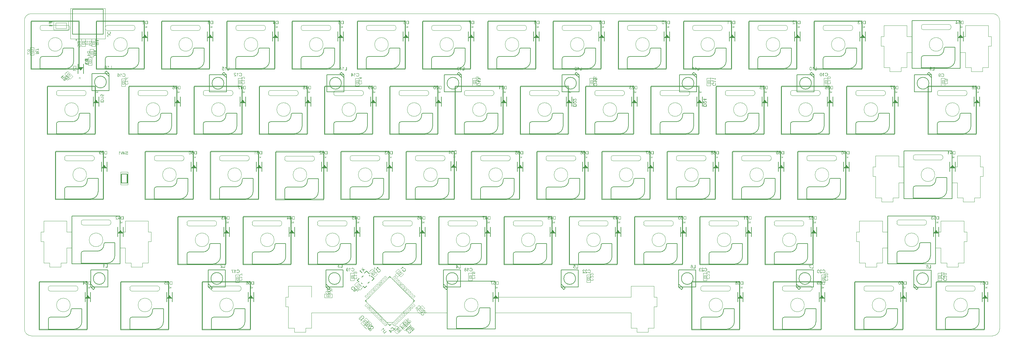
<source format=gbo>
G04*
G04 #@! TF.GenerationSoftware,Altium Limited,Altium Designer,20.1.14 (287)*
G04*
G04 Layer_Color=32896*
%FSLAX44Y44*%
%MOMM*%
G71*
G04*
G04 #@! TF.SameCoordinates,D608AE29-1AE8-4FBD-9928-58F04A13B8B9*
G04*
G04*
G04 #@! TF.FilePolarity,Positive*
G04*
G01*
G75*
%ADD10C,0.0127*%
%ADD11C,0.1000*%
%ADD12C,0.0130*%
%ADD13C,0.0000*%
%ADD14C,0.1501*%
%ADD15C,0.1270*%
%ADD16C,0.2000*%
%ADD17C,0.0500*%
%ADD69C,0.1524*%
G36*
X-410317Y-20890D02*
X-409942Y-20959D01*
X-409623Y-21070D01*
X-409346Y-21181D01*
X-409221Y-21250D01*
X-409124Y-21306D01*
X-409027Y-21361D01*
X-408958Y-21417D01*
X-408902Y-21458D01*
X-408861Y-21486D01*
X-408833Y-21500D01*
X-408819Y-21514D01*
X-408555Y-21777D01*
X-408347Y-22069D01*
X-408181Y-22374D01*
X-408042Y-22679D01*
X-407959Y-22942D01*
X-407918Y-23053D01*
X-407890Y-23150D01*
X-407876Y-23233D01*
X-407862Y-23289D01*
X-407848Y-23331D01*
Y-23344D01*
X-409027Y-23552D01*
X-409082Y-23247D01*
X-409166Y-22984D01*
X-409263Y-22762D01*
X-409360Y-22582D01*
X-409457Y-22443D01*
X-409540Y-22346D01*
X-409595Y-22276D01*
X-409609Y-22263D01*
X-409790Y-22124D01*
X-409984Y-22013D01*
X-410164Y-21944D01*
X-410344Y-21888D01*
X-410511Y-21860D01*
X-410636Y-21833D01*
X-410747D01*
X-410996Y-21847D01*
X-411218Y-21902D01*
X-411412Y-21971D01*
X-411579Y-22041D01*
X-411703Y-22124D01*
X-411801Y-22193D01*
X-411870Y-22249D01*
X-411884Y-22263D01*
X-412036Y-22429D01*
X-412147Y-22609D01*
X-412217Y-22790D01*
X-412272Y-22956D01*
X-412300Y-23109D01*
X-412328Y-23220D01*
Y-23303D01*
Y-23317D01*
Y-23331D01*
Y-23483D01*
X-412300Y-23622D01*
X-412230Y-23858D01*
X-412133Y-24066D01*
X-412023Y-24246D01*
X-411912Y-24371D01*
X-411814Y-24468D01*
X-411745Y-24523D01*
X-411731Y-24537D01*
X-411717D01*
X-411482Y-24662D01*
X-411260Y-24759D01*
X-411024Y-24828D01*
X-410816Y-24870D01*
X-410636Y-24898D01*
X-410483Y-24925D01*
X-410303D01*
X-410247Y-24911D01*
X-410178D01*
X-410039Y-25952D01*
X-410220Y-25910D01*
X-410386Y-25882D01*
X-410525Y-25855D01*
X-410649Y-25841D01*
X-410747Y-25827D01*
X-410871D01*
X-411163Y-25855D01*
X-411426Y-25910D01*
X-411662Y-25993D01*
X-411856Y-26090D01*
X-412009Y-26187D01*
X-412120Y-26271D01*
X-412189Y-26326D01*
X-412217Y-26354D01*
X-412397Y-26562D01*
X-412536Y-26784D01*
X-412633Y-27006D01*
X-412688Y-27228D01*
X-412730Y-27408D01*
X-412744Y-27560D01*
X-412757Y-27616D01*
Y-27657D01*
Y-27685D01*
Y-27699D01*
X-412730Y-28004D01*
X-412660Y-28282D01*
X-412577Y-28517D01*
X-412466Y-28725D01*
X-412355Y-28892D01*
X-412272Y-29017D01*
X-412203Y-29100D01*
X-412175Y-29128D01*
X-411953Y-29322D01*
X-411717Y-29460D01*
X-411482Y-29557D01*
X-411260Y-29627D01*
X-411066Y-29668D01*
X-410913Y-29682D01*
X-410858Y-29696D01*
X-410774D01*
X-410525Y-29682D01*
X-410289Y-29627D01*
X-410081Y-29557D01*
X-409915Y-29474D01*
X-409776Y-29405D01*
X-409665Y-29336D01*
X-409609Y-29280D01*
X-409582Y-29266D01*
X-409415Y-29072D01*
X-409277Y-28850D01*
X-409152Y-28614D01*
X-409055Y-28365D01*
X-408985Y-28157D01*
X-408958Y-28060D01*
X-408944Y-27976D01*
X-408930Y-27907D01*
X-408916Y-27852D01*
X-408902Y-27824D01*
Y-27810D01*
X-407723Y-27963D01*
X-407751Y-28184D01*
X-407793Y-28393D01*
X-407918Y-28781D01*
X-408070Y-29114D01*
X-408153Y-29252D01*
X-408236Y-29391D01*
X-408320Y-29516D01*
X-408403Y-29613D01*
X-408472Y-29710D01*
X-408542Y-29779D01*
X-408583Y-29835D01*
X-408625Y-29876D01*
X-408652Y-29904D01*
X-408666Y-29918D01*
X-408833Y-30043D01*
X-408999Y-30168D01*
X-409166Y-30265D01*
X-409346Y-30348D01*
X-409693Y-30487D01*
X-410025Y-30570D01*
X-410178Y-30598D01*
X-410317Y-30625D01*
X-410442Y-30639D01*
X-410552Y-30653D01*
X-410636Y-30667D01*
X-410760D01*
X-411024Y-30653D01*
X-411260Y-30625D01*
X-411496Y-30584D01*
X-411717Y-30528D01*
X-411925Y-30459D01*
X-412106Y-30390D01*
X-412286Y-30306D01*
X-412439Y-30223D01*
X-412591Y-30154D01*
X-412716Y-30071D01*
X-412827Y-30001D01*
X-412910Y-29932D01*
X-412979Y-29876D01*
X-413035Y-29835D01*
X-413063Y-29807D01*
X-413077Y-29793D01*
X-413243Y-29627D01*
X-413382Y-29446D01*
X-413506Y-29266D01*
X-413617Y-29086D01*
X-413701Y-28919D01*
X-413784Y-28739D01*
X-413895Y-28406D01*
X-413923Y-28254D01*
X-413950Y-28115D01*
X-413978Y-27990D01*
X-413992Y-27879D01*
X-414006Y-27796D01*
Y-27727D01*
Y-27685D01*
Y-27671D01*
X-413992Y-27339D01*
X-413936Y-27033D01*
X-413853Y-26770D01*
X-413770Y-26548D01*
X-413687Y-26368D01*
X-413604Y-26229D01*
X-413548Y-26146D01*
X-413534Y-26118D01*
X-413340Y-25910D01*
X-413132Y-25730D01*
X-412910Y-25591D01*
X-412688Y-25480D01*
X-412494Y-25397D01*
X-412341Y-25341D01*
X-412286Y-25328D01*
X-412244Y-25314D01*
X-412217Y-25300D01*
X-412203D01*
X-412439Y-25175D01*
X-412633Y-25050D01*
X-412799Y-24911D01*
X-412938Y-24787D01*
X-413049Y-24676D01*
X-413132Y-24579D01*
X-413174Y-24523D01*
X-413187Y-24495D01*
X-413298Y-24301D01*
X-413382Y-24107D01*
X-413451Y-23913D01*
X-413493Y-23733D01*
X-413520Y-23580D01*
X-413534Y-23469D01*
Y-23386D01*
Y-23358D01*
X-413520Y-23122D01*
X-413479Y-22887D01*
X-413423Y-22679D01*
X-413354Y-22498D01*
X-413284Y-22346D01*
X-413229Y-22221D01*
X-413187Y-22152D01*
X-413174Y-22124D01*
X-413035Y-21916D01*
X-412868Y-21736D01*
X-412702Y-21583D01*
X-412536Y-21444D01*
X-412397Y-21347D01*
X-412272Y-21264D01*
X-412189Y-21223D01*
X-412175Y-21209D01*
X-412161D01*
X-411912Y-21098D01*
X-411662Y-21014D01*
X-411412Y-20945D01*
X-411190Y-20904D01*
X-411010Y-20876D01*
X-410858Y-20862D01*
X-410511D01*
X-410317Y-20890D01*
D02*
G37*
G36*
X-2307856D02*
X-2307481Y-20959D01*
X-2307162Y-21070D01*
X-2306885Y-21181D01*
X-2306760Y-21250D01*
X-2306663Y-21306D01*
X-2306566Y-21361D01*
X-2306496Y-21417D01*
X-2306441Y-21458D01*
X-2306399Y-21486D01*
X-2306372Y-21500D01*
X-2306358Y-21514D01*
X-2306094Y-21777D01*
X-2305886Y-22069D01*
X-2305720Y-22374D01*
X-2305581Y-22679D01*
X-2305498Y-22942D01*
X-2305456Y-23053D01*
X-2305428Y-23150D01*
X-2305415Y-23233D01*
X-2305401Y-23289D01*
X-2305387Y-23331D01*
Y-23344D01*
X-2306566Y-23552D01*
X-2306621Y-23247D01*
X-2306704Y-22984D01*
X-2306801Y-22762D01*
X-2306899Y-22582D01*
X-2306996Y-22443D01*
X-2307079Y-22346D01*
X-2307134Y-22276D01*
X-2307148Y-22263D01*
X-2307328Y-22124D01*
X-2307523Y-22013D01*
X-2307703Y-21944D01*
X-2307883Y-21888D01*
X-2308050Y-21860D01*
X-2308174Y-21833D01*
X-2308285D01*
X-2308535Y-21847D01*
X-2308757Y-21902D01*
X-2308951Y-21971D01*
X-2309117Y-22041D01*
X-2309242Y-22124D01*
X-2309339Y-22193D01*
X-2309409Y-22249D01*
X-2309423Y-22263D01*
X-2309575Y-22429D01*
X-2309686Y-22609D01*
X-2309756Y-22790D01*
X-2309811Y-22956D01*
X-2309839Y-23109D01*
X-2309866Y-23220D01*
Y-23303D01*
Y-23317D01*
Y-23331D01*
Y-23483D01*
X-2309839Y-23622D01*
X-2309769Y-23858D01*
X-2309672Y-24066D01*
X-2309561Y-24246D01*
X-2309450Y-24371D01*
X-2309353Y-24468D01*
X-2309284Y-24523D01*
X-2309270Y-24537D01*
X-2309256D01*
X-2309021Y-24662D01*
X-2308799Y-24759D01*
X-2308563Y-24828D01*
X-2308355Y-24870D01*
X-2308174Y-24898D01*
X-2308022Y-24925D01*
X-2307842D01*
X-2307786Y-24911D01*
X-2307717D01*
X-2307578Y-25952D01*
X-2307758Y-25910D01*
X-2307925Y-25882D01*
X-2308064Y-25855D01*
X-2308188Y-25841D01*
X-2308285Y-25827D01*
X-2308410D01*
X-2308701Y-25855D01*
X-2308965Y-25910D01*
X-2309201Y-25993D01*
X-2309395Y-26090D01*
X-2309547Y-26187D01*
X-2309658Y-26271D01*
X-2309728Y-26326D01*
X-2309756Y-26354D01*
X-2309936Y-26562D01*
X-2310074Y-26784D01*
X-2310172Y-27006D01*
X-2310227Y-27228D01*
X-2310269Y-27408D01*
X-2310282Y-27560D01*
X-2310296Y-27616D01*
Y-27657D01*
Y-27685D01*
Y-27699D01*
X-2310269Y-28004D01*
X-2310199Y-28282D01*
X-2310116Y-28517D01*
X-2310005Y-28725D01*
X-2309894Y-28892D01*
X-2309811Y-29017D01*
X-2309742Y-29100D01*
X-2309714Y-29128D01*
X-2309492Y-29322D01*
X-2309256Y-29460D01*
X-2309021Y-29557D01*
X-2308799Y-29627D01*
X-2308604Y-29668D01*
X-2308452Y-29682D01*
X-2308396Y-29696D01*
X-2308313D01*
X-2308064Y-29682D01*
X-2307828Y-29627D01*
X-2307620Y-29557D01*
X-2307453Y-29474D01*
X-2307315Y-29405D01*
X-2307204Y-29336D01*
X-2307148Y-29280D01*
X-2307121Y-29266D01*
X-2306954Y-29072D01*
X-2306815Y-28850D01*
X-2306691Y-28614D01*
X-2306593Y-28365D01*
X-2306524Y-28157D01*
X-2306496Y-28060D01*
X-2306483Y-27976D01*
X-2306469Y-27907D01*
X-2306455Y-27852D01*
X-2306441Y-27824D01*
Y-27810D01*
X-2305262Y-27963D01*
X-2305290Y-28184D01*
X-2305332Y-28393D01*
X-2305456Y-28781D01*
X-2305609Y-29114D01*
X-2305692Y-29252D01*
X-2305775Y-29391D01*
X-2305858Y-29516D01*
X-2305942Y-29613D01*
X-2306011Y-29710D01*
X-2306080Y-29779D01*
X-2306122Y-29835D01*
X-2306164Y-29876D01*
X-2306191Y-29904D01*
X-2306205Y-29918D01*
X-2306372Y-30043D01*
X-2306538Y-30168D01*
X-2306704Y-30265D01*
X-2306885Y-30348D01*
X-2307231Y-30487D01*
X-2307564Y-30570D01*
X-2307717Y-30598D01*
X-2307856Y-30625D01*
X-2307980Y-30639D01*
X-2308091Y-30653D01*
X-2308174Y-30667D01*
X-2308299D01*
X-2308563Y-30653D01*
X-2308799Y-30625D01*
X-2309034Y-30584D01*
X-2309256Y-30528D01*
X-2309464Y-30459D01*
X-2309644Y-30390D01*
X-2309825Y-30306D01*
X-2309977Y-30223D01*
X-2310130Y-30154D01*
X-2310255Y-30071D01*
X-2310366Y-30001D01*
X-2310449Y-29932D01*
X-2310518Y-29876D01*
X-2310574Y-29835D01*
X-2310601Y-29807D01*
X-2310615Y-29793D01*
X-2310782Y-29627D01*
X-2310920Y-29446D01*
X-2311045Y-29266D01*
X-2311156Y-29086D01*
X-2311239Y-28919D01*
X-2311323Y-28739D01*
X-2311434Y-28406D01*
X-2311461Y-28254D01*
X-2311489Y-28115D01*
X-2311517Y-27990D01*
X-2311531Y-27879D01*
X-2311544Y-27796D01*
Y-27727D01*
Y-27685D01*
Y-27671D01*
X-2311531Y-27339D01*
X-2311475Y-27033D01*
X-2311392Y-26770D01*
X-2311309Y-26548D01*
X-2311225Y-26368D01*
X-2311142Y-26229D01*
X-2311087Y-26146D01*
X-2311073Y-26118D01*
X-2310879Y-25910D01*
X-2310671Y-25730D01*
X-2310449Y-25591D01*
X-2310227Y-25480D01*
X-2310033Y-25397D01*
X-2309880Y-25341D01*
X-2309825Y-25328D01*
X-2309783Y-25314D01*
X-2309756Y-25300D01*
X-2309742D01*
X-2309977Y-25175D01*
X-2310172Y-25050D01*
X-2310338Y-24911D01*
X-2310477Y-24787D01*
X-2310588Y-24676D01*
X-2310671Y-24579D01*
X-2310712Y-24523D01*
X-2310726Y-24495D01*
X-2310837Y-24301D01*
X-2310920Y-24107D01*
X-2310990Y-23913D01*
X-2311031Y-23733D01*
X-2311059Y-23580D01*
X-2311073Y-23469D01*
Y-23386D01*
Y-23358D01*
X-2311059Y-23122D01*
X-2311017Y-22887D01*
X-2310962Y-22679D01*
X-2310893Y-22498D01*
X-2310823Y-22346D01*
X-2310768Y-22221D01*
X-2310726Y-22152D01*
X-2310712Y-22124D01*
X-2310574Y-21916D01*
X-2310407Y-21736D01*
X-2310241Y-21583D01*
X-2310074Y-21444D01*
X-2309936Y-21347D01*
X-2309811Y-21264D01*
X-2309728Y-21223D01*
X-2309714Y-21209D01*
X-2309700D01*
X-2309450Y-21098D01*
X-2309201Y-21014D01*
X-2308951Y-20945D01*
X-2308729Y-20904D01*
X-2308549Y-20876D01*
X-2308396Y-20862D01*
X-2308050D01*
X-2307856Y-20890D01*
D02*
G37*
G36*
X-601136Y-21130D02*
X-600900Y-21144D01*
X-600678Y-21185D01*
X-600470Y-21227D01*
X-600276Y-21282D01*
X-600095Y-21338D01*
X-599929Y-21407D01*
X-599777Y-21477D01*
X-599638Y-21546D01*
X-599527Y-21615D01*
X-599430Y-21671D01*
X-599347Y-21726D01*
X-599277Y-21768D01*
X-599236Y-21809D01*
X-599208Y-21823D01*
X-599194Y-21837D01*
X-599055Y-21976D01*
X-598931Y-22128D01*
X-598806Y-22295D01*
X-598709Y-22461D01*
X-598542Y-22794D01*
X-598431Y-23127D01*
X-598390Y-23279D01*
X-598348Y-23432D01*
X-598320Y-23557D01*
X-598293Y-23668D01*
X-598279Y-23765D01*
Y-23834D01*
X-598265Y-23876D01*
Y-23890D01*
X-599472Y-24014D01*
X-599499Y-23695D01*
X-599555Y-23418D01*
X-599638Y-23168D01*
X-599735Y-22974D01*
X-599818Y-22808D01*
X-599901Y-22697D01*
X-599957Y-22628D01*
X-599985Y-22600D01*
X-600193Y-22434D01*
X-600415Y-22309D01*
X-600650Y-22212D01*
X-600858Y-22156D01*
X-601053Y-22115D01*
X-601219Y-22101D01*
X-601274Y-22087D01*
X-601358D01*
X-601649Y-22101D01*
X-601912Y-22156D01*
X-602134Y-22239D01*
X-602328Y-22322D01*
X-602481Y-22420D01*
X-602578Y-22489D01*
X-602647Y-22544D01*
X-602675Y-22572D01*
X-602841Y-22766D01*
X-602966Y-22961D01*
X-603063Y-23155D01*
X-603119Y-23349D01*
X-603161Y-23501D01*
X-603174Y-23640D01*
X-603188Y-23723D01*
Y-23737D01*
Y-23751D01*
X-603161Y-24001D01*
X-603105Y-24264D01*
X-603008Y-24500D01*
X-602911Y-24722D01*
X-602800Y-24902D01*
X-602703Y-25055D01*
X-602675Y-25110D01*
X-602647Y-25152D01*
X-602620Y-25166D01*
Y-25179D01*
X-602509Y-25332D01*
X-602370Y-25484D01*
X-602217Y-25651D01*
X-602051Y-25817D01*
X-601704Y-26150D01*
X-601358Y-26483D01*
X-601177Y-26636D01*
X-601025Y-26774D01*
X-600872Y-26899D01*
X-600747Y-27010D01*
X-600650Y-27093D01*
X-600567Y-27163D01*
X-600512Y-27204D01*
X-600498Y-27218D01*
X-600151Y-27509D01*
X-599832Y-27787D01*
X-599568Y-28036D01*
X-599361Y-28244D01*
X-599180Y-28425D01*
X-599055Y-28549D01*
X-598986Y-28633D01*
X-598958Y-28647D01*
Y-28660D01*
X-598764Y-28896D01*
X-598612Y-29118D01*
X-598473Y-29340D01*
X-598362Y-29534D01*
X-598279Y-29701D01*
X-598223Y-29825D01*
X-598196Y-29908D01*
X-598182Y-29922D01*
Y-29936D01*
X-598126Y-30089D01*
X-598098Y-30227D01*
X-598071Y-30366D01*
X-598057Y-30491D01*
X-598043Y-30602D01*
Y-30685D01*
Y-30741D01*
Y-30754D01*
X-604409D01*
Y-29617D01*
X-599679D01*
X-599846Y-29381D01*
X-599929Y-29284D01*
X-599999Y-29187D01*
X-600068Y-29104D01*
X-600123Y-29049D01*
X-600165Y-29007D01*
X-600179Y-28993D01*
X-600248Y-28924D01*
X-600331Y-28854D01*
X-600526Y-28674D01*
X-600747Y-28466D01*
X-600983Y-28258D01*
X-601205Y-28078D01*
X-601302Y-27995D01*
X-601385Y-27912D01*
X-601455Y-27856D01*
X-601510Y-27814D01*
X-601538Y-27787D01*
X-601552Y-27773D01*
X-601774Y-27579D01*
X-601996Y-27398D01*
X-602190Y-27218D01*
X-602370Y-27065D01*
X-602536Y-26913D01*
X-602675Y-26774D01*
X-602814Y-26649D01*
X-602925Y-26539D01*
X-603036Y-26428D01*
X-603119Y-26344D01*
X-603188Y-26275D01*
X-603257Y-26206D01*
X-603327Y-26123D01*
X-603355Y-26095D01*
X-603549Y-25859D01*
X-603715Y-25651D01*
X-603854Y-25443D01*
X-603965Y-25277D01*
X-604048Y-25124D01*
X-604104Y-25013D01*
X-604131Y-24944D01*
X-604145Y-24916D01*
X-604228Y-24708D01*
X-604284Y-24500D01*
X-604339Y-24306D01*
X-604367Y-24139D01*
X-604381Y-23987D01*
X-604395Y-23876D01*
Y-23806D01*
Y-23779D01*
X-604381Y-23571D01*
X-604353Y-23377D01*
X-604325Y-23182D01*
X-604270Y-23016D01*
X-604131Y-22683D01*
X-603993Y-22420D01*
X-603909Y-22295D01*
X-603840Y-22198D01*
X-603771Y-22101D01*
X-603701Y-22031D01*
X-603646Y-21976D01*
X-603618Y-21920D01*
X-603590Y-21906D01*
X-603577Y-21893D01*
X-603424Y-21754D01*
X-603257Y-21629D01*
X-603077Y-21532D01*
X-602897Y-21449D01*
X-602536Y-21310D01*
X-602176Y-21213D01*
X-602023Y-21185D01*
X-601871Y-21158D01*
X-601732Y-21144D01*
X-601621Y-21130D01*
X-601524Y-21116D01*
X-601385D01*
X-601136Y-21130D01*
D02*
G37*
G36*
X-2498674D02*
X-2498439Y-21144D01*
X-2498217Y-21185D01*
X-2498009Y-21227D01*
X-2497815Y-21282D01*
X-2497634Y-21338D01*
X-2497468Y-21407D01*
X-2497315Y-21477D01*
X-2497177Y-21546D01*
X-2497066Y-21615D01*
X-2496969Y-21671D01*
X-2496886Y-21726D01*
X-2496816Y-21768D01*
X-2496774Y-21809D01*
X-2496747Y-21823D01*
X-2496733Y-21837D01*
X-2496594Y-21976D01*
X-2496469Y-22128D01*
X-2496345Y-22295D01*
X-2496248Y-22461D01*
X-2496081Y-22794D01*
X-2495970Y-23127D01*
X-2495928Y-23279D01*
X-2495887Y-23432D01*
X-2495859Y-23557D01*
X-2495831Y-23668D01*
X-2495818Y-23765D01*
Y-23834D01*
X-2495804Y-23876D01*
Y-23890D01*
X-2497010Y-24014D01*
X-2497038Y-23695D01*
X-2497094Y-23418D01*
X-2497177Y-23168D01*
X-2497274Y-22974D01*
X-2497357Y-22808D01*
X-2497440Y-22697D01*
X-2497496Y-22628D01*
X-2497523Y-22600D01*
X-2497731Y-22434D01*
X-2497953Y-22309D01*
X-2498189Y-22212D01*
X-2498397Y-22156D01*
X-2498591Y-22115D01*
X-2498758Y-22101D01*
X-2498813Y-22087D01*
X-2498896D01*
X-2499188Y-22101D01*
X-2499451Y-22156D01*
X-2499673Y-22239D01*
X-2499867Y-22322D01*
X-2500020Y-22420D01*
X-2500117Y-22489D01*
X-2500186Y-22544D01*
X-2500214Y-22572D01*
X-2500380Y-22766D01*
X-2500505Y-22961D01*
X-2500602Y-23155D01*
X-2500658Y-23349D01*
X-2500699Y-23501D01*
X-2500713Y-23640D01*
X-2500727Y-23723D01*
Y-23737D01*
Y-23751D01*
X-2500699Y-24001D01*
X-2500644Y-24264D01*
X-2500547Y-24500D01*
X-2500450Y-24722D01*
X-2500339Y-24902D01*
X-2500242Y-25055D01*
X-2500214Y-25110D01*
X-2500186Y-25152D01*
X-2500158Y-25166D01*
Y-25179D01*
X-2500047Y-25332D01*
X-2499909Y-25484D01*
X-2499756Y-25651D01*
X-2499590Y-25817D01*
X-2499243Y-26150D01*
X-2498896Y-26483D01*
X-2498716Y-26636D01*
X-2498564Y-26774D01*
X-2498411Y-26899D01*
X-2498286Y-27010D01*
X-2498189Y-27093D01*
X-2498106Y-27163D01*
X-2498050Y-27204D01*
X-2498036Y-27218D01*
X-2497690Y-27509D01*
X-2497371Y-27787D01*
X-2497107Y-28036D01*
X-2496899Y-28244D01*
X-2496719Y-28425D01*
X-2496594Y-28549D01*
X-2496525Y-28633D01*
X-2496497Y-28647D01*
Y-28660D01*
X-2496303Y-28896D01*
X-2496150Y-29118D01*
X-2496012Y-29340D01*
X-2495901Y-29534D01*
X-2495818Y-29701D01*
X-2495762Y-29825D01*
X-2495734Y-29908D01*
X-2495721Y-29922D01*
Y-29936D01*
X-2495665Y-30089D01*
X-2495637Y-30227D01*
X-2495610Y-30366D01*
X-2495596Y-30491D01*
X-2495582Y-30602D01*
Y-30685D01*
Y-30741D01*
Y-30754D01*
X-2501947D01*
Y-29617D01*
X-2497218D01*
X-2497385Y-29381D01*
X-2497468Y-29284D01*
X-2497537Y-29187D01*
X-2497607Y-29104D01*
X-2497662Y-29049D01*
X-2497704Y-29007D01*
X-2497718Y-28993D01*
X-2497787Y-28924D01*
X-2497870Y-28854D01*
X-2498064Y-28674D01*
X-2498286Y-28466D01*
X-2498522Y-28258D01*
X-2498744Y-28078D01*
X-2498841Y-27995D01*
X-2498924Y-27912D01*
X-2498994Y-27856D01*
X-2499049Y-27814D01*
X-2499077Y-27787D01*
X-2499091Y-27773D01*
X-2499312Y-27579D01*
X-2499534Y-27398D01*
X-2499729Y-27218D01*
X-2499909Y-27065D01*
X-2500075Y-26913D01*
X-2500214Y-26774D01*
X-2500353Y-26649D01*
X-2500464Y-26539D01*
X-2500574Y-26428D01*
X-2500658Y-26344D01*
X-2500727Y-26275D01*
X-2500796Y-26206D01*
X-2500866Y-26123D01*
X-2500893Y-26095D01*
X-2501088Y-25859D01*
X-2501254Y-25651D01*
X-2501393Y-25443D01*
X-2501504Y-25277D01*
X-2501587Y-25124D01*
X-2501642Y-25013D01*
X-2501670Y-24944D01*
X-2501684Y-24916D01*
X-2501767Y-24708D01*
X-2501823Y-24500D01*
X-2501878Y-24306D01*
X-2501906Y-24139D01*
X-2501920Y-23987D01*
X-2501934Y-23876D01*
Y-23806D01*
Y-23779D01*
X-2501920Y-23571D01*
X-2501892Y-23377D01*
X-2501864Y-23182D01*
X-2501809Y-23016D01*
X-2501670Y-22683D01*
X-2501531Y-22420D01*
X-2501448Y-22295D01*
X-2501379Y-22198D01*
X-2501310Y-22101D01*
X-2501240Y-22031D01*
X-2501185Y-21976D01*
X-2501157Y-21920D01*
X-2501129Y-21906D01*
X-2501115Y-21893D01*
X-2500963Y-21754D01*
X-2500796Y-21629D01*
X-2500616Y-21532D01*
X-2500436Y-21449D01*
X-2500075Y-21310D01*
X-2499715Y-21213D01*
X-2499562Y-21185D01*
X-2499409Y-21158D01*
X-2499271Y-21144D01*
X-2499160Y-21130D01*
X-2499063Y-21116D01*
X-2498924D01*
X-2498674Y-21130D01*
D02*
G37*
G36*
X-403785Y-21098D02*
X-403632Y-21320D01*
X-403452Y-21542D01*
X-403285Y-21736D01*
X-403119Y-21902D01*
X-402994Y-22041D01*
X-402939Y-22082D01*
X-402897Y-22124D01*
X-402883Y-22138D01*
X-402869Y-22152D01*
X-402578Y-22387D01*
X-402287Y-22609D01*
X-402010Y-22803D01*
X-401732Y-22956D01*
X-401496Y-23095D01*
X-401399Y-23150D01*
X-401316Y-23192D01*
X-401247Y-23233D01*
X-401191Y-23247D01*
X-401164Y-23275D01*
X-401150D01*
Y-24412D01*
X-401358Y-24329D01*
X-401566Y-24232D01*
X-401774Y-24135D01*
X-401968Y-24038D01*
X-402134Y-23955D01*
X-402273Y-23885D01*
X-402356Y-23830D01*
X-402370Y-23816D01*
X-402384D01*
X-402634Y-23663D01*
X-402855Y-23511D01*
X-403050Y-23372D01*
X-403202Y-23247D01*
X-403341Y-23150D01*
X-403424Y-23067D01*
X-403493Y-23012D01*
X-403507Y-22998D01*
Y-30501D01*
X-404686D01*
Y-20862D01*
X-403923D01*
X-403785Y-21098D01*
D02*
G37*
G36*
X-975285D02*
X-975132Y-21320D01*
X-974952Y-21542D01*
X-974785Y-21736D01*
X-974619Y-21902D01*
X-974494Y-22041D01*
X-974439Y-22082D01*
X-974397Y-22124D01*
X-974383Y-22138D01*
X-974369Y-22152D01*
X-974078Y-22387D01*
X-973787Y-22609D01*
X-973510Y-22803D01*
X-973232Y-22956D01*
X-972996Y-23095D01*
X-972899Y-23150D01*
X-972816Y-23192D01*
X-972747Y-23233D01*
X-972691Y-23247D01*
X-972664Y-23275D01*
X-972650D01*
Y-24412D01*
X-972858Y-24329D01*
X-973066Y-24232D01*
X-973274Y-24135D01*
X-973468Y-24038D01*
X-973634Y-23955D01*
X-973773Y-23885D01*
X-973856Y-23830D01*
X-973870Y-23816D01*
X-973884D01*
X-974134Y-23663D01*
X-974355Y-23511D01*
X-974550Y-23372D01*
X-974702Y-23247D01*
X-974841Y-23150D01*
X-974924Y-23067D01*
X-974994Y-23012D01*
X-975007Y-22998D01*
Y-30501D01*
X-976186D01*
Y-20862D01*
X-975423D01*
X-975285Y-21098D01*
D02*
G37*
G36*
X-118035Y-21352D02*
X-117882Y-21574D01*
X-117702Y-21795D01*
X-117535Y-21990D01*
X-117369Y-22156D01*
X-117244Y-22295D01*
X-117189Y-22336D01*
X-117147Y-22378D01*
X-117133Y-22392D01*
X-117119Y-22406D01*
X-116828Y-22641D01*
X-116537Y-22863D01*
X-116259Y-23057D01*
X-115982Y-23210D01*
X-115746Y-23349D01*
X-115649Y-23404D01*
X-115566Y-23446D01*
X-115497Y-23488D01*
X-115441Y-23501D01*
X-115414Y-23529D01*
X-115400D01*
Y-24666D01*
X-115608Y-24583D01*
X-115816Y-24486D01*
X-116024Y-24389D01*
X-116218Y-24292D01*
X-116384Y-24209D01*
X-116523Y-24139D01*
X-116606Y-24084D01*
X-116620Y-24070D01*
X-116634D01*
X-116884Y-23917D01*
X-117106Y-23765D01*
X-117300Y-23626D01*
X-117452Y-23501D01*
X-117591Y-23404D01*
X-117674Y-23321D01*
X-117744Y-23266D01*
X-117757Y-23252D01*
Y-30754D01*
X-118936D01*
Y-21116D01*
X-118173D01*
X-118035Y-21352D01*
D02*
G37*
G36*
X-594285D02*
X-594132Y-21574D01*
X-593952Y-21795D01*
X-593785Y-21990D01*
X-593619Y-22156D01*
X-593494Y-22295D01*
X-593439Y-22336D01*
X-593397Y-22378D01*
X-593383Y-22392D01*
X-593369Y-22406D01*
X-593078Y-22641D01*
X-592787Y-22863D01*
X-592509Y-23057D01*
X-592232Y-23210D01*
X-591996Y-23349D01*
X-591899Y-23404D01*
X-591816Y-23446D01*
X-591747Y-23488D01*
X-591691Y-23501D01*
X-591664Y-23529D01*
X-591650D01*
Y-24666D01*
X-591858Y-24583D01*
X-592066Y-24486D01*
X-592274Y-24389D01*
X-592468Y-24292D01*
X-592634Y-24209D01*
X-592773Y-24139D01*
X-592856Y-24084D01*
X-592870Y-24070D01*
X-592884D01*
X-593134Y-23917D01*
X-593355Y-23765D01*
X-593550Y-23626D01*
X-593702Y-23501D01*
X-593841Y-23404D01*
X-593924Y-23321D01*
X-593993Y-23266D01*
X-594007Y-23252D01*
Y-30754D01*
X-595186D01*
Y-21116D01*
X-594423D01*
X-594285Y-21352D01*
D02*
G37*
G36*
X-784785D02*
X-784632Y-21574D01*
X-784452Y-21795D01*
X-784285Y-21990D01*
X-784119Y-22156D01*
X-783994Y-22295D01*
X-783939Y-22336D01*
X-783897Y-22378D01*
X-783883Y-22392D01*
X-783869Y-22406D01*
X-783578Y-22641D01*
X-783287Y-22863D01*
X-783009Y-23057D01*
X-782732Y-23210D01*
X-782496Y-23349D01*
X-782399Y-23404D01*
X-782316Y-23446D01*
X-782247Y-23488D01*
X-782191Y-23501D01*
X-782164Y-23529D01*
X-782150D01*
Y-24666D01*
X-782358Y-24583D01*
X-782566Y-24486D01*
X-782774Y-24389D01*
X-782968Y-24292D01*
X-783134Y-24209D01*
X-783273Y-24139D01*
X-783356Y-24084D01*
X-783370Y-24070D01*
X-783384D01*
X-783634Y-23917D01*
X-783856Y-23765D01*
X-784050Y-23626D01*
X-784202Y-23501D01*
X-784341Y-23404D01*
X-784424Y-23321D01*
X-784493Y-23266D01*
X-784507Y-23252D01*
Y-30754D01*
X-785686D01*
Y-21116D01*
X-784923D01*
X-784785Y-21352D01*
D02*
G37*
G36*
X-792246D02*
X-792093Y-21574D01*
X-791913Y-21795D01*
X-791747Y-21990D01*
X-791580Y-22156D01*
X-791455Y-22295D01*
X-791400Y-22336D01*
X-791358Y-22378D01*
X-791344Y-22392D01*
X-791331Y-22406D01*
X-791039Y-22641D01*
X-790748Y-22863D01*
X-790471Y-23057D01*
X-790193Y-23210D01*
X-789958Y-23349D01*
X-789861Y-23404D01*
X-789777Y-23446D01*
X-789708Y-23488D01*
X-789652Y-23501D01*
X-789625Y-23529D01*
X-789611D01*
Y-24666D01*
X-789819Y-24583D01*
X-790027Y-24486D01*
X-790235Y-24389D01*
X-790429Y-24292D01*
X-790595Y-24209D01*
X-790734Y-24139D01*
X-790817Y-24084D01*
X-790831Y-24070D01*
X-790845D01*
X-791095Y-23917D01*
X-791317Y-23765D01*
X-791511Y-23626D01*
X-791663Y-23501D01*
X-791802Y-23404D01*
X-791885Y-23321D01*
X-791955Y-23266D01*
X-791969Y-23252D01*
Y-30754D01*
X-793147D01*
Y-21116D01*
X-792385D01*
X-792246Y-21352D01*
D02*
G37*
G36*
X-1924456Y-25965D02*
X-1925566Y-26118D01*
X-1925663Y-25965D01*
X-1925788Y-25841D01*
X-1925899Y-25716D01*
X-1926010Y-25619D01*
X-1926120Y-25549D01*
X-1926204Y-25480D01*
X-1926259Y-25452D01*
X-1926273Y-25438D01*
X-1926453Y-25355D01*
X-1926634Y-25286D01*
X-1926800Y-25244D01*
X-1926967Y-25203D01*
X-1927105Y-25189D01*
X-1927216Y-25175D01*
X-1927480D01*
X-1927646Y-25203D01*
X-1927937Y-25272D01*
X-1928187Y-25369D01*
X-1928409Y-25466D01*
X-1928575Y-25577D01*
X-1928700Y-25674D01*
X-1928769Y-25744D01*
X-1928797Y-25758D01*
Y-25771D01*
X-1928991Y-26007D01*
X-1929130Y-26257D01*
X-1929227Y-26520D01*
X-1929296Y-26784D01*
X-1929338Y-27006D01*
X-1929352Y-27103D01*
Y-27186D01*
X-1929366Y-27255D01*
Y-27311D01*
Y-27339D01*
Y-27352D01*
Y-27547D01*
X-1929338Y-27727D01*
X-1929269Y-28073D01*
X-1929171Y-28365D01*
X-1929075Y-28600D01*
X-1928963Y-28795D01*
X-1928866Y-28947D01*
X-1928825Y-28989D01*
X-1928797Y-29030D01*
X-1928783Y-29044D01*
X-1928769Y-29058D01*
X-1928658Y-29169D01*
X-1928548Y-29266D01*
X-1928298Y-29433D01*
X-1928062Y-29544D01*
X-1927826Y-29613D01*
X-1927632Y-29668D01*
X-1927466Y-29682D01*
X-1927410Y-29696D01*
X-1927327D01*
X-1927063Y-29682D01*
X-1926828Y-29627D01*
X-1926620Y-29557D01*
X-1926453Y-29474D01*
X-1926301Y-29391D01*
X-1926190Y-29322D01*
X-1926134Y-29266D01*
X-1926107Y-29252D01*
X-1925940Y-29058D01*
X-1925802Y-28850D01*
X-1925691Y-28614D01*
X-1925607Y-28406D01*
X-1925552Y-28198D01*
X-1925510Y-28046D01*
X-1925496Y-27976D01*
X-1925482Y-27935D01*
Y-27907D01*
Y-27893D01*
X-1924248Y-27990D01*
X-1924276Y-28212D01*
X-1924318Y-28420D01*
X-1924442Y-28809D01*
X-1924595Y-29141D01*
X-1924678Y-29294D01*
X-1924761Y-29419D01*
X-1924831Y-29544D01*
X-1924914Y-29655D01*
X-1924983Y-29738D01*
X-1925053Y-29807D01*
X-1925108Y-29863D01*
X-1925136Y-29918D01*
X-1925164Y-29932D01*
X-1925177Y-29946D01*
X-1925344Y-30071D01*
X-1925510Y-30182D01*
X-1925691Y-30279D01*
X-1925871Y-30362D01*
X-1926218Y-30487D01*
X-1926564Y-30570D01*
X-1926717Y-30611D01*
X-1926869Y-30625D01*
X-1926994Y-30639D01*
X-1927105Y-30653D01*
X-1927202Y-30667D01*
X-1927327D01*
X-1927618Y-30653D01*
X-1927896Y-30611D01*
X-1928159Y-30556D01*
X-1928395Y-30487D01*
X-1928617Y-30390D01*
X-1928825Y-30292D01*
X-1929019Y-30195D01*
X-1929185Y-30084D01*
X-1929338Y-29973D01*
X-1929477Y-29876D01*
X-1929588Y-29766D01*
X-1929685Y-29682D01*
X-1929754Y-29613D01*
X-1929810Y-29557D01*
X-1929837Y-29516D01*
X-1929851Y-29502D01*
X-1929990Y-29322D01*
X-1930101Y-29128D01*
X-1930212Y-28947D01*
X-1930295Y-28753D01*
X-1930434Y-28379D01*
X-1930517Y-28018D01*
X-1930544Y-27866D01*
X-1930572Y-27713D01*
X-1930586Y-27588D01*
X-1930600Y-27477D01*
X-1930614Y-27380D01*
Y-27311D01*
Y-27269D01*
Y-27255D01*
X-1930600Y-27006D01*
X-1930572Y-26770D01*
X-1930531Y-26534D01*
X-1930475Y-26326D01*
X-1930406Y-26132D01*
X-1930336Y-25938D01*
X-1930253Y-25771D01*
X-1930184Y-25619D01*
X-1930101Y-25480D01*
X-1930018Y-25355D01*
X-1929948Y-25258D01*
X-1929879Y-25161D01*
X-1929823Y-25092D01*
X-1929782Y-25050D01*
X-1929754Y-25022D01*
X-1929740Y-25009D01*
X-1929574Y-24856D01*
X-1929407Y-24717D01*
X-1929227Y-24606D01*
X-1929047Y-24509D01*
X-1928866Y-24412D01*
X-1928686Y-24343D01*
X-1928353Y-24246D01*
X-1928201Y-24204D01*
X-1928062Y-24176D01*
X-1927937Y-24163D01*
X-1927826Y-24149D01*
X-1927743Y-24135D01*
X-1927438D01*
X-1927272Y-24163D01*
X-1926939Y-24232D01*
X-1926634Y-24329D01*
X-1926356Y-24440D01*
X-1926134Y-24551D01*
X-1926037Y-24606D01*
X-1925954Y-24648D01*
X-1925885Y-24690D01*
X-1925843Y-24717D01*
X-1925815Y-24731D01*
X-1925802Y-24745D01*
X-1926315Y-22152D01*
X-1930156D01*
Y-21028D01*
X-1925385D01*
X-1924456Y-25965D01*
D02*
G37*
G36*
X-1736869Y-20876D02*
X-1736605Y-20904D01*
X-1736355Y-20959D01*
X-1736120Y-21028D01*
X-1735912Y-21126D01*
X-1735704Y-21209D01*
X-1735523Y-21320D01*
X-1735357Y-21417D01*
X-1735218Y-21514D01*
X-1735080Y-21625D01*
X-1734969Y-21708D01*
X-1734886Y-21791D01*
X-1734816Y-21874D01*
X-1734761Y-21930D01*
X-1734733Y-21958D01*
X-1734719Y-21971D01*
X-1734539Y-22221D01*
X-1734386Y-22512D01*
X-1734247Y-22817D01*
X-1734123Y-23136D01*
X-1734026Y-23469D01*
X-1733942Y-23802D01*
X-1733873Y-24149D01*
X-1733818Y-24468D01*
X-1733776Y-24787D01*
X-1733748Y-25078D01*
X-1733721Y-25341D01*
X-1733707Y-25563D01*
Y-25758D01*
X-1733693Y-25896D01*
Y-25952D01*
Y-25993D01*
Y-26007D01*
Y-26021D01*
X-1733707Y-26465D01*
X-1733734Y-26881D01*
X-1733776Y-27269D01*
X-1733845Y-27630D01*
X-1733915Y-27949D01*
X-1733984Y-28240D01*
X-1734067Y-28503D01*
X-1734164Y-28739D01*
X-1734247Y-28933D01*
X-1734331Y-29114D01*
X-1734400Y-29252D01*
X-1734483Y-29377D01*
X-1734539Y-29474D01*
X-1734580Y-29530D01*
X-1734608Y-29571D01*
X-1734622Y-29585D01*
X-1734802Y-29779D01*
X-1734996Y-29946D01*
X-1735191Y-30084D01*
X-1735385Y-30209D01*
X-1735593Y-30320D01*
X-1735787Y-30403D01*
X-1735981Y-30473D01*
X-1736175Y-30528D01*
X-1736342Y-30570D01*
X-1736508Y-30611D01*
X-1736647Y-30639D01*
X-1736772Y-30653D01*
X-1736882D01*
X-1736952Y-30667D01*
X-1737021D01*
X-1737340Y-30653D01*
X-1737631Y-30598D01*
X-1737895Y-30542D01*
X-1738131Y-30459D01*
X-1738311Y-30390D01*
X-1738450Y-30320D01*
X-1738505Y-30306D01*
X-1738547Y-30279D01*
X-1738561Y-30265D01*
X-1738575D01*
X-1738810Y-30098D01*
X-1739032Y-29904D01*
X-1739212Y-29710D01*
X-1739365Y-29516D01*
X-1739490Y-29336D01*
X-1739573Y-29197D01*
X-1739601Y-29141D01*
X-1739628Y-29100D01*
X-1739642Y-29086D01*
Y-29072D01*
X-1739781Y-28781D01*
X-1739878Y-28476D01*
X-1739947Y-28198D01*
X-1739989Y-27935D01*
X-1740031Y-27713D01*
Y-27630D01*
X-1740045Y-27547D01*
Y-27477D01*
Y-27436D01*
Y-27408D01*
Y-27394D01*
X-1740031Y-27144D01*
X-1740003Y-26909D01*
X-1739961Y-26673D01*
X-1739920Y-26465D01*
X-1739850Y-26271D01*
X-1739781Y-26077D01*
X-1739712Y-25910D01*
X-1739628Y-25758D01*
X-1739545Y-25619D01*
X-1739476Y-25494D01*
X-1739407Y-25397D01*
X-1739337Y-25300D01*
X-1739296Y-25231D01*
X-1739254Y-25189D01*
X-1739226Y-25161D01*
X-1739212Y-25147D01*
X-1739060Y-24995D01*
X-1738893Y-24856D01*
X-1738713Y-24745D01*
X-1738547Y-24648D01*
X-1738380Y-24551D01*
X-1738214Y-24482D01*
X-1737895Y-24385D01*
X-1737756Y-24343D01*
X-1737617Y-24315D01*
X-1737507Y-24301D01*
X-1737396Y-24288D01*
X-1737312Y-24274D01*
X-1737202D01*
X-1736952Y-24288D01*
X-1736716Y-24329D01*
X-1736494Y-24371D01*
X-1736300Y-24426D01*
X-1736134Y-24495D01*
X-1736009Y-24537D01*
X-1735926Y-24579D01*
X-1735912Y-24593D01*
X-1735898D01*
X-1735676Y-24731D01*
X-1735482Y-24884D01*
X-1735302Y-25036D01*
X-1735163Y-25203D01*
X-1735038Y-25341D01*
X-1734941Y-25452D01*
X-1734886Y-25536D01*
X-1734872Y-25549D01*
Y-25300D01*
X-1734886Y-25050D01*
X-1734899Y-24828D01*
X-1734927Y-24606D01*
X-1734941Y-24412D01*
X-1734969Y-24232D01*
X-1734996Y-24066D01*
X-1735038Y-23913D01*
X-1735066Y-23774D01*
X-1735094Y-23663D01*
X-1735121Y-23566D01*
X-1735135Y-23483D01*
X-1735163Y-23428D01*
X-1735177Y-23386D01*
X-1735191Y-23358D01*
Y-23344D01*
X-1735329Y-23067D01*
X-1735468Y-22817D01*
X-1735621Y-22623D01*
X-1735759Y-22457D01*
X-1735884Y-22318D01*
X-1735981Y-22221D01*
X-1736050Y-22166D01*
X-1736078Y-22152D01*
X-1736245Y-22041D01*
X-1736411Y-21971D01*
X-1736577Y-21916D01*
X-1736744Y-21874D01*
X-1736869Y-21847D01*
X-1736980Y-21833D01*
X-1737077D01*
X-1737326Y-21860D01*
X-1737562Y-21916D01*
X-1737756Y-21999D01*
X-1737937Y-22082D01*
X-1738075Y-22180D01*
X-1738172Y-22263D01*
X-1738228Y-22318D01*
X-1738255Y-22346D01*
X-1738353Y-22471D01*
X-1738450Y-22623D01*
X-1738533Y-22790D01*
X-1738588Y-22956D01*
X-1738644Y-23109D01*
X-1738685Y-23233D01*
X-1738699Y-23317D01*
X-1738713Y-23331D01*
Y-23344D01*
X-1739892Y-23247D01*
X-1739809Y-22859D01*
X-1739684Y-22512D01*
X-1739545Y-22207D01*
X-1739393Y-21958D01*
X-1739240Y-21763D01*
X-1739185Y-21680D01*
X-1739115Y-21611D01*
X-1739074Y-21569D01*
X-1739032Y-21528D01*
X-1739018Y-21514D01*
X-1739004Y-21500D01*
X-1738866Y-21389D01*
X-1738713Y-21292D01*
X-1738408Y-21126D01*
X-1738103Y-21014D01*
X-1737812Y-20945D01*
X-1737548Y-20890D01*
X-1737437Y-20876D01*
X-1737340D01*
X-1737257Y-20862D01*
X-1737146D01*
X-1736869Y-20876D01*
D02*
G37*
G36*
X-1165022D02*
X-1164800Y-20904D01*
X-1164578Y-20945D01*
X-1164384Y-21001D01*
X-1164009Y-21153D01*
X-1163843Y-21223D01*
X-1163704Y-21306D01*
X-1163566Y-21403D01*
X-1163455Y-21472D01*
X-1163344Y-21555D01*
X-1163261Y-21625D01*
X-1163191Y-21680D01*
X-1163150Y-21722D01*
X-1163122Y-21749D01*
X-1163108Y-21763D01*
X-1162955Y-21930D01*
X-1162831Y-22124D01*
X-1162706Y-22304D01*
X-1162609Y-22498D01*
X-1162526Y-22706D01*
X-1162456Y-22901D01*
X-1162359Y-23261D01*
X-1162318Y-23442D01*
X-1162290Y-23594D01*
X-1162276Y-23747D01*
X-1162262Y-23871D01*
X-1162248Y-23969D01*
Y-24038D01*
Y-24093D01*
Y-24107D01*
X-1162262Y-24371D01*
X-1162290Y-24606D01*
X-1162318Y-24842D01*
X-1162373Y-25064D01*
X-1162442Y-25258D01*
X-1162512Y-25452D01*
X-1162581Y-25619D01*
X-1162664Y-25771D01*
X-1162734Y-25910D01*
X-1162803Y-26035D01*
X-1162872Y-26132D01*
X-1162942Y-26229D01*
X-1162997Y-26298D01*
X-1163025Y-26340D01*
X-1163053Y-26368D01*
X-1163066Y-26382D01*
X-1163219Y-26534D01*
X-1163385Y-26659D01*
X-1163552Y-26784D01*
X-1163732Y-26881D01*
X-1163899Y-26964D01*
X-1164065Y-27033D01*
X-1164384Y-27130D01*
X-1164523Y-27172D01*
X-1164661Y-27200D01*
X-1164772Y-27214D01*
X-1164883Y-27228D01*
X-1164967Y-27241D01*
X-1165077D01*
X-1165341Y-27228D01*
X-1165591Y-27186D01*
X-1165812Y-27130D01*
X-1166021Y-27061D01*
X-1166173Y-27006D01*
X-1166298Y-26950D01*
X-1166381Y-26909D01*
X-1166409Y-26895D01*
X-1166631Y-26756D01*
X-1166825Y-26604D01*
X-1166991Y-26451D01*
X-1167130Y-26312D01*
X-1167227Y-26174D01*
X-1167310Y-26077D01*
X-1167366Y-26007D01*
X-1167380Y-25979D01*
Y-26090D01*
Y-26160D01*
Y-26201D01*
Y-26215D01*
X-1167366Y-26493D01*
X-1167352Y-26756D01*
X-1167324Y-26992D01*
X-1167296Y-27214D01*
X-1167255Y-27394D01*
X-1167227Y-27533D01*
X-1167213Y-27588D01*
Y-27630D01*
X-1167199Y-27644D01*
Y-27657D01*
X-1167130Y-27907D01*
X-1167061Y-28129D01*
X-1166991Y-28323D01*
X-1166922Y-28490D01*
X-1166866Y-28614D01*
X-1166811Y-28712D01*
X-1166783Y-28781D01*
X-1166769Y-28795D01*
X-1166658Y-28947D01*
X-1166547Y-29072D01*
X-1166436Y-29183D01*
X-1166326Y-29280D01*
X-1166242Y-29363D01*
X-1166159Y-29419D01*
X-1166104Y-29446D01*
X-1166090Y-29460D01*
X-1165937Y-29544D01*
X-1165771Y-29599D01*
X-1165618Y-29641D01*
X-1165466Y-29668D01*
X-1165341Y-29682D01*
X-1165244Y-29696D01*
X-1165147D01*
X-1164925Y-29682D01*
X-1164717Y-29641D01*
X-1164537Y-29585D01*
X-1164384Y-29516D01*
X-1164273Y-29460D01*
X-1164176Y-29405D01*
X-1164120Y-29363D01*
X-1164107Y-29349D01*
X-1163968Y-29197D01*
X-1163857Y-29017D01*
X-1163760Y-28822D01*
X-1163691Y-28628D01*
X-1163635Y-28462D01*
X-1163594Y-28309D01*
X-1163580Y-28254D01*
Y-28226D01*
X-1163566Y-28198D01*
Y-28184D01*
X-1162429Y-28282D01*
X-1162512Y-28684D01*
X-1162623Y-29030D01*
X-1162761Y-29336D01*
X-1162900Y-29585D01*
X-1163039Y-29779D01*
X-1163108Y-29863D01*
X-1163164Y-29932D01*
X-1163205Y-29973D01*
X-1163247Y-30015D01*
X-1163261Y-30029D01*
X-1163275Y-30043D01*
X-1163413Y-30154D01*
X-1163566Y-30251D01*
X-1163871Y-30403D01*
X-1164176Y-30514D01*
X-1164467Y-30584D01*
X-1164731Y-30639D01*
X-1164842Y-30653D01*
X-1164939D01*
X-1165008Y-30667D01*
X-1165119D01*
X-1165507Y-30639D01*
X-1165854Y-30584D01*
X-1166173Y-30487D01*
X-1166436Y-30376D01*
X-1166547Y-30334D01*
X-1166658Y-30279D01*
X-1166742Y-30223D01*
X-1166825Y-30182D01*
X-1166880Y-30154D01*
X-1166922Y-30126D01*
X-1166950Y-30098D01*
X-1166964D01*
X-1167241Y-29863D01*
X-1167490Y-29599D01*
X-1167685Y-29322D01*
X-1167851Y-29058D01*
X-1167990Y-28822D01*
X-1168045Y-28712D01*
X-1168087Y-28628D01*
X-1168115Y-28545D01*
X-1168142Y-28490D01*
X-1168156Y-28462D01*
Y-28448D01*
X-1168225Y-28240D01*
X-1168295Y-28004D01*
X-1168392Y-27533D01*
X-1168461Y-27033D01*
X-1168503Y-26562D01*
X-1168531Y-26354D01*
X-1168544Y-26146D01*
Y-25965D01*
X-1168558Y-25813D01*
Y-25688D01*
Y-25591D01*
Y-25522D01*
Y-25508D01*
Y-25189D01*
X-1168544Y-24884D01*
X-1168517Y-24606D01*
X-1168489Y-24343D01*
X-1168461Y-24107D01*
X-1168434Y-23885D01*
X-1168392Y-23677D01*
X-1168350Y-23497D01*
X-1168309Y-23344D01*
X-1168281Y-23206D01*
X-1168239Y-23081D01*
X-1168212Y-22984D01*
X-1168184Y-22915D01*
X-1168156Y-22859D01*
X-1168142Y-22831D01*
Y-22817D01*
X-1167976Y-22485D01*
X-1167796Y-22193D01*
X-1167588Y-21944D01*
X-1167407Y-21736D01*
X-1167227Y-21583D01*
X-1167088Y-21472D01*
X-1167033Y-21431D01*
X-1166991Y-21403D01*
X-1166977Y-21375D01*
X-1166964D01*
X-1166672Y-21209D01*
X-1166381Y-21084D01*
X-1166090Y-20987D01*
X-1165826Y-20931D01*
X-1165591Y-20890D01*
X-1165493Y-20876D01*
X-1165424D01*
X-1165355Y-20862D01*
X-1165258D01*
X-1165022Y-20876D01*
D02*
G37*
G36*
X-2765181Y-25229D02*
X-2769536D01*
Y-29736D01*
X-2770673D01*
Y-25229D01*
X-2773640D01*
Y-30444D01*
X-2774778D01*
Y-23953D01*
X-2765181D01*
Y-25229D01*
D02*
G37*
G36*
X-391054Y-30501D02*
X-394507D01*
X-394826Y-30487D01*
X-395117Y-30473D01*
X-395380Y-30445D01*
X-395602Y-30417D01*
X-395797Y-30390D01*
X-395935Y-30376D01*
X-395977Y-30362D01*
X-396018Y-30348D01*
X-396046D01*
X-396296Y-30279D01*
X-396518Y-30195D01*
X-396712Y-30126D01*
X-396878Y-30043D01*
X-397017Y-29973D01*
X-397114Y-29918D01*
X-397169Y-29876D01*
X-397197Y-29863D01*
X-397378Y-29738D01*
X-397530Y-29585D01*
X-397683Y-29446D01*
X-397807Y-29308D01*
X-397918Y-29183D01*
X-398002Y-29086D01*
X-398057Y-29017D01*
X-398071Y-28989D01*
X-398210Y-28767D01*
X-398348Y-28531D01*
X-398459Y-28309D01*
X-398542Y-28087D01*
X-398626Y-27893D01*
X-398681Y-27741D01*
X-398695Y-27685D01*
X-398709Y-27644D01*
X-398723Y-27616D01*
Y-27602D01*
X-398806Y-27269D01*
X-398875Y-26936D01*
X-398917Y-26617D01*
X-398959Y-26312D01*
X-398972Y-26049D01*
Y-25938D01*
X-398986Y-25841D01*
Y-25771D01*
Y-25702D01*
Y-25674D01*
Y-25660D01*
X-398972Y-25189D01*
X-398931Y-24759D01*
X-398861Y-24371D01*
X-398834Y-24190D01*
X-398792Y-24038D01*
X-398750Y-23885D01*
X-398723Y-23760D01*
X-398695Y-23649D01*
X-398653Y-23552D01*
X-398639Y-23469D01*
X-398612Y-23414D01*
X-398598Y-23386D01*
Y-23372D01*
X-398445Y-23012D01*
X-398265Y-22693D01*
X-398071Y-22415D01*
X-397891Y-22180D01*
X-397724Y-21985D01*
X-397585Y-21847D01*
X-397530Y-21805D01*
X-397488Y-21763D01*
X-397475Y-21749D01*
X-397461Y-21736D01*
X-397239Y-21555D01*
X-397003Y-21417D01*
X-396767Y-21292D01*
X-396545Y-21195D01*
X-396351Y-21126D01*
X-396199Y-21084D01*
X-396143Y-21056D01*
X-396102D01*
X-396074Y-21042D01*
X-396060D01*
X-395824Y-21001D01*
X-395547Y-20959D01*
X-395270Y-20931D01*
X-394992Y-20917D01*
X-394743Y-20904D01*
X-391054D01*
Y-30501D01*
D02*
G37*
G36*
X-962553D02*
X-966007D01*
X-966326Y-30487D01*
X-966617Y-30473D01*
X-966880Y-30445D01*
X-967102Y-30417D01*
X-967297Y-30390D01*
X-967435Y-30376D01*
X-967477Y-30362D01*
X-967518Y-30348D01*
X-967546D01*
X-967796Y-30279D01*
X-968018Y-30195D01*
X-968212Y-30126D01*
X-968378Y-30043D01*
X-968517Y-29973D01*
X-968614Y-29918D01*
X-968670Y-29876D01*
X-968697Y-29863D01*
X-968877Y-29738D01*
X-969030Y-29585D01*
X-969183Y-29446D01*
X-969307Y-29308D01*
X-969418Y-29183D01*
X-969502Y-29086D01*
X-969557Y-29017D01*
X-969571Y-28989D01*
X-969710Y-28767D01*
X-969848Y-28531D01*
X-969959Y-28309D01*
X-970042Y-28087D01*
X-970126Y-27893D01*
X-970181Y-27741D01*
X-970195Y-27685D01*
X-970209Y-27644D01*
X-970223Y-27616D01*
Y-27602D01*
X-970306Y-27269D01*
X-970375Y-26936D01*
X-970417Y-26617D01*
X-970459Y-26312D01*
X-970472Y-26049D01*
Y-25938D01*
X-970486Y-25841D01*
Y-25771D01*
Y-25702D01*
Y-25674D01*
Y-25660D01*
X-970472Y-25189D01*
X-970431Y-24759D01*
X-970361Y-24371D01*
X-970334Y-24190D01*
X-970292Y-24038D01*
X-970250Y-23885D01*
X-970223Y-23760D01*
X-970195Y-23649D01*
X-970153Y-23552D01*
X-970139Y-23469D01*
X-970112Y-23414D01*
X-970098Y-23386D01*
Y-23372D01*
X-969945Y-23012D01*
X-969765Y-22693D01*
X-969571Y-22415D01*
X-969391Y-22180D01*
X-969224Y-21985D01*
X-969085Y-21847D01*
X-969030Y-21805D01*
X-968988Y-21763D01*
X-968975Y-21749D01*
X-968961Y-21736D01*
X-968739Y-21555D01*
X-968503Y-21417D01*
X-968267Y-21292D01*
X-968045Y-21195D01*
X-967851Y-21126D01*
X-967699Y-21084D01*
X-967643Y-21056D01*
X-967602D01*
X-967574Y-21042D01*
X-967560D01*
X-967324Y-21001D01*
X-967047Y-20959D01*
X-966769Y-20931D01*
X-966492Y-20917D01*
X-966243Y-20904D01*
X-962553D01*
Y-30501D01*
D02*
G37*
G36*
X-1153054D02*
X-1156507D01*
X-1156826Y-30487D01*
X-1157117Y-30473D01*
X-1157380Y-30445D01*
X-1157602Y-30417D01*
X-1157796Y-30390D01*
X-1157935Y-30376D01*
X-1157977Y-30362D01*
X-1158018Y-30348D01*
X-1158046D01*
X-1158296Y-30279D01*
X-1158518Y-30195D01*
X-1158712Y-30126D01*
X-1158878Y-30043D01*
X-1159017Y-29973D01*
X-1159114Y-29918D01*
X-1159169Y-29876D01*
X-1159197Y-29863D01*
X-1159378Y-29738D01*
X-1159530Y-29585D01*
X-1159683Y-29446D01*
X-1159807Y-29308D01*
X-1159918Y-29183D01*
X-1160002Y-29086D01*
X-1160057Y-29017D01*
X-1160071Y-28989D01*
X-1160210Y-28767D01*
X-1160348Y-28531D01*
X-1160459Y-28309D01*
X-1160542Y-28087D01*
X-1160626Y-27893D01*
X-1160681Y-27741D01*
X-1160695Y-27685D01*
X-1160709Y-27644D01*
X-1160723Y-27616D01*
Y-27602D01*
X-1160806Y-27269D01*
X-1160875Y-26936D01*
X-1160917Y-26617D01*
X-1160958Y-26312D01*
X-1160972Y-26049D01*
Y-25938D01*
X-1160986Y-25841D01*
Y-25771D01*
Y-25702D01*
Y-25674D01*
Y-25660D01*
X-1160972Y-25189D01*
X-1160931Y-24759D01*
X-1160861Y-24371D01*
X-1160834Y-24190D01*
X-1160792Y-24038D01*
X-1160751Y-23885D01*
X-1160723Y-23760D01*
X-1160695Y-23649D01*
X-1160653Y-23552D01*
X-1160639Y-23469D01*
X-1160612Y-23414D01*
X-1160598Y-23386D01*
Y-23372D01*
X-1160445Y-23012D01*
X-1160265Y-22693D01*
X-1160071Y-22415D01*
X-1159891Y-22180D01*
X-1159724Y-21985D01*
X-1159585Y-21847D01*
X-1159530Y-21805D01*
X-1159488Y-21763D01*
X-1159475Y-21749D01*
X-1159461Y-21736D01*
X-1159239Y-21555D01*
X-1159003Y-21417D01*
X-1158767Y-21292D01*
X-1158545Y-21195D01*
X-1158351Y-21126D01*
X-1158199Y-21084D01*
X-1158143Y-21056D01*
X-1158102D01*
X-1158074Y-21042D01*
X-1158060D01*
X-1157824Y-21001D01*
X-1157547Y-20959D01*
X-1157270Y-20931D01*
X-1156992Y-20917D01*
X-1156742Y-20904D01*
X-1153054D01*
Y-30501D01*
D02*
G37*
G36*
X-1343553D02*
X-1347007D01*
X-1347326Y-30487D01*
X-1347617Y-30473D01*
X-1347880Y-30445D01*
X-1348102Y-30417D01*
X-1348297Y-30390D01*
X-1348435Y-30376D01*
X-1348477Y-30362D01*
X-1348518Y-30348D01*
X-1348546D01*
X-1348796Y-30279D01*
X-1349018Y-30195D01*
X-1349212Y-30126D01*
X-1349378Y-30043D01*
X-1349517Y-29973D01*
X-1349614Y-29918D01*
X-1349669Y-29876D01*
X-1349697Y-29863D01*
X-1349877Y-29738D01*
X-1350030Y-29585D01*
X-1350183Y-29446D01*
X-1350307Y-29308D01*
X-1350418Y-29183D01*
X-1350502Y-29086D01*
X-1350557Y-29017D01*
X-1350571Y-28989D01*
X-1350710Y-28767D01*
X-1350848Y-28531D01*
X-1350959Y-28309D01*
X-1351042Y-28087D01*
X-1351126Y-27893D01*
X-1351181Y-27741D01*
X-1351195Y-27685D01*
X-1351209Y-27644D01*
X-1351223Y-27616D01*
Y-27602D01*
X-1351306Y-27269D01*
X-1351375Y-26936D01*
X-1351417Y-26617D01*
X-1351458Y-26312D01*
X-1351472Y-26049D01*
Y-25938D01*
X-1351486Y-25841D01*
Y-25771D01*
Y-25702D01*
Y-25674D01*
Y-25660D01*
X-1351472Y-25189D01*
X-1351431Y-24759D01*
X-1351361Y-24371D01*
X-1351334Y-24190D01*
X-1351292Y-24038D01*
X-1351250Y-23885D01*
X-1351223Y-23760D01*
X-1351195Y-23649D01*
X-1351153Y-23552D01*
X-1351140Y-23469D01*
X-1351112Y-23414D01*
X-1351098Y-23386D01*
Y-23372D01*
X-1350945Y-23012D01*
X-1350765Y-22693D01*
X-1350571Y-22415D01*
X-1350391Y-22180D01*
X-1350224Y-21985D01*
X-1350085Y-21847D01*
X-1350030Y-21805D01*
X-1349988Y-21763D01*
X-1349975Y-21749D01*
X-1349961Y-21736D01*
X-1349739Y-21555D01*
X-1349503Y-21417D01*
X-1349267Y-21292D01*
X-1349045Y-21195D01*
X-1348851Y-21126D01*
X-1348699Y-21084D01*
X-1348643Y-21056D01*
X-1348602D01*
X-1348574Y-21042D01*
X-1348560D01*
X-1348324Y-21001D01*
X-1348047Y-20959D01*
X-1347769Y-20931D01*
X-1347492Y-20917D01*
X-1347242Y-20904D01*
X-1343553D01*
Y-30501D01*
D02*
G37*
G36*
X-1724554D02*
X-1728007D01*
X-1728326Y-30487D01*
X-1728617Y-30473D01*
X-1728880Y-30445D01*
X-1729102Y-30417D01*
X-1729297Y-30390D01*
X-1729435Y-30376D01*
X-1729477Y-30362D01*
X-1729518Y-30348D01*
X-1729546D01*
X-1729796Y-30279D01*
X-1730018Y-30195D01*
X-1730212Y-30126D01*
X-1730378Y-30043D01*
X-1730517Y-29973D01*
X-1730614Y-29918D01*
X-1730670Y-29876D01*
X-1730697Y-29863D01*
X-1730878Y-29738D01*
X-1731030Y-29585D01*
X-1731183Y-29446D01*
X-1731307Y-29308D01*
X-1731418Y-29183D01*
X-1731502Y-29086D01*
X-1731557Y-29017D01*
X-1731571Y-28989D01*
X-1731710Y-28767D01*
X-1731848Y-28531D01*
X-1731959Y-28309D01*
X-1732042Y-28087D01*
X-1732126Y-27893D01*
X-1732181Y-27741D01*
X-1732195Y-27685D01*
X-1732209Y-27644D01*
X-1732223Y-27616D01*
Y-27602D01*
X-1732306Y-27269D01*
X-1732375Y-26936D01*
X-1732417Y-26617D01*
X-1732458Y-26312D01*
X-1732472Y-26049D01*
Y-25938D01*
X-1732486Y-25841D01*
Y-25771D01*
Y-25702D01*
Y-25674D01*
Y-25660D01*
X-1732472Y-25189D01*
X-1732431Y-24759D01*
X-1732361Y-24371D01*
X-1732334Y-24190D01*
X-1732292Y-24038D01*
X-1732251Y-23885D01*
X-1732223Y-23760D01*
X-1732195Y-23649D01*
X-1732153Y-23552D01*
X-1732139Y-23469D01*
X-1732112Y-23414D01*
X-1732098Y-23386D01*
Y-23372D01*
X-1731945Y-23012D01*
X-1731765Y-22693D01*
X-1731571Y-22415D01*
X-1731391Y-22180D01*
X-1731224Y-21985D01*
X-1731086Y-21847D01*
X-1731030Y-21805D01*
X-1730988Y-21763D01*
X-1730975Y-21749D01*
X-1730961Y-21736D01*
X-1730739Y-21555D01*
X-1730503Y-21417D01*
X-1730267Y-21292D01*
X-1730045Y-21195D01*
X-1729851Y-21126D01*
X-1729699Y-21084D01*
X-1729643Y-21056D01*
X-1729602D01*
X-1729574Y-21042D01*
X-1729560D01*
X-1729324Y-21001D01*
X-1729047Y-20959D01*
X-1728770Y-20931D01*
X-1728492Y-20917D01*
X-1728242Y-20904D01*
X-1724554D01*
Y-30501D01*
D02*
G37*
G36*
X-1915054D02*
X-1918507D01*
X-1918826Y-30487D01*
X-1919117Y-30473D01*
X-1919380Y-30445D01*
X-1919602Y-30417D01*
X-1919796Y-30390D01*
X-1919935Y-30376D01*
X-1919977Y-30362D01*
X-1920018Y-30348D01*
X-1920046D01*
X-1920296Y-30279D01*
X-1920518Y-30195D01*
X-1920712Y-30126D01*
X-1920878Y-30043D01*
X-1921017Y-29973D01*
X-1921114Y-29918D01*
X-1921169Y-29876D01*
X-1921197Y-29863D01*
X-1921378Y-29738D01*
X-1921530Y-29585D01*
X-1921683Y-29446D01*
X-1921807Y-29308D01*
X-1921918Y-29183D01*
X-1922002Y-29086D01*
X-1922057Y-29017D01*
X-1922071Y-28989D01*
X-1922210Y-28767D01*
X-1922348Y-28531D01*
X-1922459Y-28309D01*
X-1922542Y-28087D01*
X-1922626Y-27893D01*
X-1922681Y-27741D01*
X-1922695Y-27685D01*
X-1922709Y-27644D01*
X-1922723Y-27616D01*
Y-27602D01*
X-1922806Y-27269D01*
X-1922875Y-26936D01*
X-1922917Y-26617D01*
X-1922959Y-26312D01*
X-1922972Y-26049D01*
Y-25938D01*
X-1922986Y-25841D01*
Y-25771D01*
Y-25702D01*
Y-25674D01*
Y-25660D01*
X-1922972Y-25189D01*
X-1922931Y-24759D01*
X-1922861Y-24371D01*
X-1922834Y-24190D01*
X-1922792Y-24038D01*
X-1922751Y-23885D01*
X-1922723Y-23760D01*
X-1922695Y-23649D01*
X-1922653Y-23552D01*
X-1922639Y-23469D01*
X-1922612Y-23414D01*
X-1922598Y-23386D01*
Y-23372D01*
X-1922445Y-23012D01*
X-1922265Y-22693D01*
X-1922071Y-22415D01*
X-1921891Y-22180D01*
X-1921724Y-21985D01*
X-1921586Y-21847D01*
X-1921530Y-21805D01*
X-1921488Y-21763D01*
X-1921475Y-21749D01*
X-1921461Y-21736D01*
X-1921239Y-21555D01*
X-1921003Y-21417D01*
X-1920767Y-21292D01*
X-1920545Y-21195D01*
X-1920351Y-21126D01*
X-1920199Y-21084D01*
X-1920143Y-21056D01*
X-1920102D01*
X-1920074Y-21042D01*
X-1920060D01*
X-1919824Y-21001D01*
X-1919547Y-20959D01*
X-1919270Y-20931D01*
X-1918992Y-20917D01*
X-1918743Y-20904D01*
X-1915054D01*
Y-30501D01*
D02*
G37*
G36*
X-2296053D02*
X-2299507D01*
X-2299826Y-30487D01*
X-2300117Y-30473D01*
X-2300380Y-30445D01*
X-2300602Y-30417D01*
X-2300797Y-30390D01*
X-2300935Y-30376D01*
X-2300977Y-30362D01*
X-2301018Y-30348D01*
X-2301046D01*
X-2301296Y-30279D01*
X-2301518Y-30195D01*
X-2301712Y-30126D01*
X-2301878Y-30043D01*
X-2302017Y-29973D01*
X-2302114Y-29918D01*
X-2302169Y-29876D01*
X-2302197Y-29863D01*
X-2302377Y-29738D01*
X-2302530Y-29585D01*
X-2302683Y-29446D01*
X-2302807Y-29308D01*
X-2302918Y-29183D01*
X-2303002Y-29086D01*
X-2303057Y-29017D01*
X-2303071Y-28989D01*
X-2303210Y-28767D01*
X-2303348Y-28531D01*
X-2303459Y-28309D01*
X-2303542Y-28087D01*
X-2303626Y-27893D01*
X-2303681Y-27741D01*
X-2303695Y-27685D01*
X-2303709Y-27644D01*
X-2303723Y-27616D01*
Y-27602D01*
X-2303806Y-27269D01*
X-2303875Y-26936D01*
X-2303917Y-26617D01*
X-2303958Y-26312D01*
X-2303972Y-26049D01*
Y-25938D01*
X-2303986Y-25841D01*
Y-25771D01*
Y-25702D01*
Y-25674D01*
Y-25660D01*
X-2303972Y-25189D01*
X-2303931Y-24759D01*
X-2303861Y-24371D01*
X-2303834Y-24190D01*
X-2303792Y-24038D01*
X-2303750Y-23885D01*
X-2303723Y-23760D01*
X-2303695Y-23649D01*
X-2303653Y-23552D01*
X-2303640Y-23469D01*
X-2303612Y-23414D01*
X-2303598Y-23386D01*
Y-23372D01*
X-2303445Y-23012D01*
X-2303265Y-22693D01*
X-2303071Y-22415D01*
X-2302891Y-22180D01*
X-2302724Y-21985D01*
X-2302585Y-21847D01*
X-2302530Y-21805D01*
X-2302488Y-21763D01*
X-2302475Y-21749D01*
X-2302461Y-21736D01*
X-2302239Y-21555D01*
X-2302003Y-21417D01*
X-2301767Y-21292D01*
X-2301545Y-21195D01*
X-2301351Y-21126D01*
X-2301199Y-21084D01*
X-2301143Y-21056D01*
X-2301102D01*
X-2301074Y-21042D01*
X-2301060D01*
X-2300824Y-21001D01*
X-2300547Y-20959D01*
X-2300269Y-20931D01*
X-2299992Y-20917D01*
X-2299742Y-20904D01*
X-2296053D01*
Y-30501D01*
D02*
G37*
G36*
X-981969Y-20890D02*
X-981622Y-20945D01*
X-981331Y-21042D01*
X-981082Y-21139D01*
X-980874Y-21250D01*
X-980790Y-21292D01*
X-980721Y-21347D01*
X-980666Y-21375D01*
X-980624Y-21403D01*
X-980610Y-21431D01*
X-980596D01*
X-980347Y-21653D01*
X-980139Y-21916D01*
X-979958Y-22180D01*
X-979820Y-22429D01*
X-979709Y-22665D01*
X-979653Y-22762D01*
X-979625Y-22859D01*
X-979598Y-22928D01*
X-979570Y-22984D01*
X-979556Y-23012D01*
Y-23025D01*
X-979501Y-23233D01*
X-979445Y-23442D01*
X-979362Y-23899D01*
X-979293Y-24357D01*
X-979251Y-24787D01*
X-979237Y-24995D01*
X-979223Y-25175D01*
Y-25341D01*
X-979209Y-25494D01*
Y-25605D01*
Y-25702D01*
Y-25758D01*
Y-25771D01*
X-979223Y-26257D01*
X-979251Y-26714D01*
X-979293Y-27130D01*
X-979362Y-27519D01*
X-979431Y-27879D01*
X-979515Y-28198D01*
X-979598Y-28490D01*
X-979681Y-28739D01*
X-979764Y-28961D01*
X-979861Y-29155D01*
X-979931Y-29322D01*
X-980000Y-29446D01*
X-980069Y-29557D01*
X-980111Y-29627D01*
X-980139Y-29668D01*
X-980153Y-29682D01*
X-980305Y-29849D01*
X-980471Y-30001D01*
X-980652Y-30140D01*
X-980832Y-30251D01*
X-981012Y-30348D01*
X-981193Y-30431D01*
X-981373Y-30487D01*
X-981539Y-30542D01*
X-981706Y-30584D01*
X-981858Y-30611D01*
X-981997Y-30639D01*
X-982108Y-30653D01*
X-982205Y-30667D01*
X-982344D01*
X-982718Y-30639D01*
X-983065Y-30584D01*
X-983356Y-30487D01*
X-983606Y-30390D01*
X-983814Y-30292D01*
X-983883Y-30237D01*
X-983952Y-30195D01*
X-984008Y-30168D01*
X-984050Y-30140D01*
X-984063Y-30112D01*
X-984077D01*
X-984327Y-29876D01*
X-984535Y-29627D01*
X-984715Y-29349D01*
X-984854Y-29100D01*
X-984965Y-28864D01*
X-985020Y-28767D01*
X-985048Y-28670D01*
X-985076Y-28600D01*
X-985104Y-28545D01*
X-985117Y-28517D01*
Y-28503D01*
X-985187Y-28295D01*
X-985242Y-28087D01*
X-985325Y-27644D01*
X-985395Y-27186D01*
X-985436Y-26742D01*
X-985450Y-26548D01*
X-985464Y-26368D01*
Y-26201D01*
X-985478Y-26049D01*
Y-25938D01*
Y-25841D01*
Y-25785D01*
Y-25771D01*
Y-25508D01*
X-985464Y-25258D01*
Y-25036D01*
X-985450Y-24815D01*
X-985423Y-24620D01*
X-985409Y-24426D01*
X-985395Y-24260D01*
X-985367Y-24107D01*
X-985353Y-23969D01*
X-985325Y-23844D01*
X-985312Y-23747D01*
X-985298Y-23663D01*
X-985284Y-23594D01*
X-985270Y-23552D01*
X-985256Y-23525D01*
Y-23511D01*
X-985173Y-23206D01*
X-985076Y-22928D01*
X-984965Y-22693D01*
X-984882Y-22485D01*
X-984784Y-22304D01*
X-984729Y-22180D01*
X-984674Y-22110D01*
X-984660Y-22082D01*
X-984507Y-21874D01*
X-984355Y-21694D01*
X-984188Y-21542D01*
X-984036Y-21403D01*
X-983897Y-21306D01*
X-983786Y-21236D01*
X-983717Y-21195D01*
X-983703Y-21181D01*
X-983689D01*
X-983467Y-21070D01*
X-983231Y-21001D01*
X-983009Y-20945D01*
X-982801Y-20904D01*
X-982621Y-20876D01*
X-982468Y-20862D01*
X-982344D01*
X-981969Y-20890D01*
D02*
G37*
G36*
X-1355647Y-20876D02*
X-1355425Y-20890D01*
X-1355036Y-20973D01*
X-1354856Y-21028D01*
X-1354690Y-21084D01*
X-1354537Y-21153D01*
X-1354399Y-21223D01*
X-1354288Y-21292D01*
X-1354177Y-21361D01*
X-1354080Y-21417D01*
X-1354010Y-21472D01*
X-1353955Y-21514D01*
X-1353913Y-21555D01*
X-1353885Y-21569D01*
X-1353872Y-21583D01*
X-1353747Y-21722D01*
X-1353622Y-21860D01*
X-1353525Y-22013D01*
X-1353442Y-22166D01*
X-1353303Y-22457D01*
X-1353220Y-22734D01*
X-1353164Y-22970D01*
X-1353150Y-23081D01*
X-1353137Y-23164D01*
X-1353123Y-23247D01*
Y-23303D01*
Y-23331D01*
Y-23344D01*
X-1353137Y-23594D01*
X-1353178Y-23830D01*
X-1353234Y-24038D01*
X-1353303Y-24218D01*
X-1353358Y-24357D01*
X-1353414Y-24468D01*
X-1353456Y-24523D01*
X-1353469Y-24551D01*
X-1353622Y-24717D01*
X-1353788Y-24870D01*
X-1353969Y-25009D01*
X-1354149Y-25120D01*
X-1354315Y-25203D01*
X-1354440Y-25258D01*
X-1354496Y-25286D01*
X-1354537Y-25300D01*
X-1354551Y-25314D01*
X-1354565D01*
X-1354246Y-25411D01*
X-1353983Y-25536D01*
X-1353747Y-25688D01*
X-1353553Y-25827D01*
X-1353400Y-25965D01*
X-1353289Y-26077D01*
X-1353234Y-26146D01*
X-1353206Y-26160D01*
Y-26174D01*
X-1353053Y-26423D01*
X-1352928Y-26687D01*
X-1352845Y-26936D01*
X-1352790Y-27186D01*
X-1352762Y-27408D01*
X-1352748Y-27505D01*
Y-27588D01*
X-1352734Y-27644D01*
Y-27699D01*
Y-27727D01*
Y-27741D01*
X-1352748Y-27963D01*
X-1352776Y-28184D01*
X-1352818Y-28393D01*
X-1352873Y-28600D01*
X-1353012Y-28947D01*
X-1353081Y-29114D01*
X-1353164Y-29252D01*
X-1353248Y-29391D01*
X-1353317Y-29502D01*
X-1353400Y-29599D01*
X-1353456Y-29682D01*
X-1353511Y-29752D01*
X-1353553Y-29793D01*
X-1353580Y-29821D01*
X-1353594Y-29835D01*
X-1353761Y-29987D01*
X-1353941Y-30112D01*
X-1354135Y-30223D01*
X-1354329Y-30320D01*
X-1354509Y-30390D01*
X-1354704Y-30459D01*
X-1355078Y-30556D01*
X-1355245Y-30598D01*
X-1355397Y-30625D01*
X-1355536Y-30639D01*
X-1355661Y-30653D01*
X-1355758Y-30667D01*
X-1355896D01*
X-1356160Y-30653D01*
X-1356396Y-30625D01*
X-1356631Y-30584D01*
X-1356853Y-30542D01*
X-1357047Y-30473D01*
X-1357242Y-30403D01*
X-1357422Y-30334D01*
X-1357574Y-30251D01*
X-1357713Y-30168D01*
X-1357838Y-30098D01*
X-1357935Y-30029D01*
X-1358032Y-29960D01*
X-1358101Y-29918D01*
X-1358143Y-29876D01*
X-1358171Y-29849D01*
X-1358185Y-29835D01*
X-1358337Y-29668D01*
X-1358476Y-29502D01*
X-1358587Y-29336D01*
X-1358684Y-29155D01*
X-1358781Y-28989D01*
X-1358850Y-28809D01*
X-1358947Y-28490D01*
X-1358989Y-28337D01*
X-1359017Y-28198D01*
X-1359031Y-28073D01*
X-1359044Y-27976D01*
X-1359058Y-27893D01*
Y-27824D01*
Y-27782D01*
Y-27768D01*
X-1359044Y-27449D01*
X-1358989Y-27158D01*
X-1358906Y-26895D01*
X-1358823Y-26673D01*
X-1358739Y-26493D01*
X-1358656Y-26354D01*
X-1358601Y-26271D01*
X-1358587Y-26257D01*
Y-26243D01*
X-1358393Y-26021D01*
X-1358185Y-25827D01*
X-1357963Y-25674D01*
X-1357755Y-25536D01*
X-1357561Y-25438D01*
X-1357394Y-25369D01*
X-1357339Y-25341D01*
X-1357297Y-25328D01*
X-1357269Y-25314D01*
X-1357256D01*
X-1357505Y-25203D01*
X-1357713Y-25078D01*
X-1357893Y-24953D01*
X-1358046Y-24828D01*
X-1358157Y-24717D01*
X-1358240Y-24634D01*
X-1358296Y-24579D01*
X-1358309Y-24551D01*
X-1358434Y-24357D01*
X-1358517Y-24163D01*
X-1358587Y-23969D01*
X-1358628Y-23774D01*
X-1358656Y-23622D01*
X-1358670Y-23497D01*
Y-23414D01*
Y-23400D01*
Y-23386D01*
X-1358656Y-23192D01*
X-1358642Y-23012D01*
X-1358545Y-22665D01*
X-1358420Y-22360D01*
X-1358282Y-22096D01*
X-1358143Y-21888D01*
X-1358074Y-21805D01*
X-1358018Y-21722D01*
X-1357963Y-21666D01*
X-1357921Y-21625D01*
X-1357907Y-21611D01*
X-1357893Y-21597D01*
X-1357741Y-21472D01*
X-1357588Y-21347D01*
X-1357422Y-21250D01*
X-1357256Y-21167D01*
X-1356923Y-21042D01*
X-1356590Y-20959D01*
X-1356451Y-20917D01*
X-1356312Y-20904D01*
X-1356188Y-20890D01*
X-1356077Y-20876D01*
X-1355993Y-20862D01*
X-1355869D01*
X-1355647Y-20876D01*
D02*
G37*
G36*
X-105303Y-30754D02*
X-108757D01*
X-109076Y-30741D01*
X-109367Y-30727D01*
X-109630Y-30699D01*
X-109852Y-30671D01*
X-110047Y-30644D01*
X-110185Y-30630D01*
X-110227Y-30616D01*
X-110268Y-30602D01*
X-110296D01*
X-110546Y-30533D01*
X-110768Y-30449D01*
X-110962Y-30380D01*
X-111128Y-30297D01*
X-111267Y-30227D01*
X-111364Y-30172D01*
X-111419Y-30130D01*
X-111447Y-30117D01*
X-111628Y-29992D01*
X-111780Y-29839D01*
X-111933Y-29701D01*
X-112057Y-29562D01*
X-112168Y-29437D01*
X-112252Y-29340D01*
X-112307Y-29271D01*
X-112321Y-29243D01*
X-112460Y-29021D01*
X-112598Y-28785D01*
X-112709Y-28563D01*
X-112792Y-28341D01*
X-112876Y-28147D01*
X-112931Y-27995D01*
X-112945Y-27939D01*
X-112959Y-27898D01*
X-112973Y-27870D01*
Y-27856D01*
X-113056Y-27523D01*
X-113125Y-27190D01*
X-113167Y-26871D01*
X-113209Y-26566D01*
X-113222Y-26303D01*
Y-26192D01*
X-113236Y-26095D01*
Y-26025D01*
Y-25956D01*
Y-25928D01*
Y-25914D01*
X-113222Y-25443D01*
X-113181Y-25013D01*
X-113111Y-24625D01*
X-113084Y-24444D01*
X-113042Y-24292D01*
X-113000Y-24139D01*
X-112973Y-24014D01*
X-112945Y-23904D01*
X-112903Y-23806D01*
X-112889Y-23723D01*
X-112862Y-23668D01*
X-112848Y-23640D01*
Y-23626D01*
X-112695Y-23266D01*
X-112515Y-22947D01*
X-112321Y-22669D01*
X-112141Y-22434D01*
X-111974Y-22239D01*
X-111835Y-22101D01*
X-111780Y-22059D01*
X-111738Y-22017D01*
X-111725Y-22004D01*
X-111711Y-21990D01*
X-111489Y-21809D01*
X-111253Y-21671D01*
X-111017Y-21546D01*
X-110795Y-21449D01*
X-110601Y-21379D01*
X-110449Y-21338D01*
X-110393Y-21310D01*
X-110352D01*
X-110324Y-21296D01*
X-110310D01*
X-110074Y-21255D01*
X-109797Y-21213D01*
X-109520Y-21185D01*
X-109242Y-21171D01*
X-108993Y-21158D01*
X-105303D01*
Y-30754D01*
D02*
G37*
G36*
X-121557Y-27371D02*
Y-28452D01*
X-125732D01*
Y-30754D01*
X-126910D01*
Y-28452D01*
X-128214D01*
Y-27371D01*
X-126910D01*
Y-21158D01*
X-125954D01*
X-121557Y-27371D01*
D02*
G37*
G36*
X-581553Y-30754D02*
X-585007D01*
X-585326Y-30741D01*
X-585617Y-30727D01*
X-585880Y-30699D01*
X-586102Y-30671D01*
X-586297Y-30644D01*
X-586435Y-30630D01*
X-586477Y-30616D01*
X-586518Y-30602D01*
X-586546D01*
X-586796Y-30533D01*
X-587018Y-30449D01*
X-587212Y-30380D01*
X-587378Y-30297D01*
X-587517Y-30227D01*
X-587614Y-30172D01*
X-587669Y-30130D01*
X-587697Y-30117D01*
X-587878Y-29992D01*
X-588030Y-29839D01*
X-588183Y-29701D01*
X-588307Y-29562D01*
X-588418Y-29437D01*
X-588502Y-29340D01*
X-588557Y-29271D01*
X-588571Y-29243D01*
X-588710Y-29021D01*
X-588848Y-28785D01*
X-588959Y-28563D01*
X-589042Y-28341D01*
X-589126Y-28147D01*
X-589181Y-27995D01*
X-589195Y-27939D01*
X-589209Y-27898D01*
X-589223Y-27870D01*
Y-27856D01*
X-589306Y-27523D01*
X-589375Y-27190D01*
X-589417Y-26871D01*
X-589459Y-26566D01*
X-589472Y-26303D01*
Y-26192D01*
X-589486Y-26095D01*
Y-26025D01*
Y-25956D01*
Y-25928D01*
Y-25914D01*
X-589472Y-25443D01*
X-589431Y-25013D01*
X-589361Y-24625D01*
X-589334Y-24444D01*
X-589292Y-24292D01*
X-589250Y-24139D01*
X-589223Y-24014D01*
X-589195Y-23904D01*
X-589153Y-23806D01*
X-589140Y-23723D01*
X-589112Y-23668D01*
X-589098Y-23640D01*
Y-23626D01*
X-588945Y-23266D01*
X-588765Y-22947D01*
X-588571Y-22669D01*
X-588391Y-22434D01*
X-588224Y-22239D01*
X-588086Y-22101D01*
X-588030Y-22059D01*
X-587988Y-22017D01*
X-587975Y-22004D01*
X-587961Y-21990D01*
X-587739Y-21809D01*
X-587503Y-21671D01*
X-587267Y-21546D01*
X-587045Y-21449D01*
X-586851Y-21379D01*
X-586699Y-21338D01*
X-586643Y-21310D01*
X-586602D01*
X-586574Y-21296D01*
X-586560D01*
X-586324Y-21255D01*
X-586047Y-21213D01*
X-585770Y-21185D01*
X-585492Y-21171D01*
X-585243Y-21158D01*
X-581553D01*
Y-30754D01*
D02*
G37*
G36*
X-772054D02*
X-775507D01*
X-775826Y-30741D01*
X-776117Y-30727D01*
X-776380Y-30699D01*
X-776602Y-30671D01*
X-776796Y-30644D01*
X-776935Y-30630D01*
X-776977Y-30616D01*
X-777018Y-30602D01*
X-777046D01*
X-777296Y-30533D01*
X-777518Y-30449D01*
X-777712Y-30380D01*
X-777878Y-30297D01*
X-778017Y-30227D01*
X-778114Y-30172D01*
X-778169Y-30130D01*
X-778197Y-30117D01*
X-778378Y-29992D01*
X-778530Y-29839D01*
X-778683Y-29701D01*
X-778807Y-29562D01*
X-778918Y-29437D01*
X-779002Y-29340D01*
X-779057Y-29271D01*
X-779071Y-29243D01*
X-779210Y-29021D01*
X-779348Y-28785D01*
X-779459Y-28563D01*
X-779542Y-28341D01*
X-779626Y-28147D01*
X-779681Y-27995D01*
X-779695Y-27939D01*
X-779709Y-27898D01*
X-779723Y-27870D01*
Y-27856D01*
X-779806Y-27523D01*
X-779875Y-27190D01*
X-779917Y-26871D01*
X-779958Y-26566D01*
X-779972Y-26303D01*
Y-26192D01*
X-779986Y-26095D01*
Y-26025D01*
Y-25956D01*
Y-25928D01*
Y-25914D01*
X-779972Y-25443D01*
X-779931Y-25013D01*
X-779861Y-24625D01*
X-779834Y-24444D01*
X-779792Y-24292D01*
X-779751Y-24139D01*
X-779723Y-24014D01*
X-779695Y-23904D01*
X-779653Y-23806D01*
X-779640Y-23723D01*
X-779612Y-23668D01*
X-779598Y-23640D01*
Y-23626D01*
X-779445Y-23266D01*
X-779265Y-22947D01*
X-779071Y-22669D01*
X-778891Y-22434D01*
X-778724Y-22239D01*
X-778586Y-22101D01*
X-778530Y-22059D01*
X-778488Y-22017D01*
X-778475Y-22004D01*
X-778461Y-21990D01*
X-778239Y-21809D01*
X-778003Y-21671D01*
X-777767Y-21546D01*
X-777545Y-21449D01*
X-777351Y-21379D01*
X-777199Y-21338D01*
X-777143Y-21310D01*
X-777102D01*
X-777074Y-21296D01*
X-777060D01*
X-776824Y-21255D01*
X-776547Y-21213D01*
X-776270Y-21185D01*
X-775992Y-21171D01*
X-775742Y-21158D01*
X-772054D01*
Y-30754D01*
D02*
G37*
G36*
X-1534053D02*
X-1537507D01*
X-1537826Y-30741D01*
X-1538117Y-30727D01*
X-1538380Y-30699D01*
X-1538602Y-30671D01*
X-1538797Y-30644D01*
X-1538935Y-30630D01*
X-1538977Y-30616D01*
X-1539018Y-30602D01*
X-1539046D01*
X-1539296Y-30533D01*
X-1539518Y-30449D01*
X-1539712Y-30380D01*
X-1539878Y-30297D01*
X-1540017Y-30227D01*
X-1540114Y-30172D01*
X-1540170Y-30130D01*
X-1540197Y-30117D01*
X-1540378Y-29992D01*
X-1540530Y-29839D01*
X-1540683Y-29701D01*
X-1540807Y-29562D01*
X-1540918Y-29437D01*
X-1541002Y-29340D01*
X-1541057Y-29271D01*
X-1541071Y-29243D01*
X-1541210Y-29021D01*
X-1541348Y-28785D01*
X-1541459Y-28563D01*
X-1541542Y-28341D01*
X-1541626Y-28147D01*
X-1541681Y-27995D01*
X-1541695Y-27939D01*
X-1541709Y-27898D01*
X-1541723Y-27870D01*
Y-27856D01*
X-1541806Y-27523D01*
X-1541875Y-27190D01*
X-1541917Y-26871D01*
X-1541958Y-26566D01*
X-1541972Y-26303D01*
Y-26192D01*
X-1541986Y-26095D01*
Y-26025D01*
Y-25956D01*
Y-25928D01*
Y-25914D01*
X-1541972Y-25443D01*
X-1541931Y-25013D01*
X-1541861Y-24625D01*
X-1541834Y-24444D01*
X-1541792Y-24292D01*
X-1541750Y-24139D01*
X-1541723Y-24014D01*
X-1541695Y-23904D01*
X-1541653Y-23806D01*
X-1541640Y-23723D01*
X-1541612Y-23668D01*
X-1541598Y-23640D01*
Y-23626D01*
X-1541445Y-23266D01*
X-1541265Y-22947D01*
X-1541071Y-22669D01*
X-1540891Y-22434D01*
X-1540724Y-22239D01*
X-1540585Y-22101D01*
X-1540530Y-22059D01*
X-1540488Y-22017D01*
X-1540475Y-22004D01*
X-1540461Y-21990D01*
X-1540239Y-21809D01*
X-1540003Y-21671D01*
X-1539767Y-21546D01*
X-1539545Y-21449D01*
X-1539351Y-21379D01*
X-1539199Y-21338D01*
X-1539143Y-21310D01*
X-1539102D01*
X-1539074Y-21296D01*
X-1539060D01*
X-1538824Y-21255D01*
X-1538547Y-21213D01*
X-1538270Y-21185D01*
X-1537992Y-21171D01*
X-1537742Y-21158D01*
X-1534053D01*
Y-30754D01*
D02*
G37*
G36*
X-1543331Y-22420D02*
X-1548033D01*
X-1547700Y-22822D01*
X-1547381Y-23252D01*
X-1547104Y-23668D01*
X-1546840Y-24070D01*
X-1546729Y-24250D01*
X-1546632Y-24417D01*
X-1546535Y-24569D01*
X-1546466Y-24694D01*
X-1546410Y-24805D01*
X-1546369Y-24874D01*
X-1546341Y-24930D01*
X-1546327Y-24944D01*
X-1546050Y-25498D01*
X-1545800Y-26053D01*
X-1545592Y-26580D01*
X-1545509Y-26816D01*
X-1545426Y-27052D01*
X-1545342Y-27260D01*
X-1545287Y-27454D01*
X-1545231Y-27620D01*
X-1545190Y-27759D01*
X-1545148Y-27884D01*
X-1545121Y-27967D01*
X-1545107Y-28022D01*
Y-28036D01*
X-1544968Y-28605D01*
X-1544913Y-28882D01*
X-1544871Y-29132D01*
X-1544829Y-29368D01*
X-1544788Y-29603D01*
X-1544760Y-29798D01*
X-1544732Y-29992D01*
X-1544718Y-30158D01*
X-1544704Y-30311D01*
X-1544691Y-30449D01*
Y-30560D01*
X-1544677Y-30644D01*
Y-30699D01*
Y-30741D01*
Y-30754D01*
X-1545883D01*
X-1545925Y-30227D01*
X-1545994Y-29742D01*
X-1546064Y-29298D01*
X-1546105Y-29090D01*
X-1546147Y-28896D01*
X-1546174Y-28730D01*
X-1546216Y-28577D01*
X-1546244Y-28438D01*
X-1546272Y-28328D01*
X-1546299Y-28244D01*
X-1546313Y-28175D01*
X-1546327Y-28133D01*
Y-28119D01*
X-1546535Y-27482D01*
X-1546757Y-26885D01*
X-1546868Y-26594D01*
X-1546979Y-26317D01*
X-1547104Y-26067D01*
X-1547215Y-25817D01*
X-1547312Y-25596D01*
X-1547409Y-25401D01*
X-1547492Y-25235D01*
X-1547561Y-25082D01*
X-1547631Y-24957D01*
X-1547672Y-24874D01*
X-1547700Y-24819D01*
X-1547714Y-24805D01*
X-1547880Y-24514D01*
X-1548047Y-24223D01*
X-1548213Y-23959D01*
X-1548380Y-23709D01*
X-1548532Y-23488D01*
X-1548685Y-23266D01*
X-1548837Y-23071D01*
X-1548962Y-22905D01*
X-1549087Y-22739D01*
X-1549198Y-22600D01*
X-1549309Y-22489D01*
X-1549392Y-22392D01*
X-1549447Y-22309D01*
X-1549503Y-22253D01*
X-1549531Y-22225D01*
X-1549545Y-22212D01*
Y-21282D01*
X-1543331D01*
Y-22420D01*
D02*
G37*
G36*
X-2105553Y-30754D02*
X-2109007D01*
X-2109326Y-30741D01*
X-2109617Y-30727D01*
X-2109880Y-30699D01*
X-2110102Y-30671D01*
X-2110296Y-30644D01*
X-2110435Y-30630D01*
X-2110477Y-30616D01*
X-2110518Y-30602D01*
X-2110546D01*
X-2110796Y-30533D01*
X-2111018Y-30449D01*
X-2111212Y-30380D01*
X-2111378Y-30297D01*
X-2111517Y-30227D01*
X-2111614Y-30172D01*
X-2111669Y-30130D01*
X-2111697Y-30117D01*
X-2111877Y-29992D01*
X-2112030Y-29839D01*
X-2112183Y-29701D01*
X-2112307Y-29562D01*
X-2112418Y-29437D01*
X-2112502Y-29340D01*
X-2112557Y-29271D01*
X-2112571Y-29243D01*
X-2112710Y-29021D01*
X-2112848Y-28785D01*
X-2112959Y-28563D01*
X-2113042Y-28341D01*
X-2113126Y-28147D01*
X-2113181Y-27995D01*
X-2113195Y-27939D01*
X-2113209Y-27898D01*
X-2113223Y-27870D01*
Y-27856D01*
X-2113306Y-27523D01*
X-2113375Y-27190D01*
X-2113417Y-26871D01*
X-2113459Y-26566D01*
X-2113472Y-26303D01*
Y-26192D01*
X-2113486Y-26095D01*
Y-26025D01*
Y-25956D01*
Y-25928D01*
Y-25914D01*
X-2113472Y-25443D01*
X-2113431Y-25013D01*
X-2113361Y-24625D01*
X-2113334Y-24444D01*
X-2113292Y-24292D01*
X-2113250Y-24139D01*
X-2113223Y-24014D01*
X-2113195Y-23904D01*
X-2113153Y-23806D01*
X-2113139Y-23723D01*
X-2113112Y-23668D01*
X-2113098Y-23640D01*
Y-23626D01*
X-2112945Y-23266D01*
X-2112765Y-22947D01*
X-2112571Y-22669D01*
X-2112391Y-22434D01*
X-2112224Y-22239D01*
X-2112086Y-22101D01*
X-2112030Y-22059D01*
X-2111988Y-22017D01*
X-2111975Y-22004D01*
X-2111961Y-21990D01*
X-2111739Y-21809D01*
X-2111503Y-21671D01*
X-2111267Y-21546D01*
X-2111045Y-21449D01*
X-2110851Y-21379D01*
X-2110699Y-21338D01*
X-2110643Y-21310D01*
X-2110602D01*
X-2110574Y-21296D01*
X-2110560D01*
X-2110324Y-21255D01*
X-2110047Y-21213D01*
X-2109769Y-21185D01*
X-2109492Y-21171D01*
X-2109243Y-21158D01*
X-2105553D01*
Y-30754D01*
D02*
G37*
G36*
X-2114346Y-27371D02*
Y-28452D01*
X-2118521D01*
Y-30754D01*
X-2119699D01*
Y-28452D01*
X-2121003D01*
Y-27371D01*
X-2119699D01*
Y-21158D01*
X-2118742D01*
X-2114346Y-27371D01*
D02*
G37*
G36*
X-2486553Y-30754D02*
X-2490007D01*
X-2490326Y-30741D01*
X-2490617Y-30727D01*
X-2490880Y-30699D01*
X-2491102Y-30671D01*
X-2491297Y-30644D01*
X-2491435Y-30630D01*
X-2491477Y-30616D01*
X-2491518Y-30602D01*
X-2491546D01*
X-2491796Y-30533D01*
X-2492018Y-30449D01*
X-2492212Y-30380D01*
X-2492378Y-30297D01*
X-2492517Y-30227D01*
X-2492614Y-30172D01*
X-2492670Y-30130D01*
X-2492697Y-30117D01*
X-2492878Y-29992D01*
X-2493030Y-29839D01*
X-2493183Y-29701D01*
X-2493307Y-29562D01*
X-2493418Y-29437D01*
X-2493502Y-29340D01*
X-2493557Y-29271D01*
X-2493571Y-29243D01*
X-2493710Y-29021D01*
X-2493848Y-28785D01*
X-2493959Y-28563D01*
X-2494042Y-28341D01*
X-2494126Y-28147D01*
X-2494181Y-27995D01*
X-2494195Y-27939D01*
X-2494209Y-27898D01*
X-2494223Y-27870D01*
Y-27856D01*
X-2494306Y-27523D01*
X-2494375Y-27190D01*
X-2494417Y-26871D01*
X-2494458Y-26566D01*
X-2494472Y-26303D01*
Y-26192D01*
X-2494486Y-26095D01*
Y-26025D01*
Y-25956D01*
Y-25928D01*
Y-25914D01*
X-2494472Y-25443D01*
X-2494431Y-25013D01*
X-2494361Y-24625D01*
X-2494334Y-24444D01*
X-2494292Y-24292D01*
X-2494250Y-24139D01*
X-2494223Y-24014D01*
X-2494195Y-23904D01*
X-2494153Y-23806D01*
X-2494140Y-23723D01*
X-2494112Y-23668D01*
X-2494098Y-23640D01*
Y-23626D01*
X-2493945Y-23266D01*
X-2493765Y-22947D01*
X-2493571Y-22669D01*
X-2493391Y-22434D01*
X-2493224Y-22239D01*
X-2493085Y-22101D01*
X-2493030Y-22059D01*
X-2492988Y-22017D01*
X-2492975Y-22004D01*
X-2492961Y-21990D01*
X-2492739Y-21809D01*
X-2492503Y-21671D01*
X-2492267Y-21546D01*
X-2492045Y-21449D01*
X-2491851Y-21379D01*
X-2491699Y-21338D01*
X-2491643Y-21310D01*
X-2491602D01*
X-2491574Y-21296D01*
X-2491560D01*
X-2491324Y-21255D01*
X-2491047Y-21213D01*
X-2490770Y-21185D01*
X-2490492Y-21171D01*
X-2490242Y-21158D01*
X-2486553D01*
Y-30754D01*
D02*
G37*
G36*
X-2771352Y-32718D02*
X-2771449Y-32926D01*
X-2771546Y-33134D01*
X-2771643Y-33328D01*
X-2771727Y-33495D01*
X-2771796Y-33633D01*
X-2771852Y-33717D01*
X-2771865Y-33731D01*
Y-33744D01*
X-2772018Y-33994D01*
X-2772170Y-34216D01*
X-2772309Y-34410D01*
X-2772434Y-34563D01*
X-2772531Y-34701D01*
X-2772614Y-34785D01*
X-2772670Y-34854D01*
X-2772684Y-34868D01*
X-2765181D01*
Y-36047D01*
X-2774819D01*
Y-35284D01*
X-2774583Y-35145D01*
X-2774362Y-34993D01*
X-2774140Y-34812D01*
X-2773946Y-34646D01*
X-2773779Y-34479D01*
X-2773640Y-34355D01*
X-2773599Y-34299D01*
X-2773557Y-34258D01*
X-2773543Y-34244D01*
X-2773529Y-34230D01*
X-2773294Y-33939D01*
X-2773072Y-33647D01*
X-2772878Y-33370D01*
X-2772725Y-33093D01*
X-2772586Y-32857D01*
X-2772531Y-32760D01*
X-2772489Y-32677D01*
X-2772448Y-32607D01*
X-2772434Y-32552D01*
X-2772406Y-32524D01*
Y-32510D01*
X-2771269D01*
X-2771352Y-32718D01*
D02*
G37*
G36*
X-113544Y-35761D02*
X-113501Y-35782D01*
X-113469Y-35803D01*
X-113458Y-35814D01*
X-113415Y-35879D01*
X-113404Y-35954D01*
X-113393Y-36018D01*
Y-36556D01*
X-113179Y-36641D01*
X-112985Y-36727D01*
X-112813Y-36792D01*
X-112652Y-36867D01*
X-112512Y-36921D01*
X-112383Y-36975D01*
X-112276Y-37028D01*
X-112179Y-37071D01*
X-112104Y-37104D01*
X-112040Y-37136D01*
X-111986Y-37168D01*
X-111943Y-37189D01*
X-111911Y-37200D01*
X-111889Y-37211D01*
X-111868Y-37222D01*
X-111664Y-37340D01*
X-111481Y-37458D01*
X-111331Y-37566D01*
X-111202Y-37662D01*
X-111105Y-37748D01*
X-111030Y-37823D01*
X-110987Y-37866D01*
X-110976Y-37877D01*
X-110869Y-38006D01*
X-110761Y-38146D01*
X-110675Y-38296D01*
X-110600Y-38425D01*
X-110546Y-38543D01*
X-110492Y-38640D01*
X-110471Y-38704D01*
X-110460Y-38715D01*
Y-38726D01*
X-108387Y-36427D01*
Y-36265D01*
X-108376Y-36169D01*
X-108354Y-36104D01*
X-108344Y-36061D01*
X-108333Y-36051D01*
X-108290Y-36008D01*
X-108236Y-35986D01*
X-108193Y-35975D01*
X-108182D01*
X-108118Y-35986D01*
X-108075Y-36008D01*
X-108043Y-36040D01*
X-108032Y-36051D01*
X-107989Y-36115D01*
X-107978Y-36179D01*
X-107968Y-36244D01*
Y-37501D01*
X-107978Y-37608D01*
X-108000Y-37673D01*
X-108021Y-37716D01*
X-108032Y-37727D01*
X-108075Y-37759D01*
X-108129Y-37780D01*
X-108161Y-37791D01*
X-108182D01*
X-108247Y-37780D01*
X-108290Y-37759D01*
X-108322Y-37737D01*
X-108333Y-37727D01*
X-108365Y-37662D01*
X-108376Y-37587D01*
X-108387Y-37522D01*
Y-37050D01*
X-110976Y-39918D01*
X-108387D01*
Y-39145D01*
X-108376Y-39048D01*
X-108354Y-38984D01*
X-108344Y-38941D01*
X-108333Y-38930D01*
X-108290Y-38887D01*
X-108236Y-38865D01*
X-108193Y-38855D01*
X-108182D01*
X-108118Y-38865D01*
X-108075Y-38887D01*
X-108043Y-38919D01*
X-108032Y-38930D01*
X-107989Y-38995D01*
X-107978Y-39059D01*
X-107968Y-39123D01*
Y-40896D01*
X-107978Y-41004D01*
X-108000Y-41068D01*
X-108021Y-41111D01*
X-108032Y-41122D01*
X-108075Y-41154D01*
X-108129Y-41175D01*
X-108161Y-41186D01*
X-108182D01*
X-108247Y-41175D01*
X-108290Y-41154D01*
X-108322Y-41133D01*
X-108333Y-41122D01*
X-108365Y-41057D01*
X-108376Y-40982D01*
X-108387Y-40918D01*
Y-40338D01*
X-113393D01*
Y-40896D01*
X-113404Y-41004D01*
X-113426Y-41068D01*
X-113447Y-41111D01*
X-113458Y-41122D01*
X-113501Y-41154D01*
X-113555Y-41175D01*
X-113587Y-41186D01*
X-113608D01*
X-113673Y-41175D01*
X-113716Y-41154D01*
X-113748Y-41133D01*
X-113759Y-41122D01*
X-113791Y-41057D01*
X-113802Y-40982D01*
X-113813Y-40918D01*
Y-39145D01*
X-113802Y-39048D01*
X-113780Y-38984D01*
X-113770Y-38941D01*
X-113759Y-38930D01*
X-113705Y-38887D01*
X-113662Y-38865D01*
X-113619Y-38855D01*
X-113608D01*
X-113544Y-38865D01*
X-113501Y-38887D01*
X-113469Y-38919D01*
X-113458Y-38930D01*
X-113415Y-38995D01*
X-113404Y-39059D01*
X-113393Y-39123D01*
Y-39918D01*
X-111535D01*
X-110772Y-39080D01*
X-110858Y-38833D01*
X-110965Y-38618D01*
X-111094Y-38425D01*
X-111212Y-38264D01*
X-111320Y-38135D01*
X-111406Y-38038D01*
X-111470Y-37974D01*
X-111481Y-37952D01*
X-111492D01*
X-111599Y-37866D01*
X-111739Y-37770D01*
X-111900Y-37684D01*
X-112072Y-37587D01*
X-112255Y-37490D01*
X-112448Y-37404D01*
X-112845Y-37232D01*
X-113039Y-37146D01*
X-113211Y-37071D01*
X-113383Y-37007D01*
X-113522Y-36953D01*
X-113641Y-36910D01*
X-113737Y-36878D01*
X-113791Y-36856D01*
X-113813Y-36846D01*
Y-36040D01*
X-113802Y-35932D01*
X-113780Y-35868D01*
X-113770Y-35825D01*
X-113759Y-35814D01*
X-113705Y-35771D01*
X-113662Y-35761D01*
X-113619Y-35750D01*
X-113608D01*
X-113544Y-35761D01*
D02*
G37*
G36*
X-399294D02*
X-399251Y-35782D01*
X-399219Y-35803D01*
X-399208Y-35814D01*
X-399165Y-35879D01*
X-399154Y-35954D01*
X-399143Y-36018D01*
Y-36556D01*
X-398929Y-36641D01*
X-398735Y-36727D01*
X-398563Y-36792D01*
X-398402Y-36867D01*
X-398262Y-36921D01*
X-398134Y-36975D01*
X-398026Y-37028D01*
X-397929Y-37071D01*
X-397854Y-37104D01*
X-397790Y-37136D01*
X-397736Y-37168D01*
X-397693Y-37189D01*
X-397661Y-37200D01*
X-397639Y-37211D01*
X-397618Y-37222D01*
X-397414Y-37340D01*
X-397231Y-37458D01*
X-397081Y-37566D01*
X-396952Y-37662D01*
X-396855Y-37748D01*
X-396780Y-37823D01*
X-396737Y-37866D01*
X-396726Y-37877D01*
X-396619Y-38006D01*
X-396511Y-38146D01*
X-396425Y-38296D01*
X-396350Y-38425D01*
X-396296Y-38543D01*
X-396242Y-38640D01*
X-396221Y-38704D01*
X-396210Y-38715D01*
Y-38726D01*
X-394137Y-36427D01*
Y-36265D01*
X-394126Y-36169D01*
X-394104Y-36104D01*
X-394094Y-36061D01*
X-394083Y-36051D01*
X-394040Y-36008D01*
X-393986Y-35986D01*
X-393943Y-35975D01*
X-393932D01*
X-393868Y-35986D01*
X-393825Y-36008D01*
X-393793Y-36040D01*
X-393782Y-36051D01*
X-393739Y-36115D01*
X-393728Y-36179D01*
X-393718Y-36244D01*
Y-37501D01*
X-393728Y-37608D01*
X-393750Y-37673D01*
X-393771Y-37716D01*
X-393782Y-37727D01*
X-393825Y-37759D01*
X-393879Y-37780D01*
X-393911Y-37791D01*
X-393932D01*
X-393997Y-37780D01*
X-394040Y-37759D01*
X-394072Y-37737D01*
X-394083Y-37727D01*
X-394115Y-37662D01*
X-394126Y-37587D01*
X-394137Y-37522D01*
Y-37050D01*
X-396726Y-39918D01*
X-394137D01*
Y-39145D01*
X-394126Y-39048D01*
X-394104Y-38984D01*
X-394094Y-38941D01*
X-394083Y-38930D01*
X-394040Y-38887D01*
X-393986Y-38865D01*
X-393943Y-38855D01*
X-393932D01*
X-393868Y-38865D01*
X-393825Y-38887D01*
X-393793Y-38919D01*
X-393782Y-38930D01*
X-393739Y-38995D01*
X-393728Y-39059D01*
X-393718Y-39123D01*
Y-40896D01*
X-393728Y-41004D01*
X-393750Y-41068D01*
X-393771Y-41111D01*
X-393782Y-41122D01*
X-393825Y-41154D01*
X-393879Y-41175D01*
X-393911Y-41186D01*
X-393932D01*
X-393997Y-41175D01*
X-394040Y-41154D01*
X-394072Y-41133D01*
X-394083Y-41122D01*
X-394115Y-41057D01*
X-394126Y-40982D01*
X-394137Y-40918D01*
Y-40338D01*
X-399143D01*
Y-40896D01*
X-399154Y-41004D01*
X-399176Y-41068D01*
X-399197Y-41111D01*
X-399208Y-41122D01*
X-399251Y-41154D01*
X-399305Y-41175D01*
X-399337Y-41186D01*
X-399358D01*
X-399423Y-41175D01*
X-399466Y-41154D01*
X-399498Y-41133D01*
X-399509Y-41122D01*
X-399541Y-41057D01*
X-399552Y-40982D01*
X-399562Y-40918D01*
Y-39145D01*
X-399552Y-39048D01*
X-399530Y-38984D01*
X-399520Y-38941D01*
X-399509Y-38930D01*
X-399455Y-38887D01*
X-399412Y-38865D01*
X-399369Y-38855D01*
X-399358D01*
X-399294Y-38865D01*
X-399251Y-38887D01*
X-399219Y-38919D01*
X-399208Y-38930D01*
X-399165Y-38995D01*
X-399154Y-39059D01*
X-399143Y-39123D01*
Y-39918D01*
X-397285D01*
X-396522Y-39080D01*
X-396608Y-38833D01*
X-396715Y-38618D01*
X-396844Y-38425D01*
X-396962Y-38264D01*
X-397070Y-38135D01*
X-397156Y-38038D01*
X-397220Y-37974D01*
X-397231Y-37952D01*
X-397242D01*
X-397349Y-37866D01*
X-397489Y-37770D01*
X-397650Y-37684D01*
X-397822Y-37587D01*
X-398005Y-37490D01*
X-398198Y-37404D01*
X-398596Y-37232D01*
X-398789Y-37146D01*
X-398961Y-37071D01*
X-399133Y-37007D01*
X-399272Y-36953D01*
X-399391Y-36910D01*
X-399487Y-36878D01*
X-399541Y-36856D01*
X-399562Y-36846D01*
Y-36040D01*
X-399552Y-35932D01*
X-399530Y-35868D01*
X-399520Y-35825D01*
X-399509Y-35814D01*
X-399455Y-35771D01*
X-399412Y-35761D01*
X-399369Y-35750D01*
X-399358D01*
X-399294Y-35761D01*
D02*
G37*
G36*
X-589794D02*
X-589751Y-35782D01*
X-589719Y-35803D01*
X-589708Y-35814D01*
X-589665Y-35879D01*
X-589654Y-35954D01*
X-589644Y-36018D01*
Y-36556D01*
X-589429Y-36641D01*
X-589235Y-36727D01*
X-589063Y-36792D01*
X-588902Y-36867D01*
X-588762Y-36921D01*
X-588633Y-36975D01*
X-588526Y-37028D01*
X-588429Y-37071D01*
X-588354Y-37104D01*
X-588290Y-37136D01*
X-588236Y-37168D01*
X-588193Y-37189D01*
X-588161Y-37200D01*
X-588139Y-37211D01*
X-588118Y-37222D01*
X-587914Y-37340D01*
X-587731Y-37458D01*
X-587581Y-37566D01*
X-587452Y-37662D01*
X-587355Y-37748D01*
X-587280Y-37823D01*
X-587237Y-37866D01*
X-587226Y-37877D01*
X-587119Y-38006D01*
X-587011Y-38146D01*
X-586925Y-38296D01*
X-586850Y-38425D01*
X-586796Y-38543D01*
X-586743Y-38640D01*
X-586721Y-38704D01*
X-586710Y-38715D01*
Y-38726D01*
X-584637Y-36427D01*
Y-36265D01*
X-584626Y-36169D01*
X-584604Y-36104D01*
X-584594Y-36061D01*
X-584583Y-36051D01*
X-584540Y-36008D01*
X-584486Y-35986D01*
X-584443Y-35975D01*
X-584432D01*
X-584368Y-35986D01*
X-584325Y-36008D01*
X-584293Y-36040D01*
X-584282Y-36051D01*
X-584239Y-36115D01*
X-584228Y-36179D01*
X-584218Y-36244D01*
Y-37501D01*
X-584228Y-37608D01*
X-584250Y-37673D01*
X-584271Y-37716D01*
X-584282Y-37727D01*
X-584325Y-37759D01*
X-584379Y-37780D01*
X-584411Y-37791D01*
X-584432D01*
X-584497Y-37780D01*
X-584540Y-37759D01*
X-584572Y-37737D01*
X-584583Y-37727D01*
X-584615Y-37662D01*
X-584626Y-37587D01*
X-584637Y-37522D01*
Y-37050D01*
X-587226Y-39918D01*
X-584637D01*
Y-39145D01*
X-584626Y-39048D01*
X-584604Y-38984D01*
X-584594Y-38941D01*
X-584583Y-38930D01*
X-584540Y-38887D01*
X-584486Y-38865D01*
X-584443Y-38855D01*
X-584432D01*
X-584368Y-38865D01*
X-584325Y-38887D01*
X-584293Y-38919D01*
X-584282Y-38930D01*
X-584239Y-38995D01*
X-584228Y-39059D01*
X-584218Y-39123D01*
Y-40896D01*
X-584228Y-41004D01*
X-584250Y-41068D01*
X-584271Y-41111D01*
X-584282Y-41122D01*
X-584325Y-41154D01*
X-584379Y-41175D01*
X-584411Y-41186D01*
X-584432D01*
X-584497Y-41175D01*
X-584540Y-41154D01*
X-584572Y-41133D01*
X-584583Y-41122D01*
X-584615Y-41057D01*
X-584626Y-40982D01*
X-584637Y-40918D01*
Y-40338D01*
X-589644D01*
Y-40896D01*
X-589654Y-41004D01*
X-589676Y-41068D01*
X-589697Y-41111D01*
X-589708Y-41122D01*
X-589751Y-41154D01*
X-589805Y-41175D01*
X-589837Y-41186D01*
X-589858D01*
X-589923Y-41175D01*
X-589966Y-41154D01*
X-589998Y-41133D01*
X-590009Y-41122D01*
X-590041Y-41057D01*
X-590052Y-40982D01*
X-590062Y-40918D01*
Y-39145D01*
X-590052Y-39048D01*
X-590030Y-38984D01*
X-590019Y-38941D01*
X-590009Y-38930D01*
X-589955Y-38887D01*
X-589912Y-38865D01*
X-589869Y-38855D01*
X-589858D01*
X-589794Y-38865D01*
X-589751Y-38887D01*
X-589719Y-38919D01*
X-589708Y-38930D01*
X-589665Y-38995D01*
X-589654Y-39059D01*
X-589644Y-39123D01*
Y-39918D01*
X-587785D01*
X-587022Y-39080D01*
X-587108Y-38833D01*
X-587215Y-38618D01*
X-587344Y-38425D01*
X-587462Y-38264D01*
X-587570Y-38135D01*
X-587656Y-38038D01*
X-587720Y-37974D01*
X-587731Y-37952D01*
X-587742D01*
X-587849Y-37866D01*
X-587989Y-37770D01*
X-588150Y-37684D01*
X-588322Y-37587D01*
X-588505Y-37490D01*
X-588698Y-37404D01*
X-589095Y-37232D01*
X-589289Y-37146D01*
X-589461Y-37071D01*
X-589633Y-37007D01*
X-589772Y-36953D01*
X-589891Y-36910D01*
X-589987Y-36878D01*
X-590041Y-36856D01*
X-590062Y-36846D01*
Y-36040D01*
X-590052Y-35932D01*
X-590030Y-35868D01*
X-590019Y-35825D01*
X-590009Y-35814D01*
X-589955Y-35771D01*
X-589912Y-35761D01*
X-589869Y-35750D01*
X-589858D01*
X-589794Y-35761D01*
D02*
G37*
G36*
X-780294D02*
X-780251Y-35782D01*
X-780219Y-35803D01*
X-780208Y-35814D01*
X-780165Y-35879D01*
X-780154Y-35954D01*
X-780144Y-36018D01*
Y-36556D01*
X-779929Y-36641D01*
X-779735Y-36727D01*
X-779563Y-36792D01*
X-779402Y-36867D01*
X-779262Y-36921D01*
X-779134Y-36975D01*
X-779026Y-37028D01*
X-778929Y-37071D01*
X-778854Y-37104D01*
X-778790Y-37136D01*
X-778736Y-37168D01*
X-778693Y-37189D01*
X-778661Y-37200D01*
X-778639Y-37211D01*
X-778618Y-37222D01*
X-778414Y-37340D01*
X-778231Y-37458D01*
X-778081Y-37566D01*
X-777952Y-37662D01*
X-777855Y-37748D01*
X-777780Y-37823D01*
X-777737Y-37866D01*
X-777726Y-37877D01*
X-777619Y-38006D01*
X-777511Y-38146D01*
X-777425Y-38296D01*
X-777350Y-38425D01*
X-777296Y-38543D01*
X-777243Y-38640D01*
X-777221Y-38704D01*
X-777210Y-38715D01*
Y-38726D01*
X-775137Y-36427D01*
Y-36265D01*
X-775126Y-36169D01*
X-775104Y-36104D01*
X-775094Y-36061D01*
X-775083Y-36051D01*
X-775040Y-36008D01*
X-774986Y-35986D01*
X-774943Y-35975D01*
X-774932D01*
X-774868Y-35986D01*
X-774825Y-36008D01*
X-774793Y-36040D01*
X-774782Y-36051D01*
X-774739Y-36115D01*
X-774728Y-36179D01*
X-774718Y-36244D01*
Y-37501D01*
X-774728Y-37608D01*
X-774750Y-37673D01*
X-774771Y-37716D01*
X-774782Y-37727D01*
X-774825Y-37759D01*
X-774879Y-37780D01*
X-774911Y-37791D01*
X-774932D01*
X-774997Y-37780D01*
X-775040Y-37759D01*
X-775072Y-37737D01*
X-775083Y-37727D01*
X-775115Y-37662D01*
X-775126Y-37587D01*
X-775137Y-37522D01*
Y-37050D01*
X-777726Y-39918D01*
X-775137D01*
Y-39145D01*
X-775126Y-39048D01*
X-775104Y-38984D01*
X-775094Y-38941D01*
X-775083Y-38930D01*
X-775040Y-38887D01*
X-774986Y-38865D01*
X-774943Y-38855D01*
X-774932D01*
X-774868Y-38865D01*
X-774825Y-38887D01*
X-774793Y-38919D01*
X-774782Y-38930D01*
X-774739Y-38995D01*
X-774728Y-39059D01*
X-774718Y-39123D01*
Y-40896D01*
X-774728Y-41004D01*
X-774750Y-41068D01*
X-774771Y-41111D01*
X-774782Y-41122D01*
X-774825Y-41154D01*
X-774879Y-41175D01*
X-774911Y-41186D01*
X-774932D01*
X-774997Y-41175D01*
X-775040Y-41154D01*
X-775072Y-41133D01*
X-775083Y-41122D01*
X-775115Y-41057D01*
X-775126Y-40982D01*
X-775137Y-40918D01*
Y-40338D01*
X-780144D01*
Y-40896D01*
X-780154Y-41004D01*
X-780176Y-41068D01*
X-780197Y-41111D01*
X-780208Y-41122D01*
X-780251Y-41154D01*
X-780305Y-41175D01*
X-780337Y-41186D01*
X-780358D01*
X-780423Y-41175D01*
X-780466Y-41154D01*
X-780498Y-41133D01*
X-780509Y-41122D01*
X-780541Y-41057D01*
X-780552Y-40982D01*
X-780563Y-40918D01*
Y-39145D01*
X-780552Y-39048D01*
X-780530Y-38984D01*
X-780519Y-38941D01*
X-780509Y-38930D01*
X-780455Y-38887D01*
X-780412Y-38865D01*
X-780369Y-38855D01*
X-780358D01*
X-780294Y-38865D01*
X-780251Y-38887D01*
X-780219Y-38919D01*
X-780208Y-38930D01*
X-780165Y-38995D01*
X-780154Y-39059D01*
X-780144Y-39123D01*
Y-39918D01*
X-778285D01*
X-777522Y-39080D01*
X-777608Y-38833D01*
X-777715Y-38618D01*
X-777844Y-38425D01*
X-777962Y-38264D01*
X-778070Y-38135D01*
X-778156Y-38038D01*
X-778220Y-37974D01*
X-778231Y-37952D01*
X-778242D01*
X-778349Y-37866D01*
X-778489Y-37770D01*
X-778650Y-37684D01*
X-778822Y-37587D01*
X-779005Y-37490D01*
X-779198Y-37404D01*
X-779595Y-37232D01*
X-779789Y-37146D01*
X-779961Y-37071D01*
X-780133Y-37007D01*
X-780272Y-36953D01*
X-780391Y-36910D01*
X-780487Y-36878D01*
X-780541Y-36856D01*
X-780563Y-36846D01*
Y-36040D01*
X-780552Y-35932D01*
X-780530Y-35868D01*
X-780519Y-35825D01*
X-780509Y-35814D01*
X-780455Y-35771D01*
X-780412Y-35761D01*
X-780369Y-35750D01*
X-780358D01*
X-780294Y-35761D01*
D02*
G37*
G36*
X-970794D02*
X-970751Y-35782D01*
X-970719Y-35803D01*
X-970708Y-35814D01*
X-970665Y-35879D01*
X-970654Y-35954D01*
X-970643Y-36018D01*
Y-36556D01*
X-970429Y-36641D01*
X-970235Y-36727D01*
X-970063Y-36792D01*
X-969902Y-36867D01*
X-969762Y-36921D01*
X-969633Y-36975D01*
X-969526Y-37028D01*
X-969429Y-37071D01*
X-969354Y-37104D01*
X-969290Y-37136D01*
X-969236Y-37168D01*
X-969193Y-37189D01*
X-969161Y-37200D01*
X-969139Y-37211D01*
X-969118Y-37222D01*
X-968914Y-37340D01*
X-968731Y-37458D01*
X-968581Y-37566D01*
X-968452Y-37662D01*
X-968355Y-37748D01*
X-968280Y-37823D01*
X-968237Y-37866D01*
X-968226Y-37877D01*
X-968119Y-38006D01*
X-968011Y-38146D01*
X-967925Y-38296D01*
X-967850Y-38425D01*
X-967796Y-38543D01*
X-967742Y-38640D01*
X-967721Y-38704D01*
X-967710Y-38715D01*
Y-38726D01*
X-965637Y-36427D01*
Y-36265D01*
X-965626Y-36169D01*
X-965604Y-36104D01*
X-965594Y-36061D01*
X-965583Y-36051D01*
X-965540Y-36008D01*
X-965486Y-35986D01*
X-965443Y-35975D01*
X-965433D01*
X-965368Y-35986D01*
X-965325Y-36008D01*
X-965293Y-36040D01*
X-965282Y-36051D01*
X-965239Y-36115D01*
X-965228Y-36179D01*
X-965218Y-36244D01*
Y-37501D01*
X-965228Y-37608D01*
X-965250Y-37673D01*
X-965271Y-37716D01*
X-965282Y-37727D01*
X-965325Y-37759D01*
X-965379Y-37780D01*
X-965411Y-37791D01*
X-965433D01*
X-965497Y-37780D01*
X-965540Y-37759D01*
X-965572Y-37737D01*
X-965583Y-37727D01*
X-965615Y-37662D01*
X-965626Y-37587D01*
X-965637Y-37522D01*
Y-37050D01*
X-968226Y-39918D01*
X-965637D01*
Y-39145D01*
X-965626Y-39048D01*
X-965604Y-38984D01*
X-965594Y-38941D01*
X-965583Y-38930D01*
X-965540Y-38887D01*
X-965486Y-38865D01*
X-965443Y-38855D01*
X-965433D01*
X-965368Y-38865D01*
X-965325Y-38887D01*
X-965293Y-38919D01*
X-965282Y-38930D01*
X-965239Y-38995D01*
X-965228Y-39059D01*
X-965218Y-39123D01*
Y-40896D01*
X-965228Y-41004D01*
X-965250Y-41068D01*
X-965271Y-41111D01*
X-965282Y-41122D01*
X-965325Y-41154D01*
X-965379Y-41175D01*
X-965411Y-41186D01*
X-965433D01*
X-965497Y-41175D01*
X-965540Y-41154D01*
X-965572Y-41133D01*
X-965583Y-41122D01*
X-965615Y-41057D01*
X-965626Y-40982D01*
X-965637Y-40918D01*
Y-40338D01*
X-970643D01*
Y-40896D01*
X-970654Y-41004D01*
X-970676Y-41068D01*
X-970697Y-41111D01*
X-970708Y-41122D01*
X-970751Y-41154D01*
X-970805Y-41175D01*
X-970837Y-41186D01*
X-970858D01*
X-970923Y-41175D01*
X-970966Y-41154D01*
X-970998Y-41133D01*
X-971009Y-41122D01*
X-971041Y-41057D01*
X-971052Y-40982D01*
X-971062Y-40918D01*
Y-39145D01*
X-971052Y-39048D01*
X-971030Y-38984D01*
X-971020Y-38941D01*
X-971009Y-38930D01*
X-970955Y-38887D01*
X-970912Y-38865D01*
X-970869Y-38855D01*
X-970858D01*
X-970794Y-38865D01*
X-970751Y-38887D01*
X-970719Y-38919D01*
X-970708Y-38930D01*
X-970665Y-38995D01*
X-970654Y-39059D01*
X-970643Y-39123D01*
Y-39918D01*
X-968785D01*
X-968022Y-39080D01*
X-968108Y-38833D01*
X-968215Y-38618D01*
X-968344Y-38425D01*
X-968462Y-38264D01*
X-968570Y-38135D01*
X-968656Y-38038D01*
X-968720Y-37974D01*
X-968731Y-37952D01*
X-968742D01*
X-968849Y-37866D01*
X-968989Y-37770D01*
X-969150Y-37684D01*
X-969322Y-37587D01*
X-969505Y-37490D01*
X-969698Y-37404D01*
X-970096Y-37232D01*
X-970289Y-37146D01*
X-970461Y-37071D01*
X-970633Y-37007D01*
X-970772Y-36953D01*
X-970891Y-36910D01*
X-970987Y-36878D01*
X-971041Y-36856D01*
X-971062Y-36846D01*
Y-36040D01*
X-971052Y-35932D01*
X-971030Y-35868D01*
X-971020Y-35825D01*
X-971009Y-35814D01*
X-970955Y-35771D01*
X-970912Y-35761D01*
X-970869Y-35750D01*
X-970858D01*
X-970794Y-35761D01*
D02*
G37*
G36*
X-1161294D02*
X-1161251Y-35782D01*
X-1161219Y-35803D01*
X-1161208Y-35814D01*
X-1161165Y-35879D01*
X-1161154Y-35954D01*
X-1161143Y-36018D01*
Y-36556D01*
X-1160929Y-36641D01*
X-1160735Y-36727D01*
X-1160563Y-36792D01*
X-1160402Y-36867D01*
X-1160262Y-36921D01*
X-1160134Y-36975D01*
X-1160026Y-37028D01*
X-1159929Y-37071D01*
X-1159854Y-37104D01*
X-1159790Y-37136D01*
X-1159736Y-37168D01*
X-1159693Y-37189D01*
X-1159661Y-37200D01*
X-1159639Y-37211D01*
X-1159618Y-37222D01*
X-1159414Y-37340D01*
X-1159231Y-37458D01*
X-1159081Y-37566D01*
X-1158952Y-37662D01*
X-1158855Y-37748D01*
X-1158780Y-37823D01*
X-1158737Y-37866D01*
X-1158726Y-37877D01*
X-1158619Y-38006D01*
X-1158511Y-38146D01*
X-1158425Y-38296D01*
X-1158350Y-38425D01*
X-1158296Y-38543D01*
X-1158242Y-38640D01*
X-1158221Y-38704D01*
X-1158210Y-38715D01*
Y-38726D01*
X-1156137Y-36427D01*
Y-36265D01*
X-1156126Y-36169D01*
X-1156104Y-36104D01*
X-1156094Y-36061D01*
X-1156083Y-36051D01*
X-1156040Y-36008D01*
X-1155986Y-35986D01*
X-1155943Y-35975D01*
X-1155932D01*
X-1155868Y-35986D01*
X-1155825Y-36008D01*
X-1155793Y-36040D01*
X-1155782Y-36051D01*
X-1155739Y-36115D01*
X-1155728Y-36179D01*
X-1155718Y-36244D01*
Y-37501D01*
X-1155728Y-37608D01*
X-1155750Y-37673D01*
X-1155771Y-37716D01*
X-1155782Y-37727D01*
X-1155825Y-37759D01*
X-1155879Y-37780D01*
X-1155911Y-37791D01*
X-1155932D01*
X-1155997Y-37780D01*
X-1156040Y-37759D01*
X-1156072Y-37737D01*
X-1156083Y-37727D01*
X-1156115Y-37662D01*
X-1156126Y-37587D01*
X-1156137Y-37522D01*
Y-37050D01*
X-1158726Y-39918D01*
X-1156137D01*
Y-39145D01*
X-1156126Y-39048D01*
X-1156104Y-38984D01*
X-1156094Y-38941D01*
X-1156083Y-38930D01*
X-1156040Y-38887D01*
X-1155986Y-38865D01*
X-1155943Y-38855D01*
X-1155932D01*
X-1155868Y-38865D01*
X-1155825Y-38887D01*
X-1155793Y-38919D01*
X-1155782Y-38930D01*
X-1155739Y-38995D01*
X-1155728Y-39059D01*
X-1155718Y-39123D01*
Y-40896D01*
X-1155728Y-41004D01*
X-1155750Y-41068D01*
X-1155771Y-41111D01*
X-1155782Y-41122D01*
X-1155825Y-41154D01*
X-1155879Y-41175D01*
X-1155911Y-41186D01*
X-1155932D01*
X-1155997Y-41175D01*
X-1156040Y-41154D01*
X-1156072Y-41133D01*
X-1156083Y-41122D01*
X-1156115Y-41057D01*
X-1156126Y-40982D01*
X-1156137Y-40918D01*
Y-40338D01*
X-1161143D01*
Y-40896D01*
X-1161154Y-41004D01*
X-1161176Y-41068D01*
X-1161197Y-41111D01*
X-1161208Y-41122D01*
X-1161251Y-41154D01*
X-1161305Y-41175D01*
X-1161337Y-41186D01*
X-1161358D01*
X-1161423Y-41175D01*
X-1161466Y-41154D01*
X-1161498Y-41133D01*
X-1161509Y-41122D01*
X-1161541Y-41057D01*
X-1161552Y-40982D01*
X-1161562Y-40918D01*
Y-39145D01*
X-1161552Y-39048D01*
X-1161530Y-38984D01*
X-1161519Y-38941D01*
X-1161509Y-38930D01*
X-1161455Y-38887D01*
X-1161412Y-38865D01*
X-1161369Y-38855D01*
X-1161358D01*
X-1161294Y-38865D01*
X-1161251Y-38887D01*
X-1161219Y-38919D01*
X-1161208Y-38930D01*
X-1161165Y-38995D01*
X-1161154Y-39059D01*
X-1161143Y-39123D01*
Y-39918D01*
X-1159285D01*
X-1158522Y-39080D01*
X-1158608Y-38833D01*
X-1158715Y-38618D01*
X-1158844Y-38425D01*
X-1158962Y-38264D01*
X-1159070Y-38135D01*
X-1159156Y-38038D01*
X-1159220Y-37974D01*
X-1159231Y-37952D01*
X-1159242D01*
X-1159349Y-37866D01*
X-1159489Y-37770D01*
X-1159650Y-37684D01*
X-1159822Y-37587D01*
X-1160005Y-37490D01*
X-1160198Y-37404D01*
X-1160595Y-37232D01*
X-1160789Y-37146D01*
X-1160961Y-37071D01*
X-1161133Y-37007D01*
X-1161272Y-36953D01*
X-1161391Y-36910D01*
X-1161487Y-36878D01*
X-1161541Y-36856D01*
X-1161562Y-36846D01*
Y-36040D01*
X-1161552Y-35932D01*
X-1161530Y-35868D01*
X-1161519Y-35825D01*
X-1161509Y-35814D01*
X-1161455Y-35771D01*
X-1161412Y-35761D01*
X-1161369Y-35750D01*
X-1161358D01*
X-1161294Y-35761D01*
D02*
G37*
G36*
X-1351794D02*
X-1351751Y-35782D01*
X-1351719Y-35803D01*
X-1351708Y-35814D01*
X-1351665Y-35879D01*
X-1351654Y-35954D01*
X-1351644Y-36018D01*
Y-36556D01*
X-1351429Y-36641D01*
X-1351235Y-36727D01*
X-1351063Y-36792D01*
X-1350902Y-36867D01*
X-1350762Y-36921D01*
X-1350634Y-36975D01*
X-1350526Y-37028D01*
X-1350429Y-37071D01*
X-1350354Y-37104D01*
X-1350290Y-37136D01*
X-1350236Y-37168D01*
X-1350193Y-37189D01*
X-1350161Y-37200D01*
X-1350139Y-37211D01*
X-1350118Y-37222D01*
X-1349914Y-37340D01*
X-1349731Y-37458D01*
X-1349581Y-37566D01*
X-1349452Y-37662D01*
X-1349355Y-37748D01*
X-1349280Y-37823D01*
X-1349237Y-37866D01*
X-1349226Y-37877D01*
X-1349119Y-38006D01*
X-1349011Y-38146D01*
X-1348925Y-38296D01*
X-1348850Y-38425D01*
X-1348796Y-38543D01*
X-1348743Y-38640D01*
X-1348721Y-38704D01*
X-1348710Y-38715D01*
Y-38726D01*
X-1346637Y-36427D01*
Y-36265D01*
X-1346626Y-36169D01*
X-1346604Y-36104D01*
X-1346594Y-36061D01*
X-1346583Y-36051D01*
X-1346540Y-36008D01*
X-1346486Y-35986D01*
X-1346443Y-35975D01*
X-1346432D01*
X-1346368Y-35986D01*
X-1346325Y-36008D01*
X-1346293Y-36040D01*
X-1346282Y-36051D01*
X-1346239Y-36115D01*
X-1346228Y-36179D01*
X-1346218Y-36244D01*
Y-37501D01*
X-1346228Y-37608D01*
X-1346250Y-37673D01*
X-1346271Y-37716D01*
X-1346282Y-37727D01*
X-1346325Y-37759D01*
X-1346379Y-37780D01*
X-1346411Y-37791D01*
X-1346432D01*
X-1346497Y-37780D01*
X-1346540Y-37759D01*
X-1346572Y-37737D01*
X-1346583Y-37727D01*
X-1346615Y-37662D01*
X-1346626Y-37587D01*
X-1346637Y-37522D01*
Y-37050D01*
X-1349226Y-39918D01*
X-1346637D01*
Y-39145D01*
X-1346626Y-39048D01*
X-1346604Y-38984D01*
X-1346594Y-38941D01*
X-1346583Y-38930D01*
X-1346540Y-38887D01*
X-1346486Y-38865D01*
X-1346443Y-38855D01*
X-1346432D01*
X-1346368Y-38865D01*
X-1346325Y-38887D01*
X-1346293Y-38919D01*
X-1346282Y-38930D01*
X-1346239Y-38995D01*
X-1346228Y-39059D01*
X-1346218Y-39123D01*
Y-40896D01*
X-1346228Y-41004D01*
X-1346250Y-41068D01*
X-1346271Y-41111D01*
X-1346282Y-41122D01*
X-1346325Y-41154D01*
X-1346379Y-41175D01*
X-1346411Y-41186D01*
X-1346432D01*
X-1346497Y-41175D01*
X-1346540Y-41154D01*
X-1346572Y-41133D01*
X-1346583Y-41122D01*
X-1346615Y-41057D01*
X-1346626Y-40982D01*
X-1346637Y-40918D01*
Y-40338D01*
X-1351644D01*
Y-40896D01*
X-1351654Y-41004D01*
X-1351676Y-41068D01*
X-1351697Y-41111D01*
X-1351708Y-41122D01*
X-1351751Y-41154D01*
X-1351805Y-41175D01*
X-1351837Y-41186D01*
X-1351858D01*
X-1351923Y-41175D01*
X-1351966Y-41154D01*
X-1351998Y-41133D01*
X-1352009Y-41122D01*
X-1352041Y-41057D01*
X-1352052Y-40982D01*
X-1352063Y-40918D01*
Y-39145D01*
X-1352052Y-39048D01*
X-1352030Y-38984D01*
X-1352020Y-38941D01*
X-1352009Y-38930D01*
X-1351955Y-38887D01*
X-1351912Y-38865D01*
X-1351869Y-38855D01*
X-1351858D01*
X-1351794Y-38865D01*
X-1351751Y-38887D01*
X-1351719Y-38919D01*
X-1351708Y-38930D01*
X-1351665Y-38995D01*
X-1351654Y-39059D01*
X-1351644Y-39123D01*
Y-39918D01*
X-1349785D01*
X-1349022Y-39080D01*
X-1349108Y-38833D01*
X-1349215Y-38618D01*
X-1349344Y-38425D01*
X-1349462Y-38264D01*
X-1349570Y-38135D01*
X-1349656Y-38038D01*
X-1349720Y-37974D01*
X-1349731Y-37952D01*
X-1349742D01*
X-1349849Y-37866D01*
X-1349989Y-37770D01*
X-1350150Y-37684D01*
X-1350322Y-37587D01*
X-1350505Y-37490D01*
X-1350698Y-37404D01*
X-1351095Y-37232D01*
X-1351289Y-37146D01*
X-1351461Y-37071D01*
X-1351633Y-37007D01*
X-1351772Y-36953D01*
X-1351891Y-36910D01*
X-1351987Y-36878D01*
X-1352041Y-36856D01*
X-1352063Y-36846D01*
Y-36040D01*
X-1352052Y-35932D01*
X-1352030Y-35868D01*
X-1352020Y-35825D01*
X-1352009Y-35814D01*
X-1351955Y-35771D01*
X-1351912Y-35761D01*
X-1351869Y-35750D01*
X-1351858D01*
X-1351794Y-35761D01*
D02*
G37*
G36*
X-1542294D02*
X-1542251Y-35782D01*
X-1542219Y-35803D01*
X-1542208Y-35814D01*
X-1542165Y-35879D01*
X-1542154Y-35954D01*
X-1542144Y-36018D01*
Y-36556D01*
X-1541929Y-36641D01*
X-1541735Y-36727D01*
X-1541563Y-36792D01*
X-1541402Y-36867D01*
X-1541262Y-36921D01*
X-1541134Y-36975D01*
X-1541026Y-37028D01*
X-1540929Y-37071D01*
X-1540854Y-37104D01*
X-1540790Y-37136D01*
X-1540736Y-37168D01*
X-1540693Y-37189D01*
X-1540661Y-37200D01*
X-1540639Y-37211D01*
X-1540618Y-37222D01*
X-1540414Y-37340D01*
X-1540231Y-37458D01*
X-1540081Y-37566D01*
X-1539952Y-37662D01*
X-1539855Y-37748D01*
X-1539780Y-37823D01*
X-1539737Y-37866D01*
X-1539726Y-37877D01*
X-1539619Y-38006D01*
X-1539511Y-38146D01*
X-1539425Y-38296D01*
X-1539350Y-38425D01*
X-1539296Y-38543D01*
X-1539243Y-38640D01*
X-1539221Y-38704D01*
X-1539210Y-38715D01*
Y-38726D01*
X-1537137Y-36427D01*
Y-36265D01*
X-1537126Y-36169D01*
X-1537104Y-36104D01*
X-1537094Y-36061D01*
X-1537083Y-36051D01*
X-1537040Y-36008D01*
X-1536986Y-35986D01*
X-1536943Y-35975D01*
X-1536933D01*
X-1536868Y-35986D01*
X-1536825Y-36008D01*
X-1536793Y-36040D01*
X-1536782Y-36051D01*
X-1536739Y-36115D01*
X-1536728Y-36179D01*
X-1536718Y-36244D01*
Y-37501D01*
X-1536728Y-37608D01*
X-1536750Y-37673D01*
X-1536771Y-37716D01*
X-1536782Y-37727D01*
X-1536825Y-37759D01*
X-1536879Y-37780D01*
X-1536911Y-37791D01*
X-1536933D01*
X-1536997Y-37780D01*
X-1537040Y-37759D01*
X-1537072Y-37737D01*
X-1537083Y-37727D01*
X-1537115Y-37662D01*
X-1537126Y-37587D01*
X-1537137Y-37522D01*
Y-37050D01*
X-1539726Y-39918D01*
X-1537137D01*
Y-39145D01*
X-1537126Y-39048D01*
X-1537104Y-38984D01*
X-1537094Y-38941D01*
X-1537083Y-38930D01*
X-1537040Y-38887D01*
X-1536986Y-38865D01*
X-1536943Y-38855D01*
X-1536933D01*
X-1536868Y-38865D01*
X-1536825Y-38887D01*
X-1536793Y-38919D01*
X-1536782Y-38930D01*
X-1536739Y-38995D01*
X-1536728Y-39059D01*
X-1536718Y-39123D01*
Y-40896D01*
X-1536728Y-41004D01*
X-1536750Y-41068D01*
X-1536771Y-41111D01*
X-1536782Y-41122D01*
X-1536825Y-41154D01*
X-1536879Y-41175D01*
X-1536911Y-41186D01*
X-1536933D01*
X-1536997Y-41175D01*
X-1537040Y-41154D01*
X-1537072Y-41133D01*
X-1537083Y-41122D01*
X-1537115Y-41057D01*
X-1537126Y-40982D01*
X-1537137Y-40918D01*
Y-40338D01*
X-1542144D01*
Y-40896D01*
X-1542154Y-41004D01*
X-1542176Y-41068D01*
X-1542197Y-41111D01*
X-1542208Y-41122D01*
X-1542251Y-41154D01*
X-1542305Y-41175D01*
X-1542337Y-41186D01*
X-1542358D01*
X-1542423Y-41175D01*
X-1542466Y-41154D01*
X-1542498Y-41133D01*
X-1542509Y-41122D01*
X-1542541Y-41057D01*
X-1542552Y-40982D01*
X-1542563Y-40918D01*
Y-39145D01*
X-1542552Y-39048D01*
X-1542530Y-38984D01*
X-1542520Y-38941D01*
X-1542509Y-38930D01*
X-1542455Y-38887D01*
X-1542412Y-38865D01*
X-1542369Y-38855D01*
X-1542358D01*
X-1542294Y-38865D01*
X-1542251Y-38887D01*
X-1542219Y-38919D01*
X-1542208Y-38930D01*
X-1542165Y-38995D01*
X-1542154Y-39059D01*
X-1542144Y-39123D01*
Y-39918D01*
X-1540285D01*
X-1539522Y-39080D01*
X-1539608Y-38833D01*
X-1539715Y-38618D01*
X-1539844Y-38425D01*
X-1539962Y-38264D01*
X-1540070Y-38135D01*
X-1540156Y-38038D01*
X-1540220Y-37974D01*
X-1540231Y-37952D01*
X-1540242D01*
X-1540349Y-37866D01*
X-1540489Y-37770D01*
X-1540650Y-37684D01*
X-1540822Y-37587D01*
X-1541005Y-37490D01*
X-1541198Y-37404D01*
X-1541595Y-37232D01*
X-1541789Y-37146D01*
X-1541961Y-37071D01*
X-1542133Y-37007D01*
X-1542272Y-36953D01*
X-1542391Y-36910D01*
X-1542487Y-36878D01*
X-1542541Y-36856D01*
X-1542563Y-36846D01*
Y-36040D01*
X-1542552Y-35932D01*
X-1542530Y-35868D01*
X-1542520Y-35825D01*
X-1542509Y-35814D01*
X-1542455Y-35771D01*
X-1542412Y-35761D01*
X-1542369Y-35750D01*
X-1542358D01*
X-1542294Y-35761D01*
D02*
G37*
G36*
X-1732794D02*
X-1732751Y-35782D01*
X-1732719Y-35803D01*
X-1732708Y-35814D01*
X-1732665Y-35879D01*
X-1732654Y-35954D01*
X-1732643Y-36018D01*
Y-36556D01*
X-1732429Y-36641D01*
X-1732235Y-36727D01*
X-1732063Y-36792D01*
X-1731902Y-36867D01*
X-1731762Y-36921D01*
X-1731633Y-36975D01*
X-1731526Y-37028D01*
X-1731429Y-37071D01*
X-1731354Y-37104D01*
X-1731290Y-37136D01*
X-1731236Y-37168D01*
X-1731193Y-37189D01*
X-1731161Y-37200D01*
X-1731139Y-37211D01*
X-1731118Y-37222D01*
X-1730914Y-37340D01*
X-1730731Y-37458D01*
X-1730581Y-37566D01*
X-1730452Y-37662D01*
X-1730355Y-37748D01*
X-1730280Y-37823D01*
X-1730237Y-37866D01*
X-1730226Y-37877D01*
X-1730119Y-38006D01*
X-1730011Y-38146D01*
X-1729925Y-38296D01*
X-1729850Y-38425D01*
X-1729796Y-38543D01*
X-1729742Y-38640D01*
X-1729721Y-38704D01*
X-1729710Y-38715D01*
Y-38726D01*
X-1727637Y-36427D01*
Y-36265D01*
X-1727626Y-36169D01*
X-1727604Y-36104D01*
X-1727594Y-36061D01*
X-1727583Y-36051D01*
X-1727540Y-36008D01*
X-1727486Y-35986D01*
X-1727443Y-35975D01*
X-1727433D01*
X-1727368Y-35986D01*
X-1727325Y-36008D01*
X-1727293Y-36040D01*
X-1727282Y-36051D01*
X-1727239Y-36115D01*
X-1727228Y-36179D01*
X-1727218Y-36244D01*
Y-37501D01*
X-1727228Y-37608D01*
X-1727250Y-37673D01*
X-1727271Y-37716D01*
X-1727282Y-37727D01*
X-1727325Y-37759D01*
X-1727379Y-37780D01*
X-1727411Y-37791D01*
X-1727433D01*
X-1727497Y-37780D01*
X-1727540Y-37759D01*
X-1727572Y-37737D01*
X-1727583Y-37727D01*
X-1727615Y-37662D01*
X-1727626Y-37587D01*
X-1727637Y-37522D01*
Y-37050D01*
X-1730226Y-39918D01*
X-1727637D01*
Y-39145D01*
X-1727626Y-39048D01*
X-1727604Y-38984D01*
X-1727594Y-38941D01*
X-1727583Y-38930D01*
X-1727540Y-38887D01*
X-1727486Y-38865D01*
X-1727443Y-38855D01*
X-1727433D01*
X-1727368Y-38865D01*
X-1727325Y-38887D01*
X-1727293Y-38919D01*
X-1727282Y-38930D01*
X-1727239Y-38995D01*
X-1727228Y-39059D01*
X-1727218Y-39123D01*
Y-40896D01*
X-1727228Y-41004D01*
X-1727250Y-41068D01*
X-1727271Y-41111D01*
X-1727282Y-41122D01*
X-1727325Y-41154D01*
X-1727379Y-41175D01*
X-1727411Y-41186D01*
X-1727433D01*
X-1727497Y-41175D01*
X-1727540Y-41154D01*
X-1727572Y-41133D01*
X-1727583Y-41122D01*
X-1727615Y-41057D01*
X-1727626Y-40982D01*
X-1727637Y-40918D01*
Y-40338D01*
X-1732643D01*
Y-40896D01*
X-1732654Y-41004D01*
X-1732676Y-41068D01*
X-1732697Y-41111D01*
X-1732708Y-41122D01*
X-1732751Y-41154D01*
X-1732805Y-41175D01*
X-1732837Y-41186D01*
X-1732858D01*
X-1732923Y-41175D01*
X-1732966Y-41154D01*
X-1732998Y-41133D01*
X-1733009Y-41122D01*
X-1733041Y-41057D01*
X-1733052Y-40982D01*
X-1733062Y-40918D01*
Y-39145D01*
X-1733052Y-39048D01*
X-1733030Y-38984D01*
X-1733020Y-38941D01*
X-1733009Y-38930D01*
X-1732955Y-38887D01*
X-1732912Y-38865D01*
X-1732869Y-38855D01*
X-1732858D01*
X-1732794Y-38865D01*
X-1732751Y-38887D01*
X-1732719Y-38919D01*
X-1732708Y-38930D01*
X-1732665Y-38995D01*
X-1732654Y-39059D01*
X-1732643Y-39123D01*
Y-39918D01*
X-1730785D01*
X-1730022Y-39080D01*
X-1730108Y-38833D01*
X-1730215Y-38618D01*
X-1730344Y-38425D01*
X-1730462Y-38264D01*
X-1730570Y-38135D01*
X-1730656Y-38038D01*
X-1730720Y-37974D01*
X-1730731Y-37952D01*
X-1730742D01*
X-1730849Y-37866D01*
X-1730989Y-37770D01*
X-1731150Y-37684D01*
X-1731322Y-37587D01*
X-1731505Y-37490D01*
X-1731698Y-37404D01*
X-1732095Y-37232D01*
X-1732289Y-37146D01*
X-1732461Y-37071D01*
X-1732633Y-37007D01*
X-1732772Y-36953D01*
X-1732891Y-36910D01*
X-1732987Y-36878D01*
X-1733041Y-36856D01*
X-1733062Y-36846D01*
Y-36040D01*
X-1733052Y-35932D01*
X-1733030Y-35868D01*
X-1733020Y-35825D01*
X-1733009Y-35814D01*
X-1732955Y-35771D01*
X-1732912Y-35761D01*
X-1732869Y-35750D01*
X-1732858D01*
X-1732794Y-35761D01*
D02*
G37*
G36*
X-1923294D02*
X-1923251Y-35782D01*
X-1923219Y-35803D01*
X-1923208Y-35814D01*
X-1923165Y-35879D01*
X-1923154Y-35954D01*
X-1923143Y-36018D01*
Y-36556D01*
X-1922929Y-36641D01*
X-1922735Y-36727D01*
X-1922563Y-36792D01*
X-1922402Y-36867D01*
X-1922262Y-36921D01*
X-1922133Y-36975D01*
X-1922026Y-37028D01*
X-1921929Y-37071D01*
X-1921854Y-37104D01*
X-1921790Y-37136D01*
X-1921736Y-37168D01*
X-1921693Y-37189D01*
X-1921661Y-37200D01*
X-1921639Y-37211D01*
X-1921618Y-37222D01*
X-1921414Y-37340D01*
X-1921231Y-37458D01*
X-1921081Y-37566D01*
X-1920952Y-37662D01*
X-1920855Y-37748D01*
X-1920780Y-37823D01*
X-1920737Y-37866D01*
X-1920726Y-37877D01*
X-1920619Y-38006D01*
X-1920511Y-38146D01*
X-1920425Y-38296D01*
X-1920350Y-38425D01*
X-1920296Y-38543D01*
X-1920242Y-38640D01*
X-1920221Y-38704D01*
X-1920210Y-38715D01*
Y-38726D01*
X-1918137Y-36427D01*
Y-36265D01*
X-1918126Y-36169D01*
X-1918104Y-36104D01*
X-1918094Y-36061D01*
X-1918083Y-36051D01*
X-1918040Y-36008D01*
X-1917986Y-35986D01*
X-1917943Y-35975D01*
X-1917932D01*
X-1917868Y-35986D01*
X-1917825Y-36008D01*
X-1917793Y-36040D01*
X-1917782Y-36051D01*
X-1917739Y-36115D01*
X-1917728Y-36179D01*
X-1917718Y-36244D01*
Y-37501D01*
X-1917728Y-37608D01*
X-1917750Y-37673D01*
X-1917771Y-37716D01*
X-1917782Y-37727D01*
X-1917825Y-37759D01*
X-1917879Y-37780D01*
X-1917911Y-37791D01*
X-1917932D01*
X-1917997Y-37780D01*
X-1918040Y-37759D01*
X-1918072Y-37737D01*
X-1918083Y-37727D01*
X-1918115Y-37662D01*
X-1918126Y-37587D01*
X-1918137Y-37522D01*
Y-37050D01*
X-1920726Y-39918D01*
X-1918137D01*
Y-39145D01*
X-1918126Y-39048D01*
X-1918104Y-38984D01*
X-1918094Y-38941D01*
X-1918083Y-38930D01*
X-1918040Y-38887D01*
X-1917986Y-38865D01*
X-1917943Y-38855D01*
X-1917932D01*
X-1917868Y-38865D01*
X-1917825Y-38887D01*
X-1917793Y-38919D01*
X-1917782Y-38930D01*
X-1917739Y-38995D01*
X-1917728Y-39059D01*
X-1917718Y-39123D01*
Y-40896D01*
X-1917728Y-41004D01*
X-1917750Y-41068D01*
X-1917771Y-41111D01*
X-1917782Y-41122D01*
X-1917825Y-41154D01*
X-1917879Y-41175D01*
X-1917911Y-41186D01*
X-1917932D01*
X-1917997Y-41175D01*
X-1918040Y-41154D01*
X-1918072Y-41133D01*
X-1918083Y-41122D01*
X-1918115Y-41057D01*
X-1918126Y-40982D01*
X-1918137Y-40918D01*
Y-40338D01*
X-1923143D01*
Y-40896D01*
X-1923154Y-41004D01*
X-1923176Y-41068D01*
X-1923197Y-41111D01*
X-1923208Y-41122D01*
X-1923251Y-41154D01*
X-1923305Y-41175D01*
X-1923337Y-41186D01*
X-1923358D01*
X-1923423Y-41175D01*
X-1923466Y-41154D01*
X-1923498Y-41133D01*
X-1923509Y-41122D01*
X-1923541Y-41057D01*
X-1923552Y-40982D01*
X-1923562Y-40918D01*
Y-39145D01*
X-1923552Y-39048D01*
X-1923530Y-38984D01*
X-1923519Y-38941D01*
X-1923509Y-38930D01*
X-1923455Y-38887D01*
X-1923412Y-38865D01*
X-1923369Y-38855D01*
X-1923358D01*
X-1923294Y-38865D01*
X-1923251Y-38887D01*
X-1923219Y-38919D01*
X-1923208Y-38930D01*
X-1923165Y-38995D01*
X-1923154Y-39059D01*
X-1923143Y-39123D01*
Y-39918D01*
X-1921285D01*
X-1920522Y-39080D01*
X-1920608Y-38833D01*
X-1920715Y-38618D01*
X-1920844Y-38425D01*
X-1920962Y-38264D01*
X-1921070Y-38135D01*
X-1921156Y-38038D01*
X-1921220Y-37974D01*
X-1921231Y-37952D01*
X-1921242D01*
X-1921349Y-37866D01*
X-1921489Y-37770D01*
X-1921650Y-37684D01*
X-1921822Y-37587D01*
X-1922005Y-37490D01*
X-1922198Y-37404D01*
X-1922596Y-37232D01*
X-1922789Y-37146D01*
X-1922961Y-37071D01*
X-1923133Y-37007D01*
X-1923272Y-36953D01*
X-1923391Y-36910D01*
X-1923487Y-36878D01*
X-1923541Y-36856D01*
X-1923562Y-36846D01*
Y-36040D01*
X-1923552Y-35932D01*
X-1923530Y-35868D01*
X-1923519Y-35825D01*
X-1923509Y-35814D01*
X-1923455Y-35771D01*
X-1923412Y-35761D01*
X-1923369Y-35750D01*
X-1923358D01*
X-1923294Y-35761D01*
D02*
G37*
G36*
X-2113794D02*
X-2113751Y-35782D01*
X-2113719Y-35803D01*
X-2113708Y-35814D01*
X-2113665Y-35879D01*
X-2113654Y-35954D01*
X-2113643Y-36018D01*
Y-36556D01*
X-2113429Y-36641D01*
X-2113235Y-36727D01*
X-2113063Y-36792D01*
X-2112902Y-36867D01*
X-2112762Y-36921D01*
X-2112634Y-36975D01*
X-2112526Y-37028D01*
X-2112429Y-37071D01*
X-2112354Y-37104D01*
X-2112290Y-37136D01*
X-2112236Y-37168D01*
X-2112193Y-37189D01*
X-2112161Y-37200D01*
X-2112139Y-37211D01*
X-2112118Y-37222D01*
X-2111914Y-37340D01*
X-2111731Y-37458D01*
X-2111581Y-37566D01*
X-2111452Y-37662D01*
X-2111355Y-37748D01*
X-2111280Y-37823D01*
X-2111237Y-37866D01*
X-2111226Y-37877D01*
X-2111119Y-38006D01*
X-2111011Y-38146D01*
X-2110925Y-38296D01*
X-2110850Y-38425D01*
X-2110796Y-38543D01*
X-2110742Y-38640D01*
X-2110721Y-38704D01*
X-2110710Y-38715D01*
Y-38726D01*
X-2108637Y-36427D01*
Y-36265D01*
X-2108626Y-36169D01*
X-2108604Y-36104D01*
X-2108594Y-36061D01*
X-2108583Y-36051D01*
X-2108540Y-36008D01*
X-2108486Y-35986D01*
X-2108443Y-35975D01*
X-2108432D01*
X-2108368Y-35986D01*
X-2108325Y-36008D01*
X-2108293Y-36040D01*
X-2108282Y-36051D01*
X-2108239Y-36115D01*
X-2108228Y-36179D01*
X-2108218Y-36244D01*
Y-37501D01*
X-2108228Y-37608D01*
X-2108250Y-37673D01*
X-2108271Y-37716D01*
X-2108282Y-37727D01*
X-2108325Y-37759D01*
X-2108379Y-37780D01*
X-2108411Y-37791D01*
X-2108432D01*
X-2108497Y-37780D01*
X-2108540Y-37759D01*
X-2108572Y-37737D01*
X-2108583Y-37727D01*
X-2108615Y-37662D01*
X-2108626Y-37587D01*
X-2108637Y-37522D01*
Y-37050D01*
X-2111226Y-39918D01*
X-2108637D01*
Y-39145D01*
X-2108626Y-39048D01*
X-2108604Y-38984D01*
X-2108594Y-38941D01*
X-2108583Y-38930D01*
X-2108540Y-38887D01*
X-2108486Y-38865D01*
X-2108443Y-38855D01*
X-2108432D01*
X-2108368Y-38865D01*
X-2108325Y-38887D01*
X-2108293Y-38919D01*
X-2108282Y-38930D01*
X-2108239Y-38995D01*
X-2108228Y-39059D01*
X-2108218Y-39123D01*
Y-40896D01*
X-2108228Y-41004D01*
X-2108250Y-41068D01*
X-2108271Y-41111D01*
X-2108282Y-41122D01*
X-2108325Y-41154D01*
X-2108379Y-41175D01*
X-2108411Y-41186D01*
X-2108432D01*
X-2108497Y-41175D01*
X-2108540Y-41154D01*
X-2108572Y-41133D01*
X-2108583Y-41122D01*
X-2108615Y-41057D01*
X-2108626Y-40982D01*
X-2108637Y-40918D01*
Y-40338D01*
X-2113643D01*
Y-40896D01*
X-2113654Y-41004D01*
X-2113676Y-41068D01*
X-2113697Y-41111D01*
X-2113708Y-41122D01*
X-2113751Y-41154D01*
X-2113805Y-41175D01*
X-2113837Y-41186D01*
X-2113858D01*
X-2113923Y-41175D01*
X-2113966Y-41154D01*
X-2113998Y-41133D01*
X-2114009Y-41122D01*
X-2114041Y-41057D01*
X-2114052Y-40982D01*
X-2114062Y-40918D01*
Y-39145D01*
X-2114052Y-39048D01*
X-2114030Y-38984D01*
X-2114019Y-38941D01*
X-2114009Y-38930D01*
X-2113955Y-38887D01*
X-2113912Y-38865D01*
X-2113869Y-38855D01*
X-2113858D01*
X-2113794Y-38865D01*
X-2113751Y-38887D01*
X-2113719Y-38919D01*
X-2113708Y-38930D01*
X-2113665Y-38995D01*
X-2113654Y-39059D01*
X-2113643Y-39123D01*
Y-39918D01*
X-2111785D01*
X-2111022Y-39080D01*
X-2111108Y-38833D01*
X-2111215Y-38618D01*
X-2111344Y-38425D01*
X-2111462Y-38264D01*
X-2111570Y-38135D01*
X-2111656Y-38038D01*
X-2111720Y-37974D01*
X-2111731Y-37952D01*
X-2111742D01*
X-2111849Y-37866D01*
X-2111989Y-37770D01*
X-2112150Y-37684D01*
X-2112322Y-37587D01*
X-2112505Y-37490D01*
X-2112698Y-37404D01*
X-2113096Y-37232D01*
X-2113289Y-37146D01*
X-2113461Y-37071D01*
X-2113633Y-37007D01*
X-2113772Y-36953D01*
X-2113891Y-36910D01*
X-2113987Y-36878D01*
X-2114041Y-36856D01*
X-2114062Y-36846D01*
Y-36040D01*
X-2114052Y-35932D01*
X-2114030Y-35868D01*
X-2114019Y-35825D01*
X-2114009Y-35814D01*
X-2113955Y-35771D01*
X-2113912Y-35761D01*
X-2113869Y-35750D01*
X-2113858D01*
X-2113794Y-35761D01*
D02*
G37*
G36*
X-2304294D02*
X-2304251Y-35782D01*
X-2304219Y-35803D01*
X-2304208Y-35814D01*
X-2304165Y-35879D01*
X-2304154Y-35954D01*
X-2304144Y-36018D01*
Y-36556D01*
X-2303929Y-36641D01*
X-2303735Y-36727D01*
X-2303563Y-36792D01*
X-2303402Y-36867D01*
X-2303262Y-36921D01*
X-2303134Y-36975D01*
X-2303026Y-37028D01*
X-2302929Y-37071D01*
X-2302854Y-37104D01*
X-2302790Y-37136D01*
X-2302736Y-37168D01*
X-2302693Y-37189D01*
X-2302661Y-37200D01*
X-2302639Y-37211D01*
X-2302618Y-37222D01*
X-2302414Y-37340D01*
X-2302231Y-37458D01*
X-2302081Y-37566D01*
X-2301952Y-37662D01*
X-2301855Y-37748D01*
X-2301780Y-37823D01*
X-2301737Y-37866D01*
X-2301726Y-37877D01*
X-2301619Y-38006D01*
X-2301511Y-38146D01*
X-2301425Y-38296D01*
X-2301350Y-38425D01*
X-2301296Y-38543D01*
X-2301243Y-38640D01*
X-2301221Y-38704D01*
X-2301210Y-38715D01*
Y-38726D01*
X-2299137Y-36427D01*
Y-36265D01*
X-2299126Y-36169D01*
X-2299104Y-36104D01*
X-2299094Y-36061D01*
X-2299083Y-36051D01*
X-2299040Y-36008D01*
X-2298986Y-35986D01*
X-2298943Y-35975D01*
X-2298932D01*
X-2298868Y-35986D01*
X-2298825Y-36008D01*
X-2298793Y-36040D01*
X-2298782Y-36051D01*
X-2298739Y-36115D01*
X-2298728Y-36179D01*
X-2298718Y-36244D01*
Y-37501D01*
X-2298728Y-37608D01*
X-2298750Y-37673D01*
X-2298771Y-37716D01*
X-2298782Y-37727D01*
X-2298825Y-37759D01*
X-2298879Y-37780D01*
X-2298911Y-37791D01*
X-2298932D01*
X-2298997Y-37780D01*
X-2299040Y-37759D01*
X-2299072Y-37737D01*
X-2299083Y-37727D01*
X-2299115Y-37662D01*
X-2299126Y-37587D01*
X-2299137Y-37522D01*
Y-37050D01*
X-2301726Y-39918D01*
X-2299137D01*
Y-39145D01*
X-2299126Y-39048D01*
X-2299104Y-38984D01*
X-2299094Y-38941D01*
X-2299083Y-38930D01*
X-2299040Y-38887D01*
X-2298986Y-38865D01*
X-2298943Y-38855D01*
X-2298932D01*
X-2298868Y-38865D01*
X-2298825Y-38887D01*
X-2298793Y-38919D01*
X-2298782Y-38930D01*
X-2298739Y-38995D01*
X-2298728Y-39059D01*
X-2298718Y-39123D01*
Y-40896D01*
X-2298728Y-41004D01*
X-2298750Y-41068D01*
X-2298771Y-41111D01*
X-2298782Y-41122D01*
X-2298825Y-41154D01*
X-2298879Y-41175D01*
X-2298911Y-41186D01*
X-2298932D01*
X-2298997Y-41175D01*
X-2299040Y-41154D01*
X-2299072Y-41133D01*
X-2299083Y-41122D01*
X-2299115Y-41057D01*
X-2299126Y-40982D01*
X-2299137Y-40918D01*
Y-40338D01*
X-2304144D01*
Y-40896D01*
X-2304154Y-41004D01*
X-2304176Y-41068D01*
X-2304197Y-41111D01*
X-2304208Y-41122D01*
X-2304251Y-41154D01*
X-2304305Y-41175D01*
X-2304337Y-41186D01*
X-2304358D01*
X-2304423Y-41175D01*
X-2304466Y-41154D01*
X-2304498Y-41133D01*
X-2304509Y-41122D01*
X-2304541Y-41057D01*
X-2304552Y-40982D01*
X-2304563Y-40918D01*
Y-39145D01*
X-2304552Y-39048D01*
X-2304530Y-38984D01*
X-2304520Y-38941D01*
X-2304509Y-38930D01*
X-2304455Y-38887D01*
X-2304412Y-38865D01*
X-2304369Y-38855D01*
X-2304358D01*
X-2304294Y-38865D01*
X-2304251Y-38887D01*
X-2304219Y-38919D01*
X-2304208Y-38930D01*
X-2304165Y-38995D01*
X-2304154Y-39059D01*
X-2304144Y-39123D01*
Y-39918D01*
X-2302285D01*
X-2301522Y-39080D01*
X-2301608Y-38833D01*
X-2301715Y-38618D01*
X-2301844Y-38425D01*
X-2301962Y-38264D01*
X-2302070Y-38135D01*
X-2302156Y-38038D01*
X-2302220Y-37974D01*
X-2302231Y-37952D01*
X-2302242D01*
X-2302349Y-37866D01*
X-2302489Y-37770D01*
X-2302650Y-37684D01*
X-2302822Y-37587D01*
X-2303005Y-37490D01*
X-2303198Y-37404D01*
X-2303595Y-37232D01*
X-2303789Y-37146D01*
X-2303961Y-37071D01*
X-2304133Y-37007D01*
X-2304272Y-36953D01*
X-2304391Y-36910D01*
X-2304487Y-36878D01*
X-2304541Y-36856D01*
X-2304563Y-36846D01*
Y-36040D01*
X-2304552Y-35932D01*
X-2304530Y-35868D01*
X-2304520Y-35825D01*
X-2304509Y-35814D01*
X-2304455Y-35771D01*
X-2304412Y-35761D01*
X-2304369Y-35750D01*
X-2304358D01*
X-2304294Y-35761D01*
D02*
G37*
G36*
X-2494794D02*
X-2494751Y-35782D01*
X-2494719Y-35803D01*
X-2494708Y-35814D01*
X-2494665Y-35879D01*
X-2494654Y-35954D01*
X-2494644Y-36018D01*
Y-36556D01*
X-2494429Y-36641D01*
X-2494235Y-36727D01*
X-2494063Y-36792D01*
X-2493902Y-36867D01*
X-2493762Y-36921D01*
X-2493634Y-36975D01*
X-2493526Y-37028D01*
X-2493429Y-37071D01*
X-2493354Y-37104D01*
X-2493290Y-37136D01*
X-2493236Y-37168D01*
X-2493193Y-37189D01*
X-2493161Y-37200D01*
X-2493139Y-37211D01*
X-2493118Y-37222D01*
X-2492914Y-37340D01*
X-2492731Y-37458D01*
X-2492581Y-37566D01*
X-2492452Y-37662D01*
X-2492355Y-37748D01*
X-2492280Y-37823D01*
X-2492237Y-37866D01*
X-2492226Y-37877D01*
X-2492119Y-38006D01*
X-2492011Y-38146D01*
X-2491925Y-38296D01*
X-2491850Y-38425D01*
X-2491796Y-38543D01*
X-2491743Y-38640D01*
X-2491721Y-38704D01*
X-2491710Y-38715D01*
Y-38726D01*
X-2489637Y-36427D01*
Y-36265D01*
X-2489626Y-36169D01*
X-2489604Y-36104D01*
X-2489594Y-36061D01*
X-2489583Y-36051D01*
X-2489540Y-36008D01*
X-2489486Y-35986D01*
X-2489443Y-35975D01*
X-2489433D01*
X-2489368Y-35986D01*
X-2489325Y-36008D01*
X-2489293Y-36040D01*
X-2489282Y-36051D01*
X-2489239Y-36115D01*
X-2489228Y-36179D01*
X-2489218Y-36244D01*
Y-37501D01*
X-2489228Y-37608D01*
X-2489250Y-37673D01*
X-2489271Y-37716D01*
X-2489282Y-37727D01*
X-2489325Y-37759D01*
X-2489379Y-37780D01*
X-2489411Y-37791D01*
X-2489433D01*
X-2489497Y-37780D01*
X-2489540Y-37759D01*
X-2489572Y-37737D01*
X-2489583Y-37727D01*
X-2489615Y-37662D01*
X-2489626Y-37587D01*
X-2489637Y-37522D01*
Y-37050D01*
X-2492226Y-39918D01*
X-2489637D01*
Y-39145D01*
X-2489626Y-39048D01*
X-2489604Y-38984D01*
X-2489594Y-38941D01*
X-2489583Y-38930D01*
X-2489540Y-38887D01*
X-2489486Y-38865D01*
X-2489443Y-38855D01*
X-2489433D01*
X-2489368Y-38865D01*
X-2489325Y-38887D01*
X-2489293Y-38919D01*
X-2489282Y-38930D01*
X-2489239Y-38995D01*
X-2489228Y-39059D01*
X-2489218Y-39123D01*
Y-40896D01*
X-2489228Y-41004D01*
X-2489250Y-41068D01*
X-2489271Y-41111D01*
X-2489282Y-41122D01*
X-2489325Y-41154D01*
X-2489379Y-41175D01*
X-2489411Y-41186D01*
X-2489433D01*
X-2489497Y-41175D01*
X-2489540Y-41154D01*
X-2489572Y-41133D01*
X-2489583Y-41122D01*
X-2489615Y-41057D01*
X-2489626Y-40982D01*
X-2489637Y-40918D01*
Y-40338D01*
X-2494644D01*
Y-40896D01*
X-2494654Y-41004D01*
X-2494676Y-41068D01*
X-2494697Y-41111D01*
X-2494708Y-41122D01*
X-2494751Y-41154D01*
X-2494805Y-41175D01*
X-2494837Y-41186D01*
X-2494858D01*
X-2494923Y-41175D01*
X-2494966Y-41154D01*
X-2494998Y-41133D01*
X-2495009Y-41122D01*
X-2495041Y-41057D01*
X-2495052Y-40982D01*
X-2495063Y-40918D01*
Y-39145D01*
X-2495052Y-39048D01*
X-2495030Y-38984D01*
X-2495020Y-38941D01*
X-2495009Y-38930D01*
X-2494955Y-38887D01*
X-2494912Y-38865D01*
X-2494869Y-38855D01*
X-2494858D01*
X-2494794Y-38865D01*
X-2494751Y-38887D01*
X-2494719Y-38919D01*
X-2494708Y-38930D01*
X-2494665Y-38995D01*
X-2494654Y-39059D01*
X-2494644Y-39123D01*
Y-39918D01*
X-2492785D01*
X-2492022Y-39080D01*
X-2492108Y-38833D01*
X-2492215Y-38618D01*
X-2492344Y-38425D01*
X-2492462Y-38264D01*
X-2492570Y-38135D01*
X-2492656Y-38038D01*
X-2492720Y-37974D01*
X-2492731Y-37952D01*
X-2492742D01*
X-2492849Y-37866D01*
X-2492989Y-37770D01*
X-2493150Y-37684D01*
X-2493322Y-37587D01*
X-2493505Y-37490D01*
X-2493698Y-37404D01*
X-2494095Y-37232D01*
X-2494289Y-37146D01*
X-2494461Y-37071D01*
X-2494633Y-37007D01*
X-2494772Y-36953D01*
X-2494891Y-36910D01*
X-2494987Y-36878D01*
X-2495041Y-36856D01*
X-2495063Y-36846D01*
Y-36040D01*
X-2495052Y-35932D01*
X-2495030Y-35868D01*
X-2495020Y-35825D01*
X-2495009Y-35814D01*
X-2494955Y-35771D01*
X-2494912Y-35761D01*
X-2494869Y-35750D01*
X-2494858D01*
X-2494794Y-35761D01*
D02*
G37*
G36*
X-2601442Y-53537D02*
X-2601664Y-53593D01*
X-2601872Y-53662D01*
X-2602066Y-53731D01*
X-2602247Y-53801D01*
X-2602413Y-53884D01*
X-2602552Y-53967D01*
X-2602690Y-54064D01*
X-2602815Y-54148D01*
X-2602926Y-54217D01*
X-2603009Y-54300D01*
X-2603093Y-54369D01*
X-2603162Y-54425D01*
X-2603204Y-54480D01*
X-2603245Y-54522D01*
X-2603259Y-54536D01*
X-2603273Y-54550D01*
X-2603384Y-54688D01*
X-2603467Y-54841D01*
X-2603620Y-55146D01*
X-2603730Y-55437D01*
X-2603800Y-55729D01*
X-2603855Y-55978D01*
X-2603869Y-56075D01*
Y-56172D01*
X-2603883Y-56255D01*
Y-56353D01*
X-2603869Y-56672D01*
X-2603814Y-56977D01*
X-2603745Y-57254D01*
X-2603661Y-57504D01*
X-2603578Y-57698D01*
X-2603536Y-57781D01*
X-2603509Y-57850D01*
X-2603481Y-57906D01*
X-2603453Y-57948D01*
X-2603439Y-57975D01*
Y-57989D01*
X-2603245Y-58253D01*
X-2603037Y-58474D01*
X-2602802Y-58669D01*
X-2602580Y-58821D01*
X-2602385Y-58946D01*
X-2602219Y-59029D01*
X-2602150Y-59057D01*
X-2602108Y-59085D01*
X-2602080Y-59099D01*
X-2602066D01*
X-2601706Y-59209D01*
X-2601345Y-59293D01*
X-2600985Y-59362D01*
X-2600652Y-59404D01*
X-2600499Y-59418D01*
X-2600361Y-59431D01*
X-2600236D01*
X-2600139Y-59445D01*
X-2600056D01*
X-2599986D01*
X-2599944D01*
X-2599931D01*
X-2599570Y-59431D01*
X-2599237Y-59404D01*
X-2598932Y-59348D01*
X-2598655Y-59293D01*
X-2598419Y-59251D01*
X-2598322Y-59223D01*
X-2598239Y-59196D01*
X-2598169Y-59182D01*
X-2598128Y-59168D01*
X-2598100Y-59154D01*
X-2598086D01*
X-2597767Y-59015D01*
X-2597476Y-58863D01*
X-2597240Y-58696D01*
X-2597032Y-58516D01*
X-2596866Y-58363D01*
X-2596755Y-58239D01*
X-2596685Y-58142D01*
X-2596658Y-58128D01*
Y-58114D01*
X-2596477Y-57823D01*
X-2596339Y-57504D01*
X-2596242Y-57199D01*
X-2596186Y-56907D01*
X-2596145Y-56644D01*
X-2596131Y-56533D01*
Y-56436D01*
X-2596117Y-56367D01*
Y-56255D01*
X-2596131Y-55909D01*
X-2596186Y-55590D01*
X-2596270Y-55326D01*
X-2596353Y-55091D01*
X-2596450Y-54910D01*
X-2596519Y-54772D01*
X-2596574Y-54688D01*
X-2596602Y-54661D01*
X-2596810Y-54439D01*
X-2597046Y-54231D01*
X-2597296Y-54064D01*
X-2597545Y-53926D01*
X-2597767Y-53815D01*
X-2597878Y-53773D01*
X-2597961Y-53745D01*
X-2598031Y-53718D01*
X-2598086Y-53690D01*
X-2598114Y-53676D01*
X-2598128D01*
X-2597837Y-52428D01*
X-2597587Y-52511D01*
X-2597365Y-52594D01*
X-2597157Y-52705D01*
X-2596949Y-52802D01*
X-2596769Y-52913D01*
X-2596602Y-53038D01*
X-2596436Y-53149D01*
X-2596297Y-53260D01*
X-2596186Y-53371D01*
X-2596075Y-53468D01*
X-2595978Y-53565D01*
X-2595909Y-53634D01*
X-2595840Y-53704D01*
X-2595798Y-53759D01*
X-2595784Y-53787D01*
X-2595770Y-53801D01*
X-2595645Y-53995D01*
X-2595521Y-54189D01*
X-2595423Y-54383D01*
X-2595340Y-54591D01*
X-2595215Y-55007D01*
X-2595132Y-55382D01*
X-2595091Y-55562D01*
X-2595077Y-55715D01*
X-2595063Y-55867D01*
X-2595049Y-55992D01*
X-2595035Y-56089D01*
Y-56228D01*
X-2595063Y-56686D01*
X-2595132Y-57129D01*
X-2595215Y-57518D01*
X-2595271Y-57698D01*
X-2595327Y-57864D01*
X-2595382Y-58017D01*
X-2595437Y-58155D01*
X-2595479Y-58267D01*
X-2595521Y-58377D01*
X-2595562Y-58447D01*
X-2595590Y-58502D01*
X-2595604Y-58544D01*
X-2595618Y-58558D01*
X-2595853Y-58932D01*
X-2596131Y-59251D01*
X-2596408Y-59528D01*
X-2596685Y-59764D01*
X-2596935Y-59945D01*
X-2597046Y-60014D01*
X-2597143Y-60069D01*
X-2597213Y-60125D01*
X-2597268Y-60153D01*
X-2597310Y-60166D01*
X-2597323Y-60180D01*
X-2597753Y-60374D01*
X-2598197Y-60513D01*
X-2598641Y-60610D01*
X-2599043Y-60680D01*
X-2599223Y-60707D01*
X-2599404Y-60721D01*
X-2599542Y-60735D01*
X-2599681D01*
X-2599778Y-60749D01*
X-2599861D01*
X-2599917D01*
X-2599931D01*
X-2600430Y-60721D01*
X-2600915Y-60666D01*
X-2601345Y-60596D01*
X-2601553Y-60541D01*
X-2601734Y-60499D01*
X-2601900Y-60458D01*
X-2602053Y-60402D01*
X-2602191Y-60361D01*
X-2602302Y-60333D01*
X-2602385Y-60291D01*
X-2602455Y-60277D01*
X-2602496Y-60250D01*
X-2602510D01*
X-2602926Y-60042D01*
X-2603301Y-59806D01*
X-2603620Y-59556D01*
X-2603745Y-59431D01*
X-2603869Y-59321D01*
X-2603980Y-59209D01*
X-2604077Y-59099D01*
X-2604160Y-59001D01*
X-2604216Y-58918D01*
X-2604272Y-58863D01*
X-2604313Y-58807D01*
X-2604327Y-58780D01*
X-2604341Y-58766D01*
X-2604452Y-58572D01*
X-2604549Y-58377D01*
X-2604702Y-57961D01*
X-2604812Y-57545D01*
X-2604882Y-57143D01*
X-2604909Y-56949D01*
X-2604937Y-56782D01*
X-2604951Y-56630D01*
Y-56505D01*
X-2604965Y-56394D01*
Y-56242D01*
X-2604951Y-55964D01*
X-2604923Y-55701D01*
X-2604896Y-55451D01*
X-2604840Y-55215D01*
X-2604771Y-54994D01*
X-2604702Y-54785D01*
X-2604632Y-54591D01*
X-2604549Y-54411D01*
X-2604479Y-54258D01*
X-2604410Y-54106D01*
X-2604341Y-53995D01*
X-2604272Y-53884D01*
X-2604216Y-53815D01*
X-2604188Y-53745D01*
X-2604160Y-53718D01*
X-2604147Y-53704D01*
X-2603980Y-53510D01*
X-2603814Y-53343D01*
X-2603620Y-53191D01*
X-2603426Y-53038D01*
X-2603037Y-52788D01*
X-2602649Y-52594D01*
X-2602469Y-52511D01*
X-2602302Y-52442D01*
X-2602150Y-52386D01*
X-2602025Y-52345D01*
X-2601914Y-52303D01*
X-2601831Y-52275D01*
X-2601775Y-52261D01*
X-2601761D01*
X-2601442Y-53537D01*
D02*
G37*
G36*
X-2595201Y-63731D02*
X-2601817D01*
X-2602108D01*
X-2602357Y-63758D01*
X-2602566Y-63772D01*
X-2602732Y-63800D01*
X-2602857Y-63828D01*
X-2602954Y-63842D01*
X-2603009Y-63869D01*
X-2603023D01*
X-2603162Y-63925D01*
X-2603273Y-63994D01*
X-2603370Y-64077D01*
X-2603467Y-64147D01*
X-2603523Y-64230D01*
X-2603578Y-64285D01*
X-2603606Y-64327D01*
X-2603620Y-64341D01*
X-2603689Y-64479D01*
X-2603745Y-64618D01*
X-2603772Y-64757D01*
X-2603800Y-64882D01*
X-2603814Y-65006D01*
X-2603828Y-65090D01*
Y-65173D01*
X-2603814Y-65395D01*
X-2603758Y-65603D01*
X-2603703Y-65769D01*
X-2603620Y-65922D01*
X-2603550Y-66033D01*
X-2603481Y-66116D01*
X-2603439Y-66171D01*
X-2603426Y-66185D01*
X-2603342Y-66255D01*
X-2603245Y-66310D01*
X-2603023Y-66393D01*
X-2602774Y-66476D01*
X-2602524Y-66518D01*
X-2602288Y-66560D01*
X-2602191D01*
X-2602108Y-66574D01*
X-2602025Y-66588D01*
X-2601969D01*
X-2601942D01*
X-2601928D01*
X-2602094Y-67739D01*
X-2602357D01*
X-2602593Y-67725D01*
X-2602829Y-67683D01*
X-2603037Y-67655D01*
X-2603231Y-67600D01*
X-2603398Y-67544D01*
X-2603564Y-67489D01*
X-2603703Y-67434D01*
X-2603828Y-67364D01*
X-2603939Y-67309D01*
X-2604036Y-67253D01*
X-2604105Y-67198D01*
X-2604160Y-67156D01*
X-2604216Y-67128D01*
X-2604230Y-67115D01*
X-2604244Y-67101D01*
X-2604369Y-66962D01*
X-2604479Y-66823D01*
X-2604577Y-66671D01*
X-2604660Y-66504D01*
X-2604785Y-66185D01*
X-2604868Y-65880D01*
X-2604923Y-65589D01*
X-2604937Y-65478D01*
X-2604951Y-65367D01*
X-2604965Y-65284D01*
Y-65159D01*
X-2604951Y-64854D01*
X-2604909Y-64577D01*
X-2604854Y-64327D01*
X-2604785Y-64105D01*
X-2604729Y-63925D01*
X-2604674Y-63800D01*
X-2604632Y-63717D01*
X-2604618Y-63689D01*
X-2604479Y-63467D01*
X-2604313Y-63273D01*
X-2604147Y-63120D01*
X-2603994Y-62982D01*
X-2603842Y-62885D01*
X-2603730Y-62815D01*
X-2603647Y-62774D01*
X-2603633Y-62760D01*
X-2603620D01*
X-2603342Y-62663D01*
X-2603051Y-62579D01*
X-2602732Y-62524D01*
X-2602427Y-62496D01*
X-2602163Y-62469D01*
X-2602053D01*
X-2601942Y-62455D01*
X-2601859D01*
X-2601803D01*
X-2601761D01*
X-2601747D01*
X-2595201D01*
Y-63731D01*
D02*
G37*
G36*
X-2630181Y-78953D02*
X-2630417Y-79092D01*
X-2630638Y-79245D01*
X-2630860Y-79425D01*
X-2631054Y-79591D01*
X-2631221Y-79758D01*
X-2631360Y-79883D01*
X-2631401Y-79938D01*
X-2631443Y-79980D01*
X-2631457Y-79994D01*
X-2631471Y-80007D01*
X-2631706Y-80299D01*
X-2631928Y-80590D01*
X-2632122Y-80867D01*
X-2632275Y-81145D01*
X-2632414Y-81380D01*
X-2632469Y-81477D01*
X-2632511Y-81561D01*
X-2632552Y-81630D01*
X-2632566Y-81685D01*
X-2632594Y-81713D01*
Y-81727D01*
X-2633731D01*
X-2633648Y-81519D01*
X-2633551Y-81311D01*
X-2633454Y-81103D01*
X-2633357Y-80909D01*
X-2633273Y-80742D01*
X-2633204Y-80604D01*
X-2633148Y-80520D01*
X-2633135Y-80507D01*
Y-80493D01*
X-2632982Y-80243D01*
X-2632830Y-80021D01*
X-2632691Y-79827D01*
X-2632566Y-79675D01*
X-2632469Y-79536D01*
X-2632386Y-79453D01*
X-2632330Y-79383D01*
X-2632316Y-79370D01*
X-2639819D01*
Y-78191D01*
X-2630181D01*
Y-78953D01*
D02*
G37*
G36*
X-2682785Y-83503D02*
X-2687043D01*
Y-85139D01*
X-2687029Y-85292D01*
Y-85403D01*
X-2687014Y-85500D01*
X-2687001Y-85569D01*
Y-85625D01*
X-2686987Y-85652D01*
Y-85666D01*
X-2686918Y-85888D01*
X-2686876Y-85985D01*
X-2686834Y-86068D01*
X-2686793Y-86152D01*
X-2686765Y-86207D01*
X-2686751Y-86235D01*
X-2686737Y-86249D01*
X-2686654Y-86360D01*
X-2686557Y-86470D01*
X-2686349Y-86678D01*
X-2686252Y-86776D01*
X-2686169Y-86845D01*
X-2686113Y-86887D01*
X-2686099Y-86900D01*
X-2685905Y-87039D01*
X-2685697Y-87192D01*
X-2685475Y-87344D01*
X-2685267Y-87497D01*
X-2685073Y-87621D01*
X-2684920Y-87719D01*
X-2684865Y-87760D01*
X-2684823Y-87788D01*
X-2684796Y-87816D01*
X-2684782D01*
X-2682785Y-89078D01*
Y-90659D01*
X-2685392Y-89008D01*
X-2685669Y-88814D01*
X-2685919Y-88634D01*
X-2686127Y-88454D01*
X-2686321Y-88301D01*
X-2686460Y-88162D01*
X-2686571Y-88052D01*
X-2686640Y-87982D01*
X-2686668Y-87954D01*
X-2686751Y-87843D01*
X-2686848Y-87719D01*
X-2687001Y-87469D01*
X-2687056Y-87358D01*
X-2687112Y-87275D01*
X-2687140Y-87219D01*
X-2687153Y-87192D01*
X-2687195Y-87441D01*
X-2687237Y-87677D01*
X-2687306Y-87885D01*
X-2687361Y-88093D01*
X-2687431Y-88273D01*
X-2687514Y-88440D01*
X-2687583Y-88592D01*
X-2687653Y-88731D01*
X-2687736Y-88842D01*
X-2687805Y-88953D01*
X-2687861Y-89036D01*
X-2687916Y-89106D01*
X-2687958Y-89161D01*
X-2687999Y-89202D01*
X-2688013Y-89216D01*
X-2688027Y-89230D01*
X-2688166Y-89341D01*
X-2688304Y-89452D01*
X-2688596Y-89619D01*
X-2688887Y-89729D01*
X-2689164Y-89813D01*
X-2689400Y-89868D01*
X-2689497Y-89882D01*
X-2689594D01*
X-2689663Y-89896D01*
X-2689719D01*
X-2689747D01*
X-2689761D01*
X-2690052Y-89882D01*
X-2690315Y-89840D01*
X-2690565Y-89771D01*
X-2690773Y-89702D01*
X-2690953Y-89619D01*
X-2691092Y-89563D01*
X-2691175Y-89508D01*
X-2691189Y-89494D01*
X-2691203D01*
X-2691425Y-89327D01*
X-2691619Y-89161D01*
X-2691785Y-88981D01*
X-2691910Y-88814D01*
X-2692007Y-88662D01*
X-2692063Y-88537D01*
X-2692104Y-88454D01*
X-2692118Y-88440D01*
Y-88426D01*
X-2692160Y-88301D01*
X-2692202Y-88148D01*
X-2692271Y-87843D01*
X-2692312Y-87511D01*
X-2692354Y-87205D01*
X-2692368Y-86914D01*
Y-86789D01*
X-2692382Y-86678D01*
Y-82227D01*
X-2682785D01*
Y-83503D01*
D02*
G37*
G36*
X-2637212Y-85028D02*
X-2636935Y-85222D01*
X-2636685Y-85402D01*
X-2636477Y-85583D01*
X-2636283Y-85735D01*
X-2636144Y-85874D01*
X-2636033Y-85985D01*
X-2635964Y-86054D01*
X-2635936Y-86082D01*
X-2635853Y-86193D01*
X-2635756Y-86318D01*
X-2635603Y-86567D01*
X-2635548Y-86678D01*
X-2635492Y-86761D01*
X-2635464Y-86817D01*
X-2635451Y-86845D01*
X-2635409Y-86595D01*
X-2635367Y-86359D01*
X-2635298Y-86151D01*
X-2635243Y-85943D01*
X-2635173Y-85763D01*
X-2635090Y-85596D01*
X-2635021Y-85444D01*
X-2634951Y-85305D01*
X-2634868Y-85194D01*
X-2634799Y-85083D01*
X-2634743Y-85000D01*
X-2634688Y-84931D01*
X-2634646Y-84875D01*
X-2634605Y-84834D01*
X-2634591Y-84820D01*
X-2634577Y-84806D01*
X-2634438Y-84695D01*
X-2634300Y-84584D01*
X-2634008Y-84418D01*
X-2633717Y-84307D01*
X-2633440Y-84223D01*
X-2633204Y-84168D01*
X-2633107Y-84154D01*
X-2633010D01*
X-2632940Y-84140D01*
X-2632885D01*
X-2632857D01*
X-2632843D01*
X-2632552Y-84154D01*
X-2632289Y-84196D01*
X-2632039Y-84265D01*
X-2631831Y-84334D01*
X-2631651Y-84418D01*
X-2631512Y-84473D01*
X-2631429Y-84529D01*
X-2631415Y-84542D01*
X-2631401D01*
X-2631179Y-84709D01*
X-2630985Y-84875D01*
X-2630818Y-85056D01*
X-2630694Y-85222D01*
X-2630597Y-85374D01*
X-2630541Y-85499D01*
X-2630500Y-85583D01*
X-2630486Y-85596D01*
Y-85610D01*
X-2630444Y-85735D01*
X-2630403Y-85888D01*
X-2630333Y-86193D01*
X-2630292Y-86526D01*
X-2630250Y-86831D01*
X-2630236Y-87122D01*
Y-87247D01*
X-2630222Y-87358D01*
Y-91809D01*
X-2639819D01*
Y-90534D01*
X-2635562D01*
Y-88897D01*
X-2635576Y-88744D01*
Y-88634D01*
X-2635589Y-88537D01*
X-2635603Y-88467D01*
Y-88412D01*
X-2635617Y-88384D01*
Y-88370D01*
X-2635686Y-88148D01*
X-2635728Y-88051D01*
X-2635770Y-87968D01*
X-2635811Y-87885D01*
X-2635839Y-87829D01*
X-2635853Y-87801D01*
X-2635867Y-87788D01*
X-2635950Y-87677D01*
X-2636047Y-87566D01*
X-2636255Y-87358D01*
X-2636352Y-87261D01*
X-2636435Y-87191D01*
X-2636491Y-87150D01*
X-2636505Y-87136D01*
X-2636699Y-86997D01*
X-2636907Y-86845D01*
X-2637129Y-86692D01*
X-2637337Y-86539D01*
X-2637531Y-86415D01*
X-2637683Y-86318D01*
X-2637739Y-86276D01*
X-2637780Y-86248D01*
X-2637808Y-86221D01*
X-2637822D01*
X-2639819Y-84958D01*
Y-83377D01*
X-2637212Y-85028D01*
D02*
G37*
G36*
X-2685073Y-91435D02*
X-2684865Y-91477D01*
X-2684477Y-91602D01*
X-2684144Y-91754D01*
X-2683991Y-91838D01*
X-2683867Y-91921D01*
X-2683742Y-91990D01*
X-2683631Y-92073D01*
X-2683547Y-92143D01*
X-2683478Y-92212D01*
X-2683423Y-92268D01*
X-2683367Y-92295D01*
X-2683353Y-92323D01*
X-2683340Y-92337D01*
X-2683215Y-92503D01*
X-2683104Y-92670D01*
X-2683007Y-92850D01*
X-2682924Y-93030D01*
X-2682798Y-93377D01*
X-2682715Y-93724D01*
X-2682674Y-93876D01*
X-2682660Y-94029D01*
X-2682646Y-94154D01*
X-2682632Y-94264D01*
X-2682618Y-94362D01*
Y-94486D01*
X-2682632Y-94778D01*
X-2682674Y-95055D01*
X-2682729Y-95318D01*
X-2682798Y-95554D01*
X-2682896Y-95776D01*
X-2682993Y-95984D01*
X-2683090Y-96178D01*
X-2683201Y-96345D01*
X-2683312Y-96497D01*
X-2683409Y-96636D01*
X-2683520Y-96747D01*
X-2683603Y-96844D01*
X-2683672Y-96913D01*
X-2683728Y-96969D01*
X-2683770Y-96997D01*
X-2683783Y-97010D01*
X-2683964Y-97149D01*
X-2684158Y-97260D01*
X-2684338Y-97371D01*
X-2684532Y-97454D01*
X-2684907Y-97593D01*
X-2685267Y-97676D01*
X-2685420Y-97704D01*
X-2685572Y-97732D01*
X-2685697Y-97746D01*
X-2685808Y-97759D01*
X-2685905Y-97773D01*
X-2685974D01*
X-2686016D01*
X-2686030D01*
X-2686280Y-97759D01*
X-2686516Y-97732D01*
X-2686751Y-97690D01*
X-2686959Y-97634D01*
X-2687153Y-97565D01*
X-2687347Y-97496D01*
X-2687514Y-97413D01*
X-2687667Y-97343D01*
X-2687805Y-97260D01*
X-2687930Y-97177D01*
X-2688027Y-97107D01*
X-2688124Y-97038D01*
X-2688193Y-96983D01*
X-2688235Y-96941D01*
X-2688263Y-96913D01*
X-2688277Y-96899D01*
X-2688429Y-96733D01*
X-2688568Y-96567D01*
X-2688679Y-96386D01*
X-2688776Y-96206D01*
X-2688873Y-96026D01*
X-2688942Y-95845D01*
X-2689039Y-95513D01*
X-2689081Y-95360D01*
X-2689109Y-95221D01*
X-2689123Y-95097D01*
X-2689136Y-94986D01*
X-2689150Y-94902D01*
Y-94597D01*
X-2689123Y-94431D01*
X-2689053Y-94098D01*
X-2688956Y-93793D01*
X-2688845Y-93516D01*
X-2688734Y-93294D01*
X-2688679Y-93197D01*
X-2688637Y-93113D01*
X-2688596Y-93044D01*
X-2688568Y-93003D01*
X-2688554Y-92975D01*
X-2688540Y-92961D01*
X-2691134Y-93474D01*
Y-97316D01*
X-2692257D01*
Y-92545D01*
X-2687320Y-91616D01*
X-2687167Y-92725D01*
X-2687320Y-92822D01*
X-2687444Y-92947D01*
X-2687569Y-93058D01*
X-2687667Y-93169D01*
X-2687736Y-93280D01*
X-2687805Y-93363D01*
X-2687833Y-93419D01*
X-2687847Y-93432D01*
X-2687930Y-93613D01*
X-2687999Y-93793D01*
X-2688041Y-93959D01*
X-2688083Y-94126D01*
X-2688096Y-94264D01*
X-2688110Y-94375D01*
Y-94639D01*
X-2688083Y-94805D01*
X-2688013Y-95097D01*
X-2687916Y-95346D01*
X-2687819Y-95568D01*
X-2687708Y-95735D01*
X-2687611Y-95859D01*
X-2687542Y-95929D01*
X-2687528Y-95956D01*
X-2687514D01*
X-2687278Y-96151D01*
X-2687029Y-96289D01*
X-2686765Y-96386D01*
X-2686501Y-96456D01*
X-2686280Y-96497D01*
X-2686183Y-96511D01*
X-2686099D01*
X-2686030Y-96525D01*
X-2685974D01*
X-2685947D01*
X-2685933D01*
X-2685739D01*
X-2685558Y-96497D01*
X-2685212Y-96428D01*
X-2684920Y-96331D01*
X-2684685Y-96234D01*
X-2684491Y-96123D01*
X-2684338Y-96026D01*
X-2684296Y-95984D01*
X-2684255Y-95956D01*
X-2684241Y-95943D01*
X-2684227Y-95929D01*
X-2684116Y-95818D01*
X-2684019Y-95707D01*
X-2683853Y-95457D01*
X-2683742Y-95221D01*
X-2683672Y-94986D01*
X-2683617Y-94791D01*
X-2683603Y-94625D01*
X-2683589Y-94570D01*
Y-94486D01*
X-2683603Y-94223D01*
X-2683658Y-93987D01*
X-2683728Y-93779D01*
X-2683811Y-93613D01*
X-2683894Y-93460D01*
X-2683964Y-93349D01*
X-2684019Y-93294D01*
X-2684033Y-93266D01*
X-2684227Y-93100D01*
X-2684435Y-92961D01*
X-2684671Y-92850D01*
X-2684879Y-92767D01*
X-2685087Y-92711D01*
X-2685240Y-92670D01*
X-2685309Y-92656D01*
X-2685350Y-92642D01*
X-2685378D01*
X-2685392D01*
X-2685295Y-91408D01*
X-2685073Y-91435D01*
D02*
G37*
G36*
X-2805326Y-108475D02*
X-2806464D01*
Y-103773D01*
X-2806866Y-104106D01*
X-2807296Y-104425D01*
X-2807712Y-104702D01*
X-2808114Y-104966D01*
X-2808294Y-105077D01*
X-2808461Y-105174D01*
X-2808613Y-105271D01*
X-2808738Y-105340D01*
X-2808849Y-105396D01*
X-2808918Y-105437D01*
X-2808974Y-105465D01*
X-2808988Y-105479D01*
X-2809542Y-105756D01*
X-2810097Y-106006D01*
X-2810624Y-106214D01*
X-2810860Y-106297D01*
X-2811096Y-106380D01*
X-2811304Y-106464D01*
X-2811498Y-106519D01*
X-2811664Y-106574D01*
X-2811803Y-106616D01*
X-2811928Y-106658D01*
X-2812011Y-106685D01*
X-2812066Y-106699D01*
X-2812080D01*
X-2812649Y-106838D01*
X-2812926Y-106894D01*
X-2813176Y-106935D01*
X-2813412Y-106977D01*
X-2813647Y-107018D01*
X-2813842Y-107046D01*
X-2814036Y-107074D01*
X-2814202Y-107088D01*
X-2814355Y-107101D01*
X-2814493Y-107115D01*
X-2814604D01*
X-2814688Y-107129D01*
X-2814743D01*
X-2814785D01*
X-2814799D01*
Y-105923D01*
X-2814272Y-105881D01*
X-2813786Y-105812D01*
X-2813342Y-105742D01*
X-2813134Y-105701D01*
X-2812940Y-105659D01*
X-2812774Y-105632D01*
X-2812621Y-105590D01*
X-2812482Y-105562D01*
X-2812372Y-105534D01*
X-2812288Y-105507D01*
X-2812219Y-105493D01*
X-2812177Y-105479D01*
X-2812163D01*
X-2811526Y-105271D01*
X-2810929Y-105049D01*
X-2810638Y-104938D01*
X-2810361Y-104827D01*
X-2810111Y-104702D01*
X-2809861Y-104591D01*
X-2809639Y-104494D01*
X-2809445Y-104397D01*
X-2809279Y-104314D01*
X-2809126Y-104245D01*
X-2809001Y-104175D01*
X-2808918Y-104134D01*
X-2808863Y-104106D01*
X-2808849Y-104092D01*
X-2808558Y-103926D01*
X-2808266Y-103759D01*
X-2808003Y-103593D01*
X-2807753Y-103426D01*
X-2807531Y-103274D01*
X-2807310Y-103121D01*
X-2807115Y-102969D01*
X-2806949Y-102844D01*
X-2806783Y-102719D01*
X-2806644Y-102608D01*
X-2806533Y-102497D01*
X-2806436Y-102414D01*
X-2806353Y-102359D01*
X-2806297Y-102303D01*
X-2806270Y-102275D01*
X-2806255Y-102261D01*
X-2805326D01*
Y-108475D01*
D02*
G37*
G36*
X-2641414Y-108586D02*
X-2635201D01*
Y-109543D01*
X-2641414Y-113939D01*
X-2642496D01*
Y-109765D01*
X-2644799D01*
Y-108586D01*
X-2642496D01*
Y-107282D01*
X-2641414D01*
Y-108586D01*
D02*
G37*
G36*
X-2812191Y-110957D02*
X-2811914Y-111151D01*
X-2811664Y-111331D01*
X-2811456Y-111512D01*
X-2811262Y-111664D01*
X-2811123Y-111803D01*
X-2811012Y-111914D01*
X-2810943Y-111983D01*
X-2810915Y-112011D01*
X-2810832Y-112122D01*
X-2810735Y-112247D01*
X-2810583Y-112496D01*
X-2810527Y-112607D01*
X-2810471Y-112690D01*
X-2810444Y-112746D01*
X-2810430Y-112774D01*
X-2810388Y-112524D01*
X-2810347Y-112288D01*
X-2810277Y-112080D01*
X-2810222Y-111872D01*
X-2810153Y-111692D01*
X-2810069Y-111525D01*
X-2810000Y-111373D01*
X-2809931Y-111234D01*
X-2809847Y-111123D01*
X-2809778Y-111012D01*
X-2809723Y-110929D01*
X-2809667Y-110860D01*
X-2809626Y-110804D01*
X-2809584Y-110763D01*
X-2809570Y-110749D01*
X-2809556Y-110735D01*
X-2809417Y-110624D01*
X-2809279Y-110513D01*
X-2808988Y-110347D01*
X-2808696Y-110236D01*
X-2808419Y-110153D01*
X-2808183Y-110097D01*
X-2808086Y-110083D01*
X-2807989D01*
X-2807920Y-110069D01*
X-2807864D01*
X-2807837D01*
X-2807823D01*
X-2807531Y-110083D01*
X-2807268Y-110125D01*
X-2807018Y-110194D01*
X-2806810Y-110264D01*
X-2806630Y-110347D01*
X-2806491Y-110402D01*
X-2806408Y-110458D01*
X-2806394Y-110471D01*
X-2806380D01*
X-2806158Y-110638D01*
X-2805964Y-110804D01*
X-2805798Y-110985D01*
X-2805673Y-111151D01*
X-2805576Y-111304D01*
X-2805521Y-111428D01*
X-2805479Y-111512D01*
X-2805465Y-111525D01*
Y-111539D01*
X-2805423Y-111664D01*
X-2805382Y-111817D01*
X-2805312Y-112122D01*
X-2805271Y-112455D01*
X-2805229Y-112760D01*
X-2805215Y-113051D01*
Y-113176D01*
X-2805201Y-113287D01*
Y-117739D01*
X-2814799D01*
Y-116463D01*
X-2810541D01*
Y-114826D01*
X-2810555Y-114674D01*
Y-114563D01*
X-2810569Y-114466D01*
X-2810583Y-114396D01*
Y-114341D01*
X-2810596Y-114313D01*
Y-114299D01*
X-2810666Y-114077D01*
X-2810707Y-113980D01*
X-2810749Y-113897D01*
X-2810790Y-113814D01*
X-2810818Y-113758D01*
X-2810832Y-113731D01*
X-2810846Y-113717D01*
X-2810929Y-113606D01*
X-2811026Y-113495D01*
X-2811234Y-113287D01*
X-2811331Y-113190D01*
X-2811414Y-113120D01*
X-2811470Y-113079D01*
X-2811484Y-113065D01*
X-2811678Y-112926D01*
X-2811886Y-112774D01*
X-2812108Y-112621D01*
X-2812316Y-112469D01*
X-2812510Y-112344D01*
X-2812663Y-112247D01*
X-2812718Y-112205D01*
X-2812760Y-112177D01*
X-2812787Y-112150D01*
X-2812802D01*
X-2814799Y-110888D01*
Y-109307D01*
X-2812191Y-110957D01*
D02*
G37*
G36*
X-2642191Y-115936D02*
X-2641914Y-116130D01*
X-2641664Y-116311D01*
X-2641456Y-116491D01*
X-2641262Y-116643D01*
X-2641123Y-116782D01*
X-2641012Y-116893D01*
X-2640943Y-116962D01*
X-2640915Y-116990D01*
X-2640832Y-117101D01*
X-2640735Y-117226D01*
X-2640583Y-117476D01*
X-2640527Y-117586D01*
X-2640471Y-117670D01*
X-2640444Y-117725D01*
X-2640430Y-117753D01*
X-2640388Y-117503D01*
X-2640347Y-117268D01*
X-2640277Y-117059D01*
X-2640222Y-116852D01*
X-2640153Y-116671D01*
X-2640069Y-116505D01*
X-2640000Y-116352D01*
X-2639931Y-116214D01*
X-2639847Y-116103D01*
X-2639778Y-115992D01*
X-2639723Y-115908D01*
X-2639667Y-115839D01*
X-2639626Y-115784D01*
X-2639584Y-115742D01*
X-2639570Y-115728D01*
X-2639556Y-115714D01*
X-2639417Y-115603D01*
X-2639279Y-115492D01*
X-2638988Y-115326D01*
X-2638696Y-115215D01*
X-2638419Y-115132D01*
X-2638183Y-115076D01*
X-2638086Y-115063D01*
X-2637989D01*
X-2637920Y-115049D01*
X-2637864D01*
X-2637837D01*
X-2637823D01*
X-2637531Y-115063D01*
X-2637268Y-115104D01*
X-2637018Y-115173D01*
X-2636810Y-115243D01*
X-2636630Y-115326D01*
X-2636491Y-115381D01*
X-2636408Y-115437D01*
X-2636394Y-115451D01*
X-2636380D01*
X-2636158Y-115617D01*
X-2635964Y-115784D01*
X-2635798Y-115964D01*
X-2635673Y-116130D01*
X-2635576Y-116283D01*
X-2635521Y-116408D01*
X-2635479Y-116491D01*
X-2635465Y-116505D01*
Y-116519D01*
X-2635423Y-116643D01*
X-2635382Y-116796D01*
X-2635312Y-117101D01*
X-2635271Y-117434D01*
X-2635229Y-117739D01*
X-2635215Y-118030D01*
Y-118155D01*
X-2635201Y-118266D01*
Y-122718D01*
X-2644799D01*
Y-121442D01*
X-2640541D01*
Y-119805D01*
X-2640555Y-119653D01*
Y-119542D01*
X-2640569Y-119445D01*
X-2640583Y-119375D01*
Y-119320D01*
X-2640596Y-119292D01*
Y-119278D01*
X-2640666Y-119057D01*
X-2640707Y-118960D01*
X-2640749Y-118876D01*
X-2640790Y-118793D01*
X-2640818Y-118738D01*
X-2640832Y-118710D01*
X-2640846Y-118696D01*
X-2640929Y-118585D01*
X-2641026Y-118474D01*
X-2641234Y-118266D01*
X-2641331Y-118169D01*
X-2641414Y-118100D01*
X-2641470Y-118058D01*
X-2641484Y-118044D01*
X-2641678Y-117906D01*
X-2641886Y-117753D01*
X-2642108Y-117600D01*
X-2642316Y-117448D01*
X-2642510Y-117323D01*
X-2642663Y-117226D01*
X-2642718Y-117184D01*
X-2642760Y-117157D01*
X-2642787Y-117129D01*
X-2642802D01*
X-2644799Y-115867D01*
Y-114286D01*
X-2642191Y-115936D01*
D02*
G37*
G36*
X-2660264Y-133537D02*
X-2664521D01*
Y-135174D01*
X-2664508Y-135326D01*
Y-135437D01*
X-2664494Y-135534D01*
X-2664480Y-135604D01*
Y-135659D01*
X-2664466Y-135687D01*
Y-135701D01*
X-2664397Y-135923D01*
X-2664355Y-136020D01*
X-2664313Y-136103D01*
X-2664272Y-136186D01*
X-2664244Y-136242D01*
X-2664230Y-136269D01*
X-2664216Y-136283D01*
X-2664133Y-136394D01*
X-2664036Y-136505D01*
X-2663828Y-136713D01*
X-2663731Y-136810D01*
X-2663648Y-136880D01*
X-2663593Y-136921D01*
X-2663578Y-136935D01*
X-2663384Y-137074D01*
X-2663176Y-137226D01*
X-2662954Y-137379D01*
X-2662746Y-137531D01*
X-2662552Y-137656D01*
X-2662400Y-137753D01*
X-2662344Y-137795D01*
X-2662303Y-137823D01*
X-2662275Y-137850D01*
X-2662261D01*
X-2660264Y-139112D01*
Y-140693D01*
X-2662871Y-139043D01*
X-2663148Y-138849D01*
X-2663398Y-138669D01*
X-2663606Y-138488D01*
X-2663800Y-138336D01*
X-2663939Y-138197D01*
X-2664050Y-138086D01*
X-2664119Y-138017D01*
X-2664147Y-137989D01*
X-2664230Y-137878D01*
X-2664327Y-137753D01*
X-2664480Y-137504D01*
X-2664536Y-137393D01*
X-2664591Y-137310D01*
X-2664619Y-137254D01*
X-2664633Y-137226D01*
X-2664674Y-137476D01*
X-2664716Y-137712D01*
X-2664785Y-137920D01*
X-2664840Y-138128D01*
X-2664910Y-138308D01*
X-2664993Y-138475D01*
X-2665062Y-138627D01*
X-2665132Y-138766D01*
X-2665215Y-138877D01*
X-2665284Y-138988D01*
X-2665340Y-139071D01*
X-2665395Y-139140D01*
X-2665437Y-139196D01*
X-2665479Y-139237D01*
X-2665492Y-139251D01*
X-2665506Y-139265D01*
X-2665645Y-139376D01*
X-2665784Y-139487D01*
X-2666075Y-139653D01*
X-2666366Y-139764D01*
X-2666643Y-139847D01*
X-2666879Y-139903D01*
X-2666976Y-139917D01*
X-2667073D01*
X-2667143Y-139931D01*
X-2667198D01*
X-2667226D01*
X-2667240D01*
X-2667531Y-139917D01*
X-2667794Y-139875D01*
X-2668044Y-139806D01*
X-2668252Y-139736D01*
X-2668432Y-139653D01*
X-2668571Y-139598D01*
X-2668654Y-139542D01*
X-2668668Y-139529D01*
X-2668682D01*
X-2668904Y-139362D01*
X-2669098Y-139196D01*
X-2669265Y-139015D01*
X-2669389Y-138849D01*
X-2669486Y-138696D01*
X-2669542Y-138572D01*
X-2669583Y-138488D01*
X-2669597Y-138475D01*
Y-138461D01*
X-2669639Y-138336D01*
X-2669680Y-138183D01*
X-2669750Y-137878D01*
X-2669792Y-137545D01*
X-2669833Y-137240D01*
X-2669847Y-136949D01*
Y-136824D01*
X-2669861Y-136713D01*
Y-132261D01*
X-2660264D01*
Y-133537D01*
D02*
G37*
G36*
X-2662580Y-141484D02*
X-2662372Y-141525D01*
X-2661984Y-141650D01*
X-2661651Y-141803D01*
X-2661512Y-141886D01*
X-2661373Y-141969D01*
X-2661248Y-142052D01*
X-2661151Y-142136D01*
X-2661054Y-142205D01*
X-2660985Y-142274D01*
X-2660930Y-142316D01*
X-2660888Y-142358D01*
X-2660860Y-142385D01*
X-2660846Y-142399D01*
X-2660722Y-142566D01*
X-2660597Y-142732D01*
X-2660500Y-142899D01*
X-2660417Y-143079D01*
X-2660278Y-143426D01*
X-2660195Y-143758D01*
X-2660167Y-143911D01*
X-2660139Y-144050D01*
X-2660125Y-144174D01*
X-2660111Y-144285D01*
X-2660097Y-144368D01*
Y-144493D01*
X-2660111Y-144757D01*
X-2660139Y-144993D01*
X-2660181Y-145228D01*
X-2660236Y-145450D01*
X-2660305Y-145658D01*
X-2660375Y-145839D01*
X-2660458Y-146019D01*
X-2660541Y-146171D01*
X-2660611Y-146324D01*
X-2660694Y-146449D01*
X-2660763Y-146560D01*
X-2660833Y-146643D01*
X-2660888Y-146712D01*
X-2660930Y-146768D01*
X-2660957Y-146796D01*
X-2660971Y-146809D01*
X-2661138Y-146976D01*
X-2661318Y-147114D01*
X-2661498Y-147239D01*
X-2661678Y-147350D01*
X-2661845Y-147434D01*
X-2662025Y-147517D01*
X-2662358Y-147628D01*
X-2662511Y-147655D01*
X-2662649Y-147683D01*
X-2662774Y-147711D01*
X-2662885Y-147725D01*
X-2662968Y-147739D01*
X-2663038D01*
X-2663079D01*
X-2663093D01*
X-2663426Y-147725D01*
X-2663731Y-147669D01*
X-2663994Y-147586D01*
X-2664216Y-147503D01*
X-2664397Y-147420D01*
X-2664536Y-147336D01*
X-2664619Y-147281D01*
X-2664646Y-147267D01*
X-2664854Y-147073D01*
X-2665035Y-146865D01*
X-2665173Y-146643D01*
X-2665284Y-146421D01*
X-2665367Y-146227D01*
X-2665423Y-146074D01*
X-2665437Y-146019D01*
X-2665451Y-145977D01*
X-2665464Y-145949D01*
Y-145936D01*
X-2665589Y-146171D01*
X-2665714Y-146366D01*
X-2665853Y-146532D01*
X-2665978Y-146671D01*
X-2666089Y-146782D01*
X-2666186Y-146865D01*
X-2666241Y-146906D01*
X-2666269Y-146920D01*
X-2666463Y-147031D01*
X-2666657Y-147114D01*
X-2666852Y-147184D01*
X-2667032Y-147225D01*
X-2667184Y-147253D01*
X-2667295Y-147267D01*
X-2667379D01*
X-2667406D01*
X-2667642Y-147253D01*
X-2667878Y-147212D01*
X-2668086Y-147156D01*
X-2668266Y-147087D01*
X-2668419Y-147017D01*
X-2668543Y-146962D01*
X-2668613Y-146920D01*
X-2668640Y-146906D01*
X-2668849Y-146768D01*
X-2669029Y-146601D01*
X-2669181Y-146435D01*
X-2669320Y-146269D01*
X-2669417Y-146130D01*
X-2669500Y-146005D01*
X-2669542Y-145922D01*
X-2669556Y-145908D01*
Y-145894D01*
X-2669667Y-145644D01*
X-2669750Y-145395D01*
X-2669819Y-145145D01*
X-2669861Y-144923D01*
X-2669889Y-144743D01*
X-2669903Y-144590D01*
Y-144244D01*
X-2669875Y-144050D01*
X-2669805Y-143675D01*
X-2669695Y-143356D01*
X-2669583Y-143079D01*
X-2669514Y-142954D01*
X-2669459Y-142857D01*
X-2669403Y-142760D01*
X-2669348Y-142690D01*
X-2669306Y-142635D01*
X-2669278Y-142593D01*
X-2669265Y-142566D01*
X-2669251Y-142552D01*
X-2668987Y-142288D01*
X-2668696Y-142080D01*
X-2668391Y-141914D01*
X-2668086Y-141775D01*
X-2667822Y-141692D01*
X-2667711Y-141650D01*
X-2667614Y-141623D01*
X-2667531Y-141609D01*
X-2667476Y-141595D01*
X-2667434Y-141581D01*
X-2667420D01*
X-2667212Y-142760D01*
X-2667517Y-142815D01*
X-2667780Y-142899D01*
X-2668003Y-142996D01*
X-2668183Y-143093D01*
X-2668322Y-143190D01*
X-2668419Y-143273D01*
X-2668488Y-143328D01*
X-2668502Y-143342D01*
X-2668640Y-143523D01*
X-2668752Y-143717D01*
X-2668821Y-143897D01*
X-2668876Y-144077D01*
X-2668904Y-144244D01*
X-2668932Y-144368D01*
Y-144480D01*
X-2668918Y-144729D01*
X-2668862Y-144951D01*
X-2668793Y-145145D01*
X-2668724Y-145312D01*
X-2668640Y-145436D01*
X-2668571Y-145534D01*
X-2668516Y-145603D01*
X-2668502Y-145617D01*
X-2668335Y-145769D01*
X-2668155Y-145880D01*
X-2667975Y-145949D01*
X-2667809Y-146005D01*
X-2667656Y-146033D01*
X-2667545Y-146060D01*
X-2667462D01*
X-2667448D01*
X-2667434D01*
X-2667281D01*
X-2667143Y-146033D01*
X-2666907Y-145963D01*
X-2666699Y-145866D01*
X-2666519Y-145755D01*
X-2666394Y-145644D01*
X-2666297Y-145547D01*
X-2666241Y-145478D01*
X-2666227Y-145464D01*
Y-145450D01*
X-2666103Y-145215D01*
X-2666006Y-144993D01*
X-2665936Y-144757D01*
X-2665894Y-144549D01*
X-2665867Y-144368D01*
X-2665839Y-144216D01*
Y-144036D01*
X-2665853Y-143980D01*
Y-143911D01*
X-2664813Y-143772D01*
X-2664854Y-143953D01*
X-2664882Y-144119D01*
X-2664910Y-144258D01*
X-2664924Y-144382D01*
X-2664938Y-144480D01*
Y-144604D01*
X-2664910Y-144895D01*
X-2664854Y-145159D01*
X-2664771Y-145395D01*
X-2664674Y-145589D01*
X-2664577Y-145742D01*
X-2664494Y-145852D01*
X-2664438Y-145922D01*
X-2664411Y-145949D01*
X-2664203Y-146130D01*
X-2663981Y-146269D01*
X-2663759Y-146366D01*
X-2663537Y-146421D01*
X-2663357Y-146463D01*
X-2663204Y-146476D01*
X-2663148Y-146490D01*
X-2663107D01*
X-2663079D01*
X-2663065D01*
X-2662760Y-146463D01*
X-2662483Y-146393D01*
X-2662247Y-146310D01*
X-2662039Y-146199D01*
X-2661873Y-146088D01*
X-2661748Y-146005D01*
X-2661665Y-145936D01*
X-2661637Y-145908D01*
X-2661443Y-145686D01*
X-2661304Y-145450D01*
X-2661207Y-145215D01*
X-2661138Y-144993D01*
X-2661096Y-144798D01*
X-2661082Y-144646D01*
X-2661068Y-144590D01*
Y-144507D01*
X-2661082Y-144258D01*
X-2661138Y-144022D01*
X-2661207Y-143814D01*
X-2661290Y-143647D01*
X-2661360Y-143509D01*
X-2661429Y-143398D01*
X-2661484Y-143342D01*
X-2661498Y-143315D01*
X-2661693Y-143148D01*
X-2661914Y-143009D01*
X-2662150Y-142885D01*
X-2662400Y-142788D01*
X-2662608Y-142718D01*
X-2662705Y-142690D01*
X-2662788Y-142677D01*
X-2662857Y-142663D01*
X-2662913Y-142649D01*
X-2662940Y-142635D01*
X-2662954D01*
X-2662802Y-141456D01*
X-2662580Y-141484D01*
D02*
G37*
G36*
X-2602675Y-152624D02*
X-2602522Y-152846D01*
X-2602342Y-153068D01*
X-2602176Y-153262D01*
X-2602009Y-153429D01*
X-2601884Y-153567D01*
X-2601829Y-153609D01*
X-2601787Y-153651D01*
X-2601773Y-153664D01*
X-2601759Y-153678D01*
X-2601468Y-153914D01*
X-2601177Y-154136D01*
X-2600900Y-154330D01*
X-2600622Y-154483D01*
X-2600386Y-154621D01*
X-2600289Y-154677D01*
X-2600206Y-154718D01*
X-2600137Y-154760D01*
X-2600081Y-154774D01*
X-2600054Y-154802D01*
X-2600040D01*
Y-155939D01*
X-2600248Y-155856D01*
X-2600456Y-155758D01*
X-2600664Y-155661D01*
X-2600858Y-155564D01*
X-2601024Y-155481D01*
X-2601163Y-155412D01*
X-2601246Y-155356D01*
X-2601260Y-155342D01*
X-2601274D01*
X-2601524Y-155190D01*
X-2601746Y-155037D01*
X-2601940Y-154899D01*
X-2602092Y-154774D01*
X-2602231Y-154677D01*
X-2602314Y-154593D01*
X-2602383Y-154538D01*
X-2602397Y-154524D01*
Y-162027D01*
X-2603576D01*
Y-152388D01*
X-2602813D01*
X-2602675Y-152624D01*
D02*
G37*
G36*
X-2609720Y-152402D02*
X-2609456Y-152430D01*
X-2609207Y-152486D01*
X-2608971Y-152555D01*
X-2608763Y-152652D01*
X-2608555Y-152735D01*
X-2608375Y-152846D01*
X-2608208Y-152943D01*
X-2608069Y-153040D01*
X-2607931Y-153151D01*
X-2607820Y-153234D01*
X-2607737Y-153318D01*
X-2607668Y-153401D01*
X-2607612Y-153456D01*
X-2607584Y-153484D01*
X-2607570Y-153498D01*
X-2607390Y-153748D01*
X-2607238Y-154039D01*
X-2607099Y-154344D01*
X-2606974Y-154663D01*
X-2606877Y-154996D01*
X-2606794Y-155329D01*
X-2606724Y-155675D01*
X-2606669Y-155994D01*
X-2606627Y-156313D01*
X-2606599Y-156604D01*
X-2606572Y-156868D01*
X-2606558Y-157090D01*
Y-157284D01*
X-2606544Y-157423D01*
Y-157478D01*
Y-157520D01*
Y-157534D01*
Y-157548D01*
X-2606558Y-157991D01*
X-2606586Y-158407D01*
X-2606627Y-158796D01*
X-2606696Y-159156D01*
X-2606766Y-159475D01*
X-2606835Y-159767D01*
X-2606919Y-160030D01*
X-2607015Y-160266D01*
X-2607099Y-160460D01*
X-2607182Y-160640D01*
X-2607251Y-160779D01*
X-2607335Y-160904D01*
X-2607390Y-161001D01*
X-2607432Y-161056D01*
X-2607459Y-161098D01*
X-2607473Y-161112D01*
X-2607654Y-161306D01*
X-2607848Y-161472D01*
X-2608042Y-161611D01*
X-2608236Y-161736D01*
X-2608444Y-161847D01*
X-2608638Y-161930D01*
X-2608832Y-161999D01*
X-2609026Y-162055D01*
X-2609193Y-162096D01*
X-2609359Y-162138D01*
X-2609498Y-162166D01*
X-2609623Y-162180D01*
X-2609734D01*
X-2609803Y-162193D01*
X-2609872D01*
X-2610191Y-162180D01*
X-2610482Y-162124D01*
X-2610746Y-162069D01*
X-2610982Y-161985D01*
X-2611162Y-161916D01*
X-2611301Y-161847D01*
X-2611356Y-161833D01*
X-2611398Y-161805D01*
X-2611412Y-161791D01*
X-2611426D01*
X-2611661Y-161625D01*
X-2611883Y-161431D01*
X-2612064Y-161236D01*
X-2612216Y-161042D01*
X-2612341Y-160862D01*
X-2612424Y-160723D01*
X-2612452Y-160668D01*
X-2612480Y-160626D01*
X-2612494Y-160612D01*
Y-160599D01*
X-2612632Y-160307D01*
X-2612729Y-160002D01*
X-2612799Y-159725D01*
X-2612840Y-159461D01*
X-2612882Y-159240D01*
Y-159156D01*
X-2612896Y-159073D01*
Y-159004D01*
Y-158962D01*
Y-158934D01*
Y-158920D01*
X-2612882Y-158671D01*
X-2612854Y-158435D01*
X-2612812Y-158199D01*
X-2612771Y-157991D01*
X-2612702Y-157797D01*
X-2612632Y-157603D01*
X-2612563Y-157437D01*
X-2612480Y-157284D01*
X-2612397Y-157145D01*
X-2612327Y-157021D01*
X-2612258Y-156923D01*
X-2612188Y-156826D01*
X-2612147Y-156757D01*
X-2612105Y-156715D01*
X-2612078Y-156688D01*
X-2612064Y-156674D01*
X-2611911Y-156521D01*
X-2611745Y-156383D01*
X-2611564Y-156272D01*
X-2611398Y-156174D01*
X-2611231Y-156077D01*
X-2611065Y-156008D01*
X-2610746Y-155911D01*
X-2610608Y-155869D01*
X-2610469Y-155842D01*
X-2610358Y-155828D01*
X-2610247Y-155814D01*
X-2610164Y-155800D01*
X-2610053D01*
X-2609803Y-155814D01*
X-2609567Y-155856D01*
X-2609345Y-155897D01*
X-2609151Y-155953D01*
X-2608985Y-156022D01*
X-2608860Y-156064D01*
X-2608777Y-156105D01*
X-2608763Y-156119D01*
X-2608749D01*
X-2608527Y-156258D01*
X-2608333Y-156410D01*
X-2608153Y-156563D01*
X-2608014Y-156729D01*
X-2607889Y-156868D01*
X-2607792Y-156979D01*
X-2607737Y-157062D01*
X-2607723Y-157076D01*
Y-156826D01*
X-2607737Y-156577D01*
X-2607751Y-156355D01*
X-2607778Y-156133D01*
X-2607792Y-155939D01*
X-2607820Y-155758D01*
X-2607848Y-155592D01*
X-2607889Y-155440D01*
X-2607917Y-155301D01*
X-2607945Y-155190D01*
X-2607972Y-155093D01*
X-2607986Y-155010D01*
X-2608014Y-154954D01*
X-2608028Y-154913D01*
X-2608042Y-154885D01*
Y-154871D01*
X-2608181Y-154593D01*
X-2608319Y-154344D01*
X-2608472Y-154150D01*
X-2608611Y-153983D01*
X-2608735Y-153845D01*
X-2608832Y-153748D01*
X-2608902Y-153692D01*
X-2608929Y-153678D01*
X-2609096Y-153567D01*
X-2609262Y-153498D01*
X-2609429Y-153442D01*
X-2609595Y-153401D01*
X-2609720Y-153373D01*
X-2609831Y-153359D01*
X-2609928D01*
X-2610178Y-153387D01*
X-2610413Y-153442D01*
X-2610608Y-153526D01*
X-2610788Y-153609D01*
X-2610927Y-153706D01*
X-2611024Y-153789D01*
X-2611079Y-153845D01*
X-2611107Y-153872D01*
X-2611204Y-153997D01*
X-2611301Y-154150D01*
X-2611384Y-154316D01*
X-2611440Y-154483D01*
X-2611495Y-154635D01*
X-2611537Y-154760D01*
X-2611551Y-154843D01*
X-2611564Y-154857D01*
Y-154871D01*
X-2612743Y-154774D01*
X-2612660Y-154385D01*
X-2612535Y-154039D01*
X-2612397Y-153734D01*
X-2612244Y-153484D01*
X-2612091Y-153290D01*
X-2612036Y-153207D01*
X-2611967Y-153137D01*
X-2611925Y-153096D01*
X-2611883Y-153054D01*
X-2611870Y-153040D01*
X-2611855Y-153026D01*
X-2611717Y-152915D01*
X-2611564Y-152818D01*
X-2611259Y-152652D01*
X-2610954Y-152541D01*
X-2610663Y-152472D01*
X-2610399Y-152416D01*
X-2610288Y-152402D01*
X-2610191D01*
X-2610108Y-152388D01*
X-2609997D01*
X-2609720Y-152402D01*
D02*
G37*
G36*
X-1579993Y-155916D02*
X-1579618Y-155986D01*
X-1579299Y-156096D01*
X-1579022Y-156208D01*
X-1578897Y-156277D01*
X-1578800Y-156332D01*
X-1578703Y-156388D01*
X-1578633Y-156443D01*
X-1578578Y-156485D01*
X-1578536Y-156513D01*
X-1578509Y-156526D01*
X-1578495Y-156540D01*
X-1578231Y-156804D01*
X-1578023Y-157095D01*
X-1577857Y-157400D01*
X-1577718Y-157705D01*
X-1577635Y-157969D01*
X-1577593Y-158080D01*
X-1577566Y-158177D01*
X-1577552Y-158260D01*
X-1577538Y-158315D01*
X-1577524Y-158357D01*
Y-158371D01*
X-1578703Y-158579D01*
X-1578758Y-158274D01*
X-1578842Y-158010D01*
X-1578938Y-157788D01*
X-1579036Y-157608D01*
X-1579133Y-157470D01*
X-1579216Y-157372D01*
X-1579271Y-157303D01*
X-1579285Y-157289D01*
X-1579465Y-157150D01*
X-1579660Y-157040D01*
X-1579840Y-156970D01*
X-1580020Y-156915D01*
X-1580187Y-156887D01*
X-1580311Y-156859D01*
X-1580423D01*
X-1580672Y-156873D01*
X-1580894Y-156929D01*
X-1581088Y-156998D01*
X-1581255Y-157067D01*
X-1581379Y-157150D01*
X-1581476Y-157220D01*
X-1581546Y-157275D01*
X-1581560Y-157289D01*
X-1581712Y-157456D01*
X-1581823Y-157636D01*
X-1581893Y-157816D01*
X-1581948Y-157983D01*
X-1581976Y-158135D01*
X-1582003Y-158246D01*
Y-158329D01*
Y-158343D01*
Y-158357D01*
Y-158510D01*
X-1581976Y-158648D01*
X-1581906Y-158884D01*
X-1581809Y-159092D01*
X-1581698Y-159272D01*
X-1581587Y-159397D01*
X-1581490Y-159494D01*
X-1581421Y-159550D01*
X-1581407Y-159564D01*
X-1581393D01*
X-1581158Y-159688D01*
X-1580936Y-159785D01*
X-1580700Y-159855D01*
X-1580492Y-159896D01*
X-1580311Y-159924D01*
X-1580159Y-159952D01*
X-1579979D01*
X-1579923Y-159938D01*
X-1579854D01*
X-1579715Y-160978D01*
X-1579895Y-160937D01*
X-1580062Y-160909D01*
X-1580201Y-160881D01*
X-1580325Y-160867D01*
X-1580423Y-160853D01*
X-1580547D01*
X-1580838Y-160881D01*
X-1581102Y-160937D01*
X-1581338Y-161020D01*
X-1581532Y-161117D01*
X-1581685Y-161214D01*
X-1581795Y-161297D01*
X-1581865Y-161353D01*
X-1581893Y-161380D01*
X-1582073Y-161588D01*
X-1582211Y-161810D01*
X-1582309Y-162032D01*
X-1582364Y-162254D01*
X-1582406Y-162434D01*
X-1582419Y-162587D01*
X-1582433Y-162642D01*
Y-162684D01*
Y-162712D01*
Y-162726D01*
X-1582406Y-163031D01*
X-1582336Y-163308D01*
X-1582253Y-163544D01*
X-1582142Y-163752D01*
X-1582031Y-163918D01*
X-1581948Y-164043D01*
X-1581879Y-164126D01*
X-1581851Y-164154D01*
X-1581629Y-164348D01*
X-1581393Y-164487D01*
X-1581158Y-164584D01*
X-1580936Y-164653D01*
X-1580741Y-164695D01*
X-1580589Y-164709D01*
X-1580533Y-164723D01*
X-1580450D01*
X-1580201Y-164709D01*
X-1579965Y-164653D01*
X-1579757Y-164584D01*
X-1579590Y-164501D01*
X-1579452Y-164431D01*
X-1579341Y-164362D01*
X-1579285Y-164307D01*
X-1579258Y-164293D01*
X-1579091Y-164099D01*
X-1578952Y-163877D01*
X-1578828Y-163641D01*
X-1578730Y-163391D01*
X-1578661Y-163183D01*
X-1578633Y-163086D01*
X-1578620Y-163003D01*
X-1578606Y-162934D01*
X-1578592Y-162878D01*
X-1578578Y-162850D01*
Y-162837D01*
X-1577399Y-162989D01*
X-1577427Y-163211D01*
X-1577469Y-163419D01*
X-1577593Y-163807D01*
X-1577746Y-164140D01*
X-1577829Y-164279D01*
X-1577912Y-164418D01*
X-1577995Y-164542D01*
X-1578079Y-164639D01*
X-1578148Y-164736D01*
X-1578217Y-164806D01*
X-1578259Y-164861D01*
X-1578301Y-164903D01*
X-1578328Y-164931D01*
X-1578342Y-164945D01*
X-1578509Y-165069D01*
X-1578675Y-165194D01*
X-1578842Y-165291D01*
X-1579022Y-165375D01*
X-1579368Y-165513D01*
X-1579701Y-165596D01*
X-1579854Y-165624D01*
X-1579993Y-165652D01*
X-1580117Y-165666D01*
X-1580228Y-165680D01*
X-1580311Y-165693D01*
X-1580436D01*
X-1580700Y-165680D01*
X-1580936Y-165652D01*
X-1581171Y-165610D01*
X-1581393Y-165555D01*
X-1581601Y-165485D01*
X-1581782Y-165416D01*
X-1581962Y-165333D01*
X-1582114Y-165250D01*
X-1582267Y-165180D01*
X-1582392Y-165097D01*
X-1582503Y-165028D01*
X-1582586Y-164958D01*
X-1582655Y-164903D01*
X-1582711Y-164861D01*
X-1582738Y-164834D01*
X-1582752Y-164820D01*
X-1582919Y-164653D01*
X-1583058Y-164473D01*
X-1583182Y-164293D01*
X-1583293Y-164112D01*
X-1583376Y-163946D01*
X-1583460Y-163766D01*
X-1583571Y-163433D01*
X-1583598Y-163280D01*
X-1583626Y-163142D01*
X-1583654Y-163017D01*
X-1583668Y-162906D01*
X-1583681Y-162823D01*
Y-162753D01*
Y-162712D01*
Y-162698D01*
X-1583668Y-162365D01*
X-1583612Y-162060D01*
X-1583529Y-161796D01*
X-1583446Y-161574D01*
X-1583363Y-161394D01*
X-1583279Y-161256D01*
X-1583224Y-161172D01*
X-1583210Y-161145D01*
X-1583016Y-160937D01*
X-1582808Y-160756D01*
X-1582586Y-160618D01*
X-1582364Y-160507D01*
X-1582170Y-160424D01*
X-1582017Y-160368D01*
X-1581962Y-160354D01*
X-1581920Y-160340D01*
X-1581893Y-160326D01*
X-1581879D01*
X-1582114Y-160202D01*
X-1582309Y-160077D01*
X-1582475Y-159938D01*
X-1582614Y-159813D01*
X-1582725Y-159702D01*
X-1582808Y-159605D01*
X-1582849Y-159550D01*
X-1582863Y-159522D01*
X-1582974Y-159328D01*
X-1583058Y-159134D01*
X-1583127Y-158940D01*
X-1583168Y-158759D01*
X-1583196Y-158607D01*
X-1583210Y-158496D01*
Y-158413D01*
Y-158385D01*
X-1583196Y-158149D01*
X-1583154Y-157913D01*
X-1583099Y-157705D01*
X-1583030Y-157525D01*
X-1582960Y-157372D01*
X-1582905Y-157248D01*
X-1582863Y-157178D01*
X-1582849Y-157150D01*
X-1582711Y-156943D01*
X-1582544Y-156762D01*
X-1582378Y-156610D01*
X-1582211Y-156471D01*
X-1582073Y-156374D01*
X-1581948Y-156291D01*
X-1581865Y-156249D01*
X-1581851Y-156235D01*
X-1581837D01*
X-1581587Y-156124D01*
X-1581338Y-156041D01*
X-1581088Y-155972D01*
X-1580866Y-155930D01*
X-1580686Y-155902D01*
X-1580533Y-155889D01*
X-1580187D01*
X-1579993Y-155916D01*
D02*
G37*
G36*
X-1237240Y-156156D02*
X-1237004Y-156170D01*
X-1236783Y-156212D01*
X-1236574Y-156253D01*
X-1236380Y-156309D01*
X-1236200Y-156364D01*
X-1236034Y-156434D01*
X-1235881Y-156503D01*
X-1235742Y-156572D01*
X-1235631Y-156642D01*
X-1235534Y-156697D01*
X-1235451Y-156753D01*
X-1235382Y-156794D01*
X-1235340Y-156836D01*
X-1235312Y-156850D01*
X-1235298Y-156864D01*
X-1235160Y-157002D01*
X-1235035Y-157155D01*
X-1234910Y-157321D01*
X-1234813Y-157488D01*
X-1234647Y-157821D01*
X-1234536Y-158153D01*
X-1234494Y-158306D01*
X-1234453Y-158458D01*
X-1234425Y-158583D01*
X-1234397Y-158694D01*
X-1234383Y-158791D01*
Y-158861D01*
X-1234369Y-158902D01*
Y-158916D01*
X-1235576Y-159041D01*
X-1235604Y-158722D01*
X-1235659Y-158445D01*
X-1235742Y-158195D01*
X-1235839Y-158001D01*
X-1235923Y-157834D01*
X-1236006Y-157724D01*
X-1236061Y-157654D01*
X-1236089Y-157626D01*
X-1236297Y-157460D01*
X-1236519Y-157335D01*
X-1236755Y-157238D01*
X-1236963Y-157183D01*
X-1237157Y-157141D01*
X-1237323Y-157127D01*
X-1237379Y-157113D01*
X-1237462D01*
X-1237753Y-157127D01*
X-1238017Y-157183D01*
X-1238239Y-157266D01*
X-1238433Y-157349D01*
X-1238585Y-157446D01*
X-1238682Y-157515D01*
X-1238752Y-157571D01*
X-1238780Y-157599D01*
X-1238946Y-157793D01*
X-1239071Y-157987D01*
X-1239168Y-158181D01*
X-1239223Y-158375D01*
X-1239265Y-158528D01*
X-1239279Y-158666D01*
X-1239293Y-158750D01*
Y-158764D01*
Y-158778D01*
X-1239265Y-159027D01*
X-1239209Y-159291D01*
X-1239112Y-159526D01*
X-1239015Y-159748D01*
X-1238904Y-159929D01*
X-1238807Y-160081D01*
X-1238780Y-160137D01*
X-1238752Y-160178D01*
X-1238724Y-160192D01*
Y-160206D01*
X-1238613Y-160359D01*
X-1238474Y-160511D01*
X-1238322Y-160678D01*
X-1238155Y-160844D01*
X-1237809Y-161177D01*
X-1237462Y-161510D01*
X-1237282Y-161662D01*
X-1237129Y-161801D01*
X-1236977Y-161926D01*
X-1236852Y-162037D01*
X-1236755Y-162120D01*
X-1236672Y-162189D01*
X-1236616Y-162231D01*
X-1236602Y-162245D01*
X-1236255Y-162536D01*
X-1235937Y-162813D01*
X-1235673Y-163063D01*
X-1235465Y-163271D01*
X-1235285Y-163451D01*
X-1235160Y-163576D01*
X-1235090Y-163659D01*
X-1235063Y-163673D01*
Y-163687D01*
X-1234869Y-163923D01*
X-1234716Y-164145D01*
X-1234577Y-164366D01*
X-1234466Y-164561D01*
X-1234383Y-164727D01*
X-1234328Y-164852D01*
X-1234300Y-164935D01*
X-1234286Y-164949D01*
Y-164963D01*
X-1234231Y-165115D01*
X-1234203Y-165254D01*
X-1234175Y-165393D01*
X-1234161Y-165518D01*
X-1234147Y-165629D01*
Y-165712D01*
Y-165767D01*
Y-165781D01*
X-1240513D01*
Y-164644D01*
X-1235784D01*
X-1235950Y-164408D01*
X-1236034Y-164311D01*
X-1236103Y-164214D01*
X-1236172Y-164131D01*
X-1236228Y-164075D01*
X-1236269Y-164034D01*
X-1236283Y-164020D01*
X-1236352Y-163950D01*
X-1236436Y-163881D01*
X-1236630Y-163701D01*
X-1236852Y-163493D01*
X-1237088Y-163285D01*
X-1237309Y-163104D01*
X-1237406Y-163021D01*
X-1237490Y-162938D01*
X-1237559Y-162882D01*
X-1237615Y-162841D01*
X-1237642Y-162813D01*
X-1237656Y-162799D01*
X-1237878Y-162605D01*
X-1238100Y-162425D01*
X-1238294Y-162245D01*
X-1238474Y-162092D01*
X-1238641Y-161940D01*
X-1238780Y-161801D01*
X-1238918Y-161676D01*
X-1239029Y-161565D01*
X-1239140Y-161454D01*
X-1239223Y-161371D01*
X-1239293Y-161301D01*
X-1239362Y-161232D01*
X-1239431Y-161149D01*
X-1239459Y-161121D01*
X-1239653Y-160886D01*
X-1239820Y-160678D01*
X-1239958Y-160469D01*
X-1240069Y-160303D01*
X-1240153Y-160151D01*
X-1240208Y-160040D01*
X-1240236Y-159970D01*
X-1240250Y-159942D01*
X-1240333Y-159734D01*
X-1240388Y-159526D01*
X-1240444Y-159332D01*
X-1240471Y-159166D01*
X-1240485Y-159013D01*
X-1240499Y-158902D01*
Y-158833D01*
Y-158805D01*
X-1240485Y-158597D01*
X-1240458Y-158403D01*
X-1240430Y-158209D01*
X-1240374Y-158042D01*
X-1240236Y-157710D01*
X-1240097Y-157446D01*
X-1240014Y-157321D01*
X-1239945Y-157224D01*
X-1239875Y-157127D01*
X-1239806Y-157058D01*
X-1239750Y-157002D01*
X-1239723Y-156947D01*
X-1239695Y-156933D01*
X-1239681Y-156919D01*
X-1239528Y-156780D01*
X-1239362Y-156656D01*
X-1239182Y-156559D01*
X-1239001Y-156475D01*
X-1238641Y-156337D01*
X-1238280Y-156240D01*
X-1238128Y-156212D01*
X-1237975Y-156184D01*
X-1237837Y-156170D01*
X-1237726Y-156156D01*
X-1237628Y-156143D01*
X-1237490D01*
X-1237240Y-156156D01*
D02*
G37*
G36*
X-544246Y-156124D02*
X-544094Y-156346D01*
X-543913Y-156568D01*
X-543747Y-156762D01*
X-543581Y-156929D01*
X-543456Y-157067D01*
X-543400Y-157109D01*
X-543359Y-157150D01*
X-543345Y-157164D01*
X-543331Y-157178D01*
X-543040Y-157414D01*
X-542748Y-157636D01*
X-542471Y-157830D01*
X-542194Y-157983D01*
X-541958Y-158121D01*
X-541861Y-158177D01*
X-541778Y-158218D01*
X-541708Y-158260D01*
X-541653Y-158274D01*
X-541625Y-158302D01*
X-541611D01*
Y-159439D01*
X-541819Y-159356D01*
X-542027Y-159258D01*
X-542235Y-159161D01*
X-542430Y-159064D01*
X-542596Y-158981D01*
X-542735Y-158912D01*
X-542818Y-158856D01*
X-542832Y-158842D01*
X-542846D01*
X-543095Y-158690D01*
X-543317Y-158537D01*
X-543511Y-158399D01*
X-543664Y-158274D01*
X-543802Y-158177D01*
X-543886Y-158094D01*
X-543955Y-158038D01*
X-543969Y-158024D01*
Y-165527D01*
X-545148D01*
Y-155889D01*
X-544385D01*
X-544246Y-156124D01*
D02*
G37*
G36*
X-1573461D02*
X-1573308Y-156346D01*
X-1573128Y-156568D01*
X-1572961Y-156762D01*
X-1572795Y-156929D01*
X-1572670Y-157067D01*
X-1572615Y-157109D01*
X-1572573Y-157150D01*
X-1572559Y-157164D01*
X-1572545Y-157178D01*
X-1572254Y-157414D01*
X-1571963Y-157636D01*
X-1571685Y-157830D01*
X-1571408Y-157983D01*
X-1571172Y-158121D01*
X-1571075Y-158177D01*
X-1570992Y-158218D01*
X-1570923Y-158260D01*
X-1570867Y-158274D01*
X-1570839Y-158302D01*
X-1570826D01*
Y-159439D01*
X-1571034Y-159356D01*
X-1571242Y-159258D01*
X-1571450Y-159161D01*
X-1571644Y-159064D01*
X-1571810Y-158981D01*
X-1571949Y-158912D01*
X-1572032Y-158856D01*
X-1572046Y-158842D01*
X-1572060D01*
X-1572310Y-158690D01*
X-1572531Y-158537D01*
X-1572726Y-158399D01*
X-1572878Y-158274D01*
X-1573017Y-158177D01*
X-1573100Y-158094D01*
X-1573169Y-158038D01*
X-1573183Y-158024D01*
Y-165527D01*
X-1574362D01*
Y-155889D01*
X-1573599D01*
X-1573461Y-156124D01*
D02*
G37*
G36*
X-2259603D02*
X-2259451Y-156346D01*
X-2259270Y-156568D01*
X-2259104Y-156762D01*
X-2258938Y-156929D01*
X-2258813Y-157067D01*
X-2258757Y-157109D01*
X-2258716Y-157150D01*
X-2258702Y-157164D01*
X-2258688Y-157178D01*
X-2258397Y-157414D01*
X-2258105Y-157636D01*
X-2257828Y-157830D01*
X-2257551Y-157983D01*
X-2257315Y-158121D01*
X-2257218Y-158177D01*
X-2257135Y-158218D01*
X-2257065Y-158260D01*
X-2257010Y-158274D01*
X-2256982Y-158302D01*
X-2256968D01*
Y-159439D01*
X-2257176Y-159356D01*
X-2257384Y-159258D01*
X-2257592Y-159161D01*
X-2257787Y-159064D01*
X-2257953Y-158981D01*
X-2258092Y-158912D01*
X-2258175Y-158856D01*
X-2258189Y-158842D01*
X-2258203D01*
X-2258452Y-158690D01*
X-2258674Y-158537D01*
X-2258868Y-158399D01*
X-2259021Y-158274D01*
X-2259160Y-158177D01*
X-2259243Y-158094D01*
X-2259312Y-158038D01*
X-2259326Y-158024D01*
Y-165527D01*
X-2260505D01*
Y-155889D01*
X-2259742D01*
X-2259603Y-156124D01*
D02*
G37*
G36*
X-887318Y-156378D02*
X-887165Y-156600D01*
X-886985Y-156822D01*
X-886818Y-157016D01*
X-886652Y-157183D01*
X-886527Y-157321D01*
X-886472Y-157363D01*
X-886430Y-157404D01*
X-886416Y-157418D01*
X-886402Y-157432D01*
X-886111Y-157668D01*
X-885820Y-157890D01*
X-885543Y-158084D01*
X-885265Y-158237D01*
X-885029Y-158375D01*
X-884932Y-158431D01*
X-884849Y-158472D01*
X-884780Y-158514D01*
X-884724Y-158528D01*
X-884697Y-158556D01*
X-884683D01*
Y-159693D01*
X-884891Y-159610D01*
X-885099Y-159513D01*
X-885307Y-159415D01*
X-885501Y-159318D01*
X-885667Y-159235D01*
X-885806Y-159166D01*
X-885889Y-159110D01*
X-885903Y-159096D01*
X-885917D01*
X-886167Y-158944D01*
X-886388Y-158791D01*
X-886583Y-158653D01*
X-886735Y-158528D01*
X-886874Y-158431D01*
X-886957Y-158348D01*
X-887027Y-158292D01*
X-887040Y-158278D01*
Y-165781D01*
X-888219D01*
Y-156143D01*
X-887456D01*
X-887318Y-156378D01*
D02*
G37*
G36*
X-894779D02*
X-894626Y-156600D01*
X-894446Y-156822D01*
X-894280Y-157016D01*
X-894113Y-157183D01*
X-893988Y-157321D01*
X-893933Y-157363D01*
X-893891Y-157404D01*
X-893877Y-157418D01*
X-893864Y-157432D01*
X-893572Y-157668D01*
X-893281Y-157890D01*
X-893004Y-158084D01*
X-892726Y-158237D01*
X-892491Y-158375D01*
X-892394Y-158431D01*
X-892310Y-158472D01*
X-892241Y-158514D01*
X-892186Y-158528D01*
X-892158Y-158556D01*
X-892144D01*
Y-159693D01*
X-892352Y-159610D01*
X-892560Y-159513D01*
X-892768Y-159415D01*
X-892962Y-159318D01*
X-893129Y-159235D01*
X-893267Y-159166D01*
X-893351Y-159110D01*
X-893364Y-159096D01*
X-893378D01*
X-893628Y-158944D01*
X-893850Y-158791D01*
X-894044Y-158653D01*
X-894196Y-158528D01*
X-894335Y-158431D01*
X-894418Y-158348D01*
X-894488Y-158292D01*
X-894502Y-158278D01*
Y-165781D01*
X-895680D01*
Y-156143D01*
X-894918D01*
X-894779Y-156378D01*
D02*
G37*
G36*
X-1230389D02*
X-1230237Y-156600D01*
X-1230056Y-156822D01*
X-1229890Y-157016D01*
X-1229723Y-157183D01*
X-1229599Y-157321D01*
X-1229543Y-157363D01*
X-1229502Y-157404D01*
X-1229488Y-157418D01*
X-1229474Y-157432D01*
X-1229183Y-157668D01*
X-1228891Y-157890D01*
X-1228614Y-158084D01*
X-1228337Y-158237D01*
X-1228101Y-158375D01*
X-1228004Y-158431D01*
X-1227921Y-158472D01*
X-1227851Y-158514D01*
X-1227796Y-158528D01*
X-1227768Y-158556D01*
X-1227754D01*
Y-159693D01*
X-1227962Y-159610D01*
X-1228170Y-159513D01*
X-1228378Y-159415D01*
X-1228572Y-159318D01*
X-1228739Y-159235D01*
X-1228877Y-159166D01*
X-1228961Y-159110D01*
X-1228975Y-159096D01*
X-1228988D01*
X-1229238Y-158944D01*
X-1229460Y-158791D01*
X-1229654Y-158653D01*
X-1229807Y-158528D01*
X-1229945Y-158431D01*
X-1230029Y-158348D01*
X-1230098Y-158292D01*
X-1230112Y-158278D01*
Y-165781D01*
X-1231291D01*
Y-156143D01*
X-1230528D01*
X-1230389Y-156378D01*
D02*
G37*
G36*
X-1916532D02*
X-1916379Y-156600D01*
X-1916199Y-156822D01*
X-1916033Y-157016D01*
X-1915866Y-157183D01*
X-1915741Y-157321D01*
X-1915686Y-157363D01*
X-1915644Y-157404D01*
X-1915630Y-157418D01*
X-1915617Y-157432D01*
X-1915325Y-157668D01*
X-1915034Y-157890D01*
X-1914757Y-158084D01*
X-1914479Y-158237D01*
X-1914244Y-158375D01*
X-1914147Y-158431D01*
X-1914063Y-158472D01*
X-1913994Y-158514D01*
X-1913938Y-158528D01*
X-1913911Y-158556D01*
X-1913897D01*
Y-159693D01*
X-1914105Y-159610D01*
X-1914313Y-159513D01*
X-1914521Y-159415D01*
X-1914715Y-159318D01*
X-1914882Y-159235D01*
X-1915020Y-159166D01*
X-1915103Y-159110D01*
X-1915117Y-159096D01*
X-1915131D01*
X-1915381Y-158944D01*
X-1915603Y-158791D01*
X-1915797Y-158653D01*
X-1915950Y-158528D01*
X-1916088Y-158431D01*
X-1916171Y-158348D01*
X-1916241Y-158292D01*
X-1916255Y-158278D01*
Y-165781D01*
X-1917433D01*
Y-156143D01*
X-1916671D01*
X-1916532Y-156378D01*
D02*
G37*
G36*
X-2263736Y-160992D02*
X-2264846Y-161145D01*
X-2264943Y-160992D01*
X-2265067Y-160867D01*
X-2265178Y-160742D01*
X-2265289Y-160645D01*
X-2265400Y-160576D01*
X-2265484Y-160507D01*
X-2265539Y-160479D01*
X-2265553Y-160465D01*
X-2265733Y-160382D01*
X-2265914Y-160312D01*
X-2266080Y-160271D01*
X-2266246Y-160229D01*
X-2266385Y-160215D01*
X-2266496Y-160202D01*
X-2266759D01*
X-2266926Y-160229D01*
X-2267217Y-160299D01*
X-2267467Y-160396D01*
X-2267689Y-160493D01*
X-2267855Y-160604D01*
X-2267980Y-160701D01*
X-2268049Y-160770D01*
X-2268077Y-160784D01*
Y-160798D01*
X-2268271Y-161034D01*
X-2268410Y-161283D01*
X-2268507Y-161547D01*
X-2268576Y-161810D01*
X-2268618Y-162032D01*
X-2268632Y-162129D01*
Y-162213D01*
X-2268645Y-162282D01*
Y-162337D01*
Y-162365D01*
Y-162379D01*
Y-162573D01*
X-2268618Y-162753D01*
X-2268548Y-163100D01*
X-2268451Y-163391D01*
X-2268354Y-163627D01*
X-2268243Y-163821D01*
X-2268146Y-163974D01*
X-2268105Y-164015D01*
X-2268077Y-164057D01*
X-2268063Y-164071D01*
X-2268049Y-164085D01*
X-2267938Y-164196D01*
X-2267827Y-164293D01*
X-2267578Y-164459D01*
X-2267342Y-164570D01*
X-2267106Y-164639D01*
X-2266912Y-164695D01*
X-2266746Y-164709D01*
X-2266690Y-164723D01*
X-2266607D01*
X-2266343Y-164709D01*
X-2266108Y-164653D01*
X-2265900Y-164584D01*
X-2265733Y-164501D01*
X-2265581Y-164418D01*
X-2265470Y-164348D01*
X-2265414Y-164293D01*
X-2265387Y-164279D01*
X-2265220Y-164085D01*
X-2265081Y-163877D01*
X-2264970Y-163641D01*
X-2264887Y-163433D01*
X-2264832Y-163225D01*
X-2264790Y-163072D01*
X-2264776Y-163003D01*
X-2264762Y-162961D01*
Y-162934D01*
Y-162920D01*
X-2263528Y-163017D01*
X-2263556Y-163239D01*
X-2263597Y-163447D01*
X-2263722Y-163835D01*
X-2263875Y-164168D01*
X-2263958Y-164321D01*
X-2264041Y-164445D01*
X-2264111Y-164570D01*
X-2264194Y-164681D01*
X-2264263Y-164764D01*
X-2264332Y-164834D01*
X-2264388Y-164889D01*
X-2264416Y-164945D01*
X-2264443Y-164958D01*
X-2264457Y-164972D01*
X-2264624Y-165097D01*
X-2264790Y-165208D01*
X-2264970Y-165305D01*
X-2265151Y-165388D01*
X-2265497Y-165513D01*
X-2265844Y-165596D01*
X-2265997Y-165638D01*
X-2266149Y-165652D01*
X-2266274Y-165666D01*
X-2266385Y-165680D01*
X-2266482Y-165693D01*
X-2266607D01*
X-2266898Y-165680D01*
X-2267175Y-165638D01*
X-2267439Y-165583D01*
X-2267675Y-165513D01*
X-2267897Y-165416D01*
X-2268105Y-165319D01*
X-2268299Y-165222D01*
X-2268465Y-165111D01*
X-2268618Y-165000D01*
X-2268757Y-164903D01*
X-2268867Y-164792D01*
X-2268965Y-164709D01*
X-2269034Y-164639D01*
X-2269089Y-164584D01*
X-2269117Y-164542D01*
X-2269131Y-164529D01*
X-2269270Y-164348D01*
X-2269381Y-164154D01*
X-2269491Y-163974D01*
X-2269575Y-163780D01*
X-2269713Y-163405D01*
X-2269797Y-163045D01*
X-2269824Y-162892D01*
X-2269852Y-162740D01*
X-2269866Y-162615D01*
X-2269880Y-162504D01*
X-2269894Y-162407D01*
Y-162337D01*
Y-162296D01*
Y-162282D01*
X-2269880Y-162032D01*
X-2269852Y-161796D01*
X-2269810Y-161561D01*
X-2269755Y-161353D01*
X-2269686Y-161159D01*
X-2269616Y-160964D01*
X-2269533Y-160798D01*
X-2269464Y-160645D01*
X-2269381Y-160507D01*
X-2269297Y-160382D01*
X-2269228Y-160285D01*
X-2269159Y-160188D01*
X-2269103Y-160118D01*
X-2269062Y-160077D01*
X-2269034Y-160049D01*
X-2269020Y-160035D01*
X-2268854Y-159883D01*
X-2268687Y-159744D01*
X-2268507Y-159633D01*
X-2268327Y-159536D01*
X-2268146Y-159439D01*
X-2267966Y-159369D01*
X-2267633Y-159272D01*
X-2267481Y-159231D01*
X-2267342Y-159203D01*
X-2267217Y-159189D01*
X-2267106Y-159175D01*
X-2267023Y-159161D01*
X-2266718D01*
X-2266551Y-159189D01*
X-2266219Y-159258D01*
X-2265914Y-159356D01*
X-2265636Y-159466D01*
X-2265414Y-159578D01*
X-2265317Y-159633D01*
X-2265234Y-159675D01*
X-2265165Y-159716D01*
X-2265123Y-159744D01*
X-2265095Y-159758D01*
X-2265081Y-159772D01*
X-2265594Y-157178D01*
X-2269436D01*
Y-156055D01*
X-2264665D01*
X-2263736Y-160992D01*
D02*
G37*
G36*
X-2695181Y-156637D02*
X-2695195Y-156956D01*
X-2695208Y-157247D01*
X-2695236Y-157511D01*
X-2695264Y-157732D01*
X-2695292Y-157927D01*
X-2695305Y-158065D01*
X-2695320Y-158107D01*
X-2695333Y-158149D01*
Y-158176D01*
X-2695403Y-158426D01*
X-2695486Y-158648D01*
X-2695555Y-158842D01*
X-2695638Y-159008D01*
X-2695708Y-159147D01*
X-2695763Y-159244D01*
X-2695805Y-159300D01*
X-2695819Y-159327D01*
X-2695944Y-159508D01*
X-2696096Y-159660D01*
X-2696235Y-159813D01*
X-2696374Y-159938D01*
X-2696498Y-160049D01*
X-2696595Y-160132D01*
X-2696665Y-160187D01*
X-2696693Y-160201D01*
X-2696914Y-160340D01*
X-2697150Y-160478D01*
X-2697372Y-160589D01*
X-2697594Y-160673D01*
X-2697788Y-160756D01*
X-2697941Y-160811D01*
X-2697996Y-160825D01*
X-2698038Y-160839D01*
X-2698065Y-160853D01*
X-2698079D01*
X-2698412Y-160936D01*
X-2698745Y-161005D01*
X-2699064Y-161047D01*
X-2699369Y-161089D01*
X-2699633Y-161103D01*
X-2699744D01*
X-2699841Y-161116D01*
X-2699910D01*
X-2699979D01*
X-2700007D01*
X-2700021D01*
X-2700492Y-161103D01*
X-2700922Y-161061D01*
X-2701311Y-160992D01*
X-2701491Y-160964D01*
X-2701643Y-160922D01*
X-2701796Y-160881D01*
X-2701921Y-160853D01*
X-2702032Y-160825D01*
X-2702129Y-160784D01*
X-2702212Y-160770D01*
X-2702267Y-160742D01*
X-2702295Y-160728D01*
X-2702309D01*
X-2702670Y-160576D01*
X-2702989Y-160395D01*
X-2703266Y-160201D01*
X-2703502Y-160021D01*
X-2703696Y-159854D01*
X-2703835Y-159716D01*
X-2703876Y-159660D01*
X-2703918Y-159619D01*
X-2703932Y-159605D01*
X-2703946Y-159591D01*
X-2704126Y-159369D01*
X-2704265Y-159133D01*
X-2704389Y-158897D01*
X-2704486Y-158676D01*
X-2704556Y-158481D01*
X-2704597Y-158329D01*
X-2704625Y-158273D01*
Y-158232D01*
X-2704639Y-158204D01*
Y-158190D01*
X-2704680Y-157954D01*
X-2704722Y-157677D01*
X-2704750Y-157400D01*
X-2704764Y-157122D01*
X-2704778Y-156873D01*
Y-153184D01*
X-2695181D01*
Y-156637D01*
D02*
G37*
G36*
X-2592107Y-162027D02*
X-2598112D01*
Y-160890D01*
X-2593383D01*
Y-152430D01*
X-2592107D01*
Y-162027D01*
D02*
G37*
G36*
X-200412Y-155902D02*
X-200190Y-155930D01*
X-199968Y-155972D01*
X-199774Y-156027D01*
X-199400Y-156180D01*
X-199233Y-156249D01*
X-199095Y-156332D01*
X-198956Y-156429D01*
X-198845Y-156499D01*
X-198734Y-156582D01*
X-198651Y-156651D01*
X-198582Y-156707D01*
X-198540Y-156748D01*
X-198512Y-156776D01*
X-198498Y-156790D01*
X-198346Y-156956D01*
X-198221Y-157150D01*
X-198096Y-157331D01*
X-197999Y-157525D01*
X-197916Y-157733D01*
X-197847Y-157927D01*
X-197749Y-158288D01*
X-197708Y-158468D01*
X-197680Y-158621D01*
X-197666Y-158773D01*
X-197652Y-158898D01*
X-197638Y-158995D01*
Y-159064D01*
Y-159120D01*
Y-159134D01*
X-197652Y-159397D01*
X-197680Y-159633D01*
X-197708Y-159869D01*
X-197763Y-160091D01*
X-197833Y-160285D01*
X-197902Y-160479D01*
X-197971Y-160645D01*
X-198055Y-160798D01*
X-198124Y-160937D01*
X-198193Y-161061D01*
X-198263Y-161159D01*
X-198332Y-161256D01*
X-198387Y-161325D01*
X-198415Y-161367D01*
X-198443Y-161394D01*
X-198457Y-161408D01*
X-198609Y-161561D01*
X-198776Y-161686D01*
X-198942Y-161810D01*
X-199122Y-161907D01*
X-199289Y-161991D01*
X-199455Y-162060D01*
X-199774Y-162157D01*
X-199913Y-162199D01*
X-200052Y-162226D01*
X-200163Y-162240D01*
X-200273Y-162254D01*
X-200357Y-162268D01*
X-200468D01*
X-200731Y-162254D01*
X-200981Y-162213D01*
X-201203Y-162157D01*
X-201411Y-162088D01*
X-201563Y-162032D01*
X-201688Y-161977D01*
X-201771Y-161935D01*
X-201799Y-161921D01*
X-202021Y-161783D01*
X-202215Y-161630D01*
X-202381Y-161478D01*
X-202520Y-161339D01*
X-202617Y-161200D01*
X-202701Y-161103D01*
X-202756Y-161034D01*
X-202770Y-161006D01*
Y-161117D01*
Y-161186D01*
Y-161228D01*
Y-161242D01*
X-202756Y-161519D01*
X-202742Y-161783D01*
X-202714Y-162018D01*
X-202687Y-162240D01*
X-202645Y-162421D01*
X-202617Y-162559D01*
X-202603Y-162615D01*
Y-162656D01*
X-202589Y-162670D01*
Y-162684D01*
X-202520Y-162934D01*
X-202451Y-163155D01*
X-202381Y-163350D01*
X-202312Y-163516D01*
X-202257Y-163641D01*
X-202201Y-163738D01*
X-202174Y-163807D01*
X-202160Y-163821D01*
X-202049Y-163974D01*
X-201938Y-164099D01*
X-201827Y-164209D01*
X-201716Y-164307D01*
X-201633Y-164390D01*
X-201549Y-164445D01*
X-201494Y-164473D01*
X-201480Y-164487D01*
X-201327Y-164570D01*
X-201161Y-164626D01*
X-201008Y-164667D01*
X-200856Y-164695D01*
X-200731Y-164709D01*
X-200634Y-164723D01*
X-200537D01*
X-200315Y-164709D01*
X-200107Y-164667D01*
X-199927Y-164612D01*
X-199774Y-164542D01*
X-199663Y-164487D01*
X-199566Y-164431D01*
X-199511Y-164390D01*
X-199497Y-164376D01*
X-199358Y-164223D01*
X-199247Y-164043D01*
X-199150Y-163849D01*
X-199081Y-163655D01*
X-199025Y-163488D01*
X-198984Y-163336D01*
X-198970Y-163280D01*
Y-163253D01*
X-198956Y-163225D01*
Y-163211D01*
X-197819Y-163308D01*
X-197902Y-163710D01*
X-198013Y-164057D01*
X-198152Y-164362D01*
X-198290Y-164612D01*
X-198429Y-164806D01*
X-198498Y-164889D01*
X-198554Y-164958D01*
X-198595Y-165000D01*
X-198637Y-165042D01*
X-198651Y-165056D01*
X-198665Y-165069D01*
X-198803Y-165180D01*
X-198956Y-165277D01*
X-199261Y-165430D01*
X-199566Y-165541D01*
X-199857Y-165610D01*
X-200121Y-165666D01*
X-200232Y-165680D01*
X-200329D01*
X-200398Y-165693D01*
X-200509D01*
X-200898Y-165666D01*
X-201244Y-165610D01*
X-201563Y-165513D01*
X-201827Y-165402D01*
X-201938Y-165361D01*
X-202049Y-165305D01*
X-202132Y-165250D01*
X-202215Y-165208D01*
X-202271Y-165180D01*
X-202312Y-165153D01*
X-202340Y-165125D01*
X-202354D01*
X-202631Y-164889D01*
X-202881Y-164626D01*
X-203075Y-164348D01*
X-203241Y-164085D01*
X-203380Y-163849D01*
X-203435Y-163738D01*
X-203477Y-163655D01*
X-203505Y-163572D01*
X-203533Y-163516D01*
X-203546Y-163488D01*
Y-163475D01*
X-203616Y-163267D01*
X-203685Y-163031D01*
X-203782Y-162559D01*
X-203852Y-162060D01*
X-203893Y-161588D01*
X-203921Y-161380D01*
X-203935Y-161172D01*
Y-160992D01*
X-203949Y-160840D01*
Y-160715D01*
Y-160618D01*
Y-160548D01*
Y-160534D01*
Y-160215D01*
X-203935Y-159910D01*
X-203907Y-159633D01*
X-203879Y-159369D01*
X-203852Y-159134D01*
X-203824Y-158912D01*
X-203782Y-158704D01*
X-203741Y-158524D01*
X-203699Y-158371D01*
X-203671Y-158232D01*
X-203630Y-158107D01*
X-203602Y-158010D01*
X-203574Y-157941D01*
X-203546Y-157886D01*
X-203533Y-157858D01*
Y-157844D01*
X-203366Y-157511D01*
X-203186Y-157220D01*
X-202978Y-156970D01*
X-202798Y-156762D01*
X-202617Y-156610D01*
X-202479Y-156499D01*
X-202423Y-156457D01*
X-202381Y-156429D01*
X-202368Y-156402D01*
X-202354D01*
X-202062Y-156235D01*
X-201771Y-156110D01*
X-201480Y-156013D01*
X-201217Y-155958D01*
X-200981Y-155916D01*
X-200884Y-155902D01*
X-200814D01*
X-200745Y-155889D01*
X-200648D01*
X-200412Y-155902D01*
D02*
G37*
G36*
X-190607Y-165527D02*
X-196612D01*
Y-164390D01*
X-191883D01*
Y-155930D01*
X-190607D01*
Y-165527D01*
D02*
G37*
G36*
X-533679D02*
X-539684D01*
Y-164390D01*
X-534954D01*
Y-155930D01*
X-533679D01*
Y-165527D01*
D02*
G37*
G36*
X-1562893D02*
X-1568898D01*
Y-164390D01*
X-1564169D01*
Y-155930D01*
X-1562893D01*
Y-165527D01*
D02*
G37*
G36*
X-2249036D02*
X-2255041D01*
Y-164390D01*
X-2250311D01*
Y-155930D01*
X-2249036D01*
Y-165527D01*
D02*
G37*
G36*
X-550931Y-155916D02*
X-550584Y-155972D01*
X-550293Y-156069D01*
X-550043Y-156166D01*
X-549835Y-156277D01*
X-549752Y-156318D01*
X-549683Y-156374D01*
X-549627Y-156402D01*
X-549586Y-156429D01*
X-549572Y-156457D01*
X-549558D01*
X-549308Y-156679D01*
X-549100Y-156943D01*
X-548920Y-157206D01*
X-548781Y-157456D01*
X-548670Y-157691D01*
X-548615Y-157788D01*
X-548587Y-157886D01*
X-548559Y-157955D01*
X-548532Y-158010D01*
X-548518Y-158038D01*
Y-158052D01*
X-548462Y-158260D01*
X-548407Y-158468D01*
X-548324Y-158926D01*
X-548254Y-159383D01*
X-548213Y-159813D01*
X-548199Y-160021D01*
X-548185Y-160202D01*
Y-160368D01*
X-548171Y-160520D01*
Y-160632D01*
Y-160729D01*
Y-160784D01*
Y-160798D01*
X-548185Y-161283D01*
X-548213Y-161741D01*
X-548254Y-162157D01*
X-548324Y-162545D01*
X-548393Y-162906D01*
X-548476Y-163225D01*
X-548559Y-163516D01*
X-548643Y-163766D01*
X-548726Y-163988D01*
X-548823Y-164182D01*
X-548892Y-164348D01*
X-548962Y-164473D01*
X-549031Y-164584D01*
X-549072Y-164653D01*
X-549100Y-164695D01*
X-549114Y-164709D01*
X-549267Y-164875D01*
X-549433Y-165028D01*
X-549613Y-165166D01*
X-549794Y-165277D01*
X-549974Y-165375D01*
X-550154Y-165458D01*
X-550335Y-165513D01*
X-550501Y-165569D01*
X-550667Y-165610D01*
X-550820Y-165638D01*
X-550959Y-165666D01*
X-551070Y-165680D01*
X-551167Y-165693D01*
X-551305D01*
X-551680Y-165666D01*
X-552026Y-165610D01*
X-552318Y-165513D01*
X-552567Y-165416D01*
X-552775Y-165319D01*
X-552845Y-165264D01*
X-552914Y-165222D01*
X-552970Y-165194D01*
X-553011Y-165166D01*
X-553025Y-165139D01*
X-553039D01*
X-553288Y-164903D01*
X-553497Y-164653D01*
X-553677Y-164376D01*
X-553815Y-164126D01*
X-553927Y-163891D01*
X-553982Y-163794D01*
X-554010Y-163696D01*
X-554037Y-163627D01*
X-554065Y-163572D01*
X-554079Y-163544D01*
Y-163530D01*
X-554148Y-163322D01*
X-554204Y-163114D01*
X-554287Y-162670D01*
X-554356Y-162213D01*
X-554398Y-161769D01*
X-554412Y-161574D01*
X-554426Y-161394D01*
Y-161228D01*
X-554440Y-161075D01*
Y-160964D01*
Y-160867D01*
Y-160812D01*
Y-160798D01*
Y-160534D01*
X-554426Y-160285D01*
Y-160063D01*
X-554412Y-159841D01*
X-554384Y-159647D01*
X-554370Y-159453D01*
X-554356Y-159286D01*
X-554329Y-159134D01*
X-554315Y-158995D01*
X-554287Y-158870D01*
X-554273Y-158773D01*
X-554259Y-158690D01*
X-554245Y-158621D01*
X-554232Y-158579D01*
X-554218Y-158551D01*
Y-158537D01*
X-554134Y-158232D01*
X-554037Y-157955D01*
X-553927Y-157719D01*
X-553843Y-157511D01*
X-553746Y-157331D01*
X-553691Y-157206D01*
X-553635Y-157137D01*
X-553621Y-157109D01*
X-553469Y-156901D01*
X-553316Y-156721D01*
X-553150Y-156568D01*
X-552997Y-156429D01*
X-552859Y-156332D01*
X-552748Y-156263D01*
X-552678Y-156221D01*
X-552664Y-156208D01*
X-552651D01*
X-552429Y-156096D01*
X-552193Y-156027D01*
X-551971Y-155972D01*
X-551763Y-155930D01*
X-551583Y-155902D01*
X-551430Y-155889D01*
X-551305D01*
X-550931Y-155916D01*
D02*
G37*
G36*
X-876750Y-165781D02*
X-882755D01*
Y-164644D01*
X-878026D01*
Y-156184D01*
X-876750D01*
Y-165781D01*
D02*
G37*
G36*
X-1219821D02*
X-1225826D01*
Y-164644D01*
X-1221097D01*
Y-156184D01*
X-1219821D01*
Y-165781D01*
D02*
G37*
G36*
X-1905964D02*
X-1911969D01*
Y-164644D01*
X-1907240D01*
Y-156184D01*
X-1905964D01*
Y-165781D01*
D02*
G37*
G36*
X-1920054Y-162397D02*
Y-163479D01*
X-1924229D01*
Y-165781D01*
X-1925408D01*
Y-163479D01*
X-1926711D01*
Y-162397D01*
X-1925408D01*
Y-156184D01*
X-1924451D01*
X-1920054Y-162397D01*
D02*
G37*
G36*
X-2701352Y-163488D02*
X-2701449Y-163696D01*
X-2701546Y-163904D01*
X-2701643Y-164098D01*
X-2701727Y-164265D01*
X-2701796Y-164403D01*
X-2701852Y-164486D01*
X-2701866Y-164500D01*
Y-164514D01*
X-2702018Y-164764D01*
X-2702170Y-164986D01*
X-2702309Y-165180D01*
X-2702434Y-165332D01*
X-2702531Y-165471D01*
X-2702614Y-165554D01*
X-2702670Y-165624D01*
X-2702684Y-165637D01*
X-2695181D01*
Y-166816D01*
X-2704819D01*
Y-166054D01*
X-2704584Y-165915D01*
X-2704362Y-165762D01*
X-2704140Y-165582D01*
X-2703946Y-165416D01*
X-2703779Y-165249D01*
X-2703640Y-165124D01*
X-2703599Y-165069D01*
X-2703557Y-165027D01*
X-2703543Y-165013D01*
X-2703530Y-165000D01*
X-2703294Y-164708D01*
X-2703072Y-164417D01*
X-2702878Y-164140D01*
X-2702725Y-163862D01*
X-2702586Y-163627D01*
X-2702531Y-163529D01*
X-2702489Y-163446D01*
X-2702448Y-163377D01*
X-2702434Y-163321D01*
X-2702406Y-163294D01*
Y-163280D01*
X-2701269D01*
X-2701352Y-163488D01*
D02*
G37*
G36*
X-2231845Y-173335D02*
X-2231609Y-173349D01*
X-2231387Y-173391D01*
X-2231179Y-173432D01*
X-2230985Y-173488D01*
X-2230804Y-173543D01*
X-2230638Y-173612D01*
X-2230486Y-173682D01*
X-2230347Y-173751D01*
X-2230236Y-173820D01*
X-2230139Y-173876D01*
X-2230056Y-173932D01*
X-2229986Y-173973D01*
X-2229945Y-174015D01*
X-2229917Y-174028D01*
X-2229903Y-174042D01*
X-2229764Y-174181D01*
X-2229640Y-174334D01*
X-2229515Y-174500D01*
X-2229418Y-174667D01*
X-2229251Y-174999D01*
X-2229140Y-175332D01*
X-2229099Y-175485D01*
X-2229057Y-175637D01*
X-2229029Y-175762D01*
X-2229002Y-175873D01*
X-2228988Y-175970D01*
Y-176039D01*
X-2228974Y-176081D01*
Y-176095D01*
X-2230181Y-176220D01*
X-2230208Y-175901D01*
X-2230264Y-175623D01*
X-2230347Y-175374D01*
X-2230444Y-175180D01*
X-2230527Y-175013D01*
X-2230610Y-174902D01*
X-2230666Y-174833D01*
X-2230694Y-174805D01*
X-2230902Y-174639D01*
X-2231124Y-174514D01*
X-2231359Y-174417D01*
X-2231567Y-174361D01*
X-2231761Y-174320D01*
X-2231928Y-174306D01*
X-2231983Y-174292D01*
X-2232067D01*
X-2232358Y-174306D01*
X-2232621Y-174361D01*
X-2232843Y-174445D01*
X-2233037Y-174528D01*
X-2233190Y-174625D01*
X-2233287Y-174694D01*
X-2233356Y-174750D01*
X-2233384Y-174777D01*
X-2233551Y-174972D01*
X-2233675Y-175166D01*
X-2233772Y-175360D01*
X-2233828Y-175554D01*
X-2233869Y-175707D01*
X-2233883Y-175845D01*
X-2233897Y-175928D01*
Y-175942D01*
Y-175956D01*
X-2233869Y-176206D01*
X-2233814Y-176469D01*
X-2233717Y-176705D01*
X-2233620Y-176927D01*
X-2233509Y-177107D01*
X-2233412Y-177260D01*
X-2233384Y-177315D01*
X-2233356Y-177357D01*
X-2233329Y-177371D01*
Y-177385D01*
X-2233218Y-177537D01*
X-2233079Y-177690D01*
X-2232926Y-177856D01*
X-2232760Y-178023D01*
X-2232413Y-178356D01*
X-2232067Y-178688D01*
X-2231886Y-178841D01*
X-2231734Y-178980D01*
X-2231581Y-179104D01*
X-2231456Y-179215D01*
X-2231359Y-179298D01*
X-2231276Y-179368D01*
X-2231221Y-179410D01*
X-2231207Y-179423D01*
X-2230860Y-179715D01*
X-2230541Y-179992D01*
X-2230278Y-180242D01*
X-2230069Y-180450D01*
X-2229889Y-180630D01*
X-2229764Y-180755D01*
X-2229695Y-180838D01*
X-2229667Y-180852D01*
Y-180866D01*
X-2229473Y-181101D01*
X-2229321Y-181323D01*
X-2229182Y-181545D01*
X-2229071Y-181739D01*
X-2228988Y-181906D01*
X-2228932Y-182031D01*
X-2228905Y-182114D01*
X-2228891Y-182128D01*
Y-182141D01*
X-2228835Y-182294D01*
X-2228808Y-182433D01*
X-2228780Y-182572D01*
X-2228766Y-182696D01*
X-2228752Y-182807D01*
Y-182890D01*
Y-182946D01*
Y-182960D01*
X-2235118D01*
Y-181823D01*
X-2230388D01*
X-2230555Y-181587D01*
X-2230638Y-181490D01*
X-2230708Y-181393D01*
X-2230777Y-181309D01*
X-2230832Y-181254D01*
X-2230874Y-181212D01*
X-2230888Y-181199D01*
X-2230957Y-181129D01*
X-2231040Y-181060D01*
X-2231234Y-180879D01*
X-2231456Y-180672D01*
X-2231692Y-180464D01*
X-2231914Y-180283D01*
X-2232011Y-180200D01*
X-2232094Y-180117D01*
X-2232164Y-180061D01*
X-2232219Y-180020D01*
X-2232247Y-179992D01*
X-2232261Y-179978D01*
X-2232483Y-179784D01*
X-2232704Y-179604D01*
X-2232899Y-179423D01*
X-2233079Y-179271D01*
X-2233245Y-179118D01*
X-2233384Y-178980D01*
X-2233523Y-178855D01*
X-2233634Y-178744D01*
X-2233745Y-178633D01*
X-2233828Y-178550D01*
X-2233897Y-178480D01*
X-2233967Y-178411D01*
X-2234036Y-178328D01*
X-2234064Y-178300D01*
X-2234258Y-178064D01*
X-2234424Y-177856D01*
X-2234563Y-177648D01*
X-2234674Y-177482D01*
X-2234757Y-177329D01*
X-2234812Y-177218D01*
X-2234840Y-177149D01*
X-2234854Y-177121D01*
X-2234937Y-176913D01*
X-2234993Y-176705D01*
X-2235048Y-176511D01*
X-2235076Y-176345D01*
X-2235090Y-176192D01*
X-2235104Y-176081D01*
Y-176012D01*
Y-175984D01*
X-2235090Y-175776D01*
X-2235062Y-175582D01*
X-2235034Y-175388D01*
X-2234979Y-175221D01*
X-2234840Y-174888D01*
X-2234702Y-174625D01*
X-2234618Y-174500D01*
X-2234549Y-174403D01*
X-2234480Y-174306D01*
X-2234410Y-174237D01*
X-2234355Y-174181D01*
X-2234327Y-174126D01*
X-2234299Y-174112D01*
X-2234285Y-174098D01*
X-2234133Y-173959D01*
X-2233967Y-173834D01*
X-2233786Y-173737D01*
X-2233606Y-173654D01*
X-2233245Y-173515D01*
X-2232885Y-173418D01*
X-2232732Y-173391D01*
X-2232580Y-173363D01*
X-2232441Y-173349D01*
X-2232330Y-173335D01*
X-2232233Y-173321D01*
X-2232094D01*
X-2231845Y-173335D01*
D02*
G37*
G36*
X-514279Y-173460D02*
X-514126Y-173682D01*
X-513946Y-173904D01*
X-513780Y-174098D01*
X-513613Y-174265D01*
X-513488Y-174403D01*
X-513433Y-174445D01*
X-513391Y-174487D01*
X-513377Y-174500D01*
X-513364Y-174514D01*
X-513072Y-174750D01*
X-512781Y-174972D01*
X-512504Y-175166D01*
X-512226Y-175319D01*
X-511991Y-175457D01*
X-511894Y-175513D01*
X-511810Y-175554D01*
X-511741Y-175596D01*
X-511685Y-175610D01*
X-511658Y-175638D01*
X-511644D01*
Y-176775D01*
X-511852Y-176692D01*
X-512060Y-176595D01*
X-512268Y-176497D01*
X-512462Y-176400D01*
X-512629Y-176317D01*
X-512767Y-176248D01*
X-512850Y-176192D01*
X-512864Y-176178D01*
X-512878D01*
X-513128Y-176026D01*
X-513350Y-175873D01*
X-513544Y-175735D01*
X-513696Y-175610D01*
X-513835Y-175513D01*
X-513918Y-175429D01*
X-513988Y-175374D01*
X-514002Y-175360D01*
Y-182863D01*
X-515180D01*
Y-173225D01*
X-514418D01*
X-514279Y-173460D01*
D02*
G37*
G36*
X-2224994Y-173557D02*
X-2224841Y-173779D01*
X-2224661Y-174001D01*
X-2224494Y-174195D01*
X-2224328Y-174361D01*
X-2224203Y-174500D01*
X-2224148Y-174542D01*
X-2224106Y-174583D01*
X-2224092Y-174597D01*
X-2224078Y-174611D01*
X-2223787Y-174847D01*
X-2223496Y-175069D01*
X-2223219Y-175263D01*
X-2222941Y-175415D01*
X-2222705Y-175554D01*
X-2222608Y-175609D01*
X-2222525Y-175651D01*
X-2222456Y-175693D01*
X-2222400Y-175707D01*
X-2222372Y-175734D01*
X-2222359D01*
Y-176872D01*
X-2222567Y-176788D01*
X-2222775Y-176691D01*
X-2222983Y-176594D01*
X-2223177Y-176497D01*
X-2223343Y-176414D01*
X-2223482Y-176345D01*
X-2223565Y-176289D01*
X-2223579Y-176275D01*
X-2223593D01*
X-2223843Y-176123D01*
X-2224064Y-175970D01*
X-2224259Y-175831D01*
X-2224411Y-175707D01*
X-2224550Y-175609D01*
X-2224633Y-175526D01*
X-2224702Y-175471D01*
X-2224716Y-175457D01*
Y-182960D01*
X-2225895D01*
Y-173321D01*
X-2225132D01*
X-2224994Y-173557D01*
D02*
G37*
G36*
X-1882851Y-174461D02*
X-1882698Y-174683D01*
X-1882518Y-174905D01*
X-1882352Y-175099D01*
X-1882185Y-175265D01*
X-1882060Y-175404D01*
X-1882005Y-175446D01*
X-1881963Y-175487D01*
X-1881949Y-175501D01*
X-1881935Y-175515D01*
X-1881644Y-175751D01*
X-1881353Y-175973D01*
X-1881076Y-176167D01*
X-1880798Y-176319D01*
X-1880562Y-176458D01*
X-1880465Y-176514D01*
X-1880382Y-176555D01*
X-1880313Y-176597D01*
X-1880257Y-176611D01*
X-1880230Y-176638D01*
X-1880216D01*
Y-177776D01*
X-1880424Y-177692D01*
X-1880632Y-177595D01*
X-1880840Y-177498D01*
X-1881034Y-177401D01*
X-1881200Y-177318D01*
X-1881339Y-177249D01*
X-1881422Y-177193D01*
X-1881436Y-177179D01*
X-1881450D01*
X-1881700Y-177027D01*
X-1881922Y-176874D01*
X-1882116Y-176735D01*
X-1882268Y-176611D01*
X-1882407Y-176514D01*
X-1882490Y-176430D01*
X-1882560Y-176375D01*
X-1882573Y-176361D01*
Y-183864D01*
X-1883752D01*
Y-174225D01*
X-1882989D01*
X-1882851Y-174461D01*
D02*
G37*
G36*
X-2565387Y-175210D02*
X-2565234Y-175432D01*
X-2565054Y-175654D01*
X-2564887Y-175848D01*
X-2564721Y-176015D01*
X-2564596Y-176153D01*
X-2564541Y-176195D01*
X-2564499Y-176236D01*
X-2564485Y-176250D01*
X-2564471Y-176264D01*
X-2564180Y-176500D01*
X-2563889Y-176722D01*
X-2563611Y-176916D01*
X-2563334Y-177069D01*
X-2563098Y-177207D01*
X-2563001Y-177263D01*
X-2562918Y-177304D01*
X-2562849Y-177346D01*
X-2562793Y-177360D01*
X-2562766Y-177388D01*
X-2562751D01*
Y-178525D01*
X-2562960Y-178442D01*
X-2563168Y-178344D01*
X-2563376Y-178247D01*
X-2563570Y-178150D01*
X-2563736Y-178067D01*
X-2563875Y-177998D01*
X-2563958Y-177942D01*
X-2563972Y-177928D01*
X-2563986D01*
X-2564236Y-177776D01*
X-2564457Y-177623D01*
X-2564651Y-177485D01*
X-2564804Y-177360D01*
X-2564943Y-177263D01*
X-2565026Y-177180D01*
X-2565096Y-177124D01*
X-2565109Y-177110D01*
Y-184613D01*
X-2566288D01*
Y-174974D01*
X-2565525D01*
X-2565387Y-175210D01*
D02*
G37*
G36*
X-2572432Y-174988D02*
X-2572168Y-175016D01*
X-2571919Y-175072D01*
X-2571683Y-175141D01*
X-2571475Y-175238D01*
X-2571267Y-175321D01*
X-2571087Y-175432D01*
X-2570920Y-175529D01*
X-2570781Y-175626D01*
X-2570643Y-175737D01*
X-2570532Y-175820D01*
X-2570449Y-175904D01*
X-2570379Y-175987D01*
X-2570324Y-176042D01*
X-2570296Y-176070D01*
X-2570282Y-176084D01*
X-2570102Y-176334D01*
X-2569949Y-176625D01*
X-2569811Y-176930D01*
X-2569686Y-177249D01*
X-2569589Y-177582D01*
X-2569506Y-177915D01*
X-2569436Y-178261D01*
X-2569381Y-178580D01*
X-2569339Y-178899D01*
X-2569312Y-179190D01*
X-2569284Y-179454D01*
X-2569270Y-179676D01*
Y-179870D01*
X-2569256Y-180009D01*
Y-180064D01*
Y-180106D01*
Y-180120D01*
Y-180133D01*
X-2569270Y-180577D01*
X-2569297Y-180993D01*
X-2569339Y-181382D01*
X-2569409Y-181742D01*
X-2569478Y-182061D01*
X-2569547Y-182352D01*
X-2569630Y-182616D01*
X-2569727Y-182852D01*
X-2569811Y-183046D01*
X-2569894Y-183226D01*
X-2569963Y-183365D01*
X-2570046Y-183490D01*
X-2570102Y-183587D01*
X-2570143Y-183642D01*
X-2570171Y-183684D01*
X-2570185Y-183698D01*
X-2570365Y-183892D01*
X-2570560Y-184058D01*
X-2570754Y-184197D01*
X-2570948Y-184322D01*
X-2571156Y-184433D01*
X-2571350Y-184516D01*
X-2571544Y-184585D01*
X-2571738Y-184641D01*
X-2571905Y-184682D01*
X-2572071Y-184724D01*
X-2572210Y-184752D01*
X-2572335Y-184765D01*
X-2572446D01*
X-2572515Y-184779D01*
X-2572584D01*
X-2572903Y-184765D01*
X-2573195Y-184710D01*
X-2573458Y-184655D01*
X-2573694Y-184571D01*
X-2573874Y-184502D01*
X-2574013Y-184433D01*
X-2574068Y-184419D01*
X-2574110Y-184391D01*
X-2574124Y-184377D01*
X-2574138D01*
X-2574373Y-184211D01*
X-2574595Y-184017D01*
X-2574775Y-183822D01*
X-2574928Y-183628D01*
X-2575053Y-183448D01*
X-2575136Y-183309D01*
X-2575164Y-183254D01*
X-2575192Y-183212D01*
X-2575205Y-183198D01*
Y-183185D01*
X-2575344Y-182893D01*
X-2575441Y-182588D01*
X-2575511Y-182311D01*
X-2575552Y-182047D01*
X-2575594Y-181825D01*
Y-181742D01*
X-2575608Y-181659D01*
Y-181590D01*
Y-181548D01*
Y-181520D01*
Y-181507D01*
X-2575594Y-181257D01*
X-2575566Y-181021D01*
X-2575524Y-180785D01*
X-2575483Y-180577D01*
X-2575414Y-180383D01*
X-2575344Y-180189D01*
X-2575275Y-180023D01*
X-2575192Y-179870D01*
X-2575108Y-179731D01*
X-2575039Y-179606D01*
X-2574970Y-179509D01*
X-2574901Y-179412D01*
X-2574859Y-179343D01*
X-2574817Y-179301D01*
X-2574789Y-179274D01*
X-2574775Y-179260D01*
X-2574623Y-179107D01*
X-2574456Y-178969D01*
X-2574276Y-178858D01*
X-2574110Y-178761D01*
X-2573943Y-178663D01*
X-2573777Y-178594D01*
X-2573458Y-178497D01*
X-2573319Y-178455D01*
X-2573181Y-178428D01*
X-2573070Y-178414D01*
X-2572959Y-178400D01*
X-2572876Y-178386D01*
X-2572765D01*
X-2572515Y-178400D01*
X-2572279Y-178442D01*
X-2572057Y-178483D01*
X-2571863Y-178539D01*
X-2571697Y-178608D01*
X-2571572Y-178650D01*
X-2571489Y-178691D01*
X-2571475Y-178705D01*
X-2571461D01*
X-2571239Y-178844D01*
X-2571045Y-178996D01*
X-2570865Y-179149D01*
X-2570726Y-179315D01*
X-2570601Y-179454D01*
X-2570504Y-179565D01*
X-2570449Y-179648D01*
X-2570435Y-179662D01*
Y-179412D01*
X-2570449Y-179163D01*
X-2570463Y-178941D01*
X-2570490Y-178719D01*
X-2570504Y-178525D01*
X-2570532Y-178344D01*
X-2570560Y-178178D01*
X-2570601Y-178025D01*
X-2570629Y-177887D01*
X-2570657Y-177776D01*
X-2570685Y-177679D01*
X-2570698Y-177596D01*
X-2570726Y-177540D01*
X-2570740Y-177498D01*
X-2570754Y-177471D01*
Y-177457D01*
X-2570892Y-177180D01*
X-2571031Y-176930D01*
X-2571183Y-176736D01*
X-2571322Y-176569D01*
X-2571447Y-176431D01*
X-2571544Y-176334D01*
X-2571613Y-176278D01*
X-2571641Y-176264D01*
X-2571808Y-176153D01*
X-2571974Y-176084D01*
X-2572141Y-176028D01*
X-2572307Y-175987D01*
X-2572432Y-175959D01*
X-2572543Y-175945D01*
X-2572640D01*
X-2572889Y-175973D01*
X-2573125Y-176028D01*
X-2573319Y-176112D01*
X-2573500Y-176195D01*
X-2573638Y-176292D01*
X-2573735Y-176375D01*
X-2573791Y-176431D01*
X-2573819Y-176458D01*
X-2573916Y-176583D01*
X-2574013Y-176736D01*
X-2574096Y-176902D01*
X-2574152Y-177069D01*
X-2574207Y-177221D01*
X-2574248Y-177346D01*
X-2574262Y-177429D01*
X-2574276Y-177443D01*
Y-177457D01*
X-2575455Y-177360D01*
X-2575372Y-176971D01*
X-2575247Y-176625D01*
X-2575108Y-176320D01*
X-2574956Y-176070D01*
X-2574803Y-175876D01*
X-2574748Y-175793D01*
X-2574679Y-175723D01*
X-2574637Y-175682D01*
X-2574595Y-175640D01*
X-2574581Y-175626D01*
X-2574568Y-175612D01*
X-2574429Y-175501D01*
X-2574276Y-175404D01*
X-2573971Y-175238D01*
X-2573666Y-175127D01*
X-2573375Y-175058D01*
X-2573111Y-175002D01*
X-2573000Y-174988D01*
X-2572903D01*
X-2572820Y-174974D01*
X-2572709D01*
X-2572432Y-174988D01*
D02*
G37*
G36*
X-174403Y-175174D02*
X-174181Y-175201D01*
X-173959Y-175243D01*
X-173765Y-175299D01*
X-173391Y-175451D01*
X-173224Y-175520D01*
X-173086Y-175604D01*
X-172947Y-175701D01*
X-172836Y-175770D01*
X-172725Y-175853D01*
X-172642Y-175923D01*
X-172573Y-175978D01*
X-172531Y-176020D01*
X-172503Y-176047D01*
X-172489Y-176061D01*
X-172337Y-176228D01*
X-172212Y-176422D01*
X-172087Y-176602D01*
X-171990Y-176796D01*
X-171907Y-177004D01*
X-171838Y-177199D01*
X-171740Y-177559D01*
X-171699Y-177739D01*
X-171671Y-177892D01*
X-171657Y-178045D01*
X-171643Y-178169D01*
X-171630Y-178266D01*
Y-178336D01*
Y-178391D01*
Y-178405D01*
X-171643Y-178669D01*
X-171671Y-178904D01*
X-171699Y-179140D01*
X-171754Y-179362D01*
X-171824Y-179556D01*
X-171893Y-179750D01*
X-171962Y-179917D01*
X-172046Y-180069D01*
X-172115Y-180208D01*
X-172184Y-180333D01*
X-172254Y-180430D01*
X-172323Y-180527D01*
X-172378Y-180596D01*
X-172406Y-180638D01*
X-172434Y-180666D01*
X-172448Y-180679D01*
X-172600Y-180832D01*
X-172767Y-180957D01*
X-172933Y-181082D01*
X-173113Y-181179D01*
X-173280Y-181262D01*
X-173446Y-181331D01*
X-173765Y-181428D01*
X-173904Y-181470D01*
X-174043Y-181498D01*
X-174154Y-181512D01*
X-174265Y-181525D01*
X-174348Y-181539D01*
X-174459D01*
X-174722Y-181525D01*
X-174972Y-181484D01*
X-175194Y-181428D01*
X-175402Y-181359D01*
X-175554Y-181304D01*
X-175679Y-181248D01*
X-175762Y-181206D01*
X-175790Y-181193D01*
X-176012Y-181054D01*
X-176206Y-180901D01*
X-176373Y-180749D01*
X-176511Y-180610D01*
X-176608Y-180471D01*
X-176691Y-180374D01*
X-176747Y-180305D01*
X-176761Y-180277D01*
Y-180388D01*
Y-180458D01*
Y-180499D01*
Y-180513D01*
X-176747Y-180791D01*
X-176733Y-181054D01*
X-176705Y-181290D01*
X-176678Y-181512D01*
X-176636Y-181692D01*
X-176608Y-181831D01*
X-176594Y-181886D01*
Y-181928D01*
X-176581Y-181942D01*
Y-181955D01*
X-176511Y-182205D01*
X-176442Y-182427D01*
X-176373Y-182621D01*
X-176303Y-182787D01*
X-176248Y-182912D01*
X-176192Y-183009D01*
X-176164Y-183079D01*
X-176151Y-183093D01*
X-176040Y-183245D01*
X-175929Y-183370D01*
X-175818Y-183481D01*
X-175707Y-183578D01*
X-175624Y-183661D01*
X-175540Y-183717D01*
X-175485Y-183745D01*
X-175471Y-183758D01*
X-175319Y-183841D01*
X-175152Y-183897D01*
X-175000Y-183939D01*
X-174847Y-183966D01*
X-174722Y-183980D01*
X-174625Y-183994D01*
X-174528D01*
X-174306Y-183980D01*
X-174098Y-183939D01*
X-173918Y-183883D01*
X-173765Y-183814D01*
X-173654Y-183758D01*
X-173557Y-183703D01*
X-173502Y-183661D01*
X-173488Y-183647D01*
X-173349Y-183495D01*
X-173238Y-183314D01*
X-173141Y-183120D01*
X-173072Y-182926D01*
X-173016Y-182760D01*
X-172975Y-182607D01*
X-172961Y-182552D01*
Y-182524D01*
X-172947Y-182496D01*
Y-182482D01*
X-171810Y-182579D01*
X-171893Y-182982D01*
X-172004Y-183328D01*
X-172143Y-183633D01*
X-172281Y-183883D01*
X-172420Y-184077D01*
X-172489Y-184160D01*
X-172545Y-184230D01*
X-172586Y-184272D01*
X-172628Y-184313D01*
X-172642Y-184327D01*
X-172656Y-184341D01*
X-172794Y-184452D01*
X-172947Y-184549D01*
X-173252Y-184701D01*
X-173557Y-184812D01*
X-173848Y-184882D01*
X-174112Y-184937D01*
X-174223Y-184951D01*
X-174320D01*
X-174389Y-184965D01*
X-174500D01*
X-174889Y-184937D01*
X-175235Y-184882D01*
X-175554Y-184785D01*
X-175818Y-184674D01*
X-175929Y-184632D01*
X-176040Y-184577D01*
X-176123Y-184521D01*
X-176206Y-184480D01*
X-176262Y-184452D01*
X-176303Y-184424D01*
X-176331Y-184396D01*
X-176345D01*
X-176622Y-184160D01*
X-176872Y-183897D01*
X-177066Y-183620D01*
X-177232Y-183356D01*
X-177371Y-183120D01*
X-177426Y-183009D01*
X-177468Y-182926D01*
X-177496Y-182843D01*
X-177524Y-182787D01*
X-177537Y-182760D01*
Y-182746D01*
X-177607Y-182538D01*
X-177676Y-182302D01*
X-177773Y-181831D01*
X-177843Y-181331D01*
X-177884Y-180860D01*
X-177912Y-180652D01*
X-177926Y-180444D01*
Y-180264D01*
X-177940Y-180111D01*
Y-179986D01*
Y-179889D01*
Y-179820D01*
Y-179806D01*
Y-179487D01*
X-177926Y-179182D01*
X-177898Y-178904D01*
X-177870Y-178641D01*
X-177843Y-178405D01*
X-177815Y-178183D01*
X-177773Y-177975D01*
X-177732Y-177795D01*
X-177690Y-177642D01*
X-177662Y-177504D01*
X-177621Y-177379D01*
X-177593Y-177282D01*
X-177565Y-177212D01*
X-177537Y-177157D01*
X-177524Y-177129D01*
Y-177115D01*
X-177357Y-176782D01*
X-177177Y-176491D01*
X-176969Y-176242D01*
X-176789Y-176034D01*
X-176608Y-175881D01*
X-176470Y-175770D01*
X-176414Y-175728D01*
X-176373Y-175701D01*
X-176359Y-175673D01*
X-176345D01*
X-176054Y-175507D01*
X-175762Y-175382D01*
X-175471Y-175285D01*
X-175208Y-175229D01*
X-174972Y-175188D01*
X-174875Y-175174D01*
X-174805D01*
X-174736Y-175160D01*
X-174639D01*
X-174403Y-175174D01*
D02*
G37*
G36*
X-505237Y-173127D02*
X-504793Y-173197D01*
X-504405Y-173280D01*
X-504224Y-173335D01*
X-504058Y-173391D01*
X-503905Y-173446D01*
X-503767Y-173502D01*
X-503656Y-173543D01*
X-503545Y-173585D01*
X-503475Y-173627D01*
X-503420Y-173654D01*
X-503378Y-173668D01*
X-503364Y-173682D01*
X-502990Y-173918D01*
X-502671Y-174195D01*
X-502394Y-174473D01*
X-502158Y-174750D01*
X-501978Y-175000D01*
X-501908Y-175111D01*
X-501853Y-175208D01*
X-501797Y-175277D01*
X-501770Y-175333D01*
X-501756Y-175374D01*
X-501742Y-175388D01*
X-501548Y-175818D01*
X-501409Y-176262D01*
X-501312Y-176705D01*
X-501243Y-177108D01*
X-501215Y-177288D01*
X-501201Y-177468D01*
X-501187Y-177607D01*
Y-177746D01*
X-501173Y-177843D01*
Y-177926D01*
Y-177981D01*
Y-177995D01*
X-501201Y-178494D01*
X-501256Y-178980D01*
X-501326Y-179410D01*
X-501381Y-179618D01*
X-501423Y-179798D01*
X-501465Y-179965D01*
X-501520Y-180117D01*
X-501562Y-180256D01*
X-501589Y-180367D01*
X-501631Y-180450D01*
X-501645Y-180519D01*
X-501673Y-180561D01*
Y-180575D01*
X-501881Y-180991D01*
X-502116Y-181365D01*
X-502366Y-181684D01*
X-502491Y-181809D01*
X-502602Y-181934D01*
X-502713Y-182045D01*
X-502824Y-182142D01*
X-502921Y-182225D01*
X-503004Y-182281D01*
X-503059Y-182336D01*
X-503115Y-182378D01*
X-503143Y-182391D01*
X-503156Y-182405D01*
X-503351Y-182516D01*
X-503545Y-182613D01*
X-503961Y-182766D01*
X-504377Y-182877D01*
X-504779Y-182946D01*
X-504973Y-182974D01*
X-505140Y-183002D01*
X-505292Y-183016D01*
X-505417D01*
X-505528Y-183029D01*
X-505681D01*
X-505958Y-183016D01*
X-506221Y-182988D01*
X-506471Y-182960D01*
X-506707Y-182905D01*
X-506929Y-182835D01*
X-507137Y-182766D01*
X-507331Y-182697D01*
X-507511Y-182613D01*
X-507664Y-182544D01*
X-507816Y-182475D01*
X-507927Y-182405D01*
X-508038Y-182336D01*
X-508107Y-182281D01*
X-508177Y-182253D01*
X-508204Y-182225D01*
X-508218Y-182211D01*
X-508413Y-182045D01*
X-508579Y-181878D01*
X-508731Y-181684D01*
X-508884Y-181490D01*
X-509134Y-181102D01*
X-509328Y-180713D01*
X-509411Y-180533D01*
X-509480Y-180367D01*
X-509536Y-180214D01*
X-509577Y-180089D01*
X-509619Y-179978D01*
X-509647Y-179895D01*
X-509661Y-179840D01*
Y-179826D01*
X-508385Y-179507D01*
X-508329Y-179729D01*
X-508260Y-179937D01*
X-508191Y-180131D01*
X-508121Y-180311D01*
X-508038Y-180478D01*
X-507955Y-180616D01*
X-507858Y-180755D01*
X-507775Y-180880D01*
X-507705Y-180991D01*
X-507622Y-181074D01*
X-507553Y-181157D01*
X-507497Y-181227D01*
X-507442Y-181268D01*
X-507400Y-181310D01*
X-507386Y-181324D01*
X-507372Y-181338D01*
X-507234Y-181448D01*
X-507081Y-181532D01*
X-506776Y-181684D01*
X-506485Y-181795D01*
X-506194Y-181864D01*
X-505944Y-181920D01*
X-505847Y-181934D01*
X-505750D01*
X-505667Y-181948D01*
X-505570D01*
X-505251Y-181934D01*
X-504945Y-181878D01*
X-504668Y-181809D01*
X-504418Y-181726D01*
X-504224Y-181643D01*
X-504141Y-181601D01*
X-504072Y-181573D01*
X-504016Y-181546D01*
X-503975Y-181518D01*
X-503947Y-181504D01*
X-503933D01*
X-503670Y-181310D01*
X-503448Y-181102D01*
X-503254Y-180866D01*
X-503101Y-180644D01*
X-502976Y-180450D01*
X-502893Y-180284D01*
X-502865Y-180214D01*
X-502837Y-180173D01*
X-502824Y-180145D01*
Y-180131D01*
X-502713Y-179770D01*
X-502629Y-179410D01*
X-502560Y-179049D01*
X-502519Y-178716D01*
X-502505Y-178564D01*
X-502491Y-178425D01*
Y-178300D01*
X-502477Y-178203D01*
Y-178120D01*
Y-178051D01*
Y-178009D01*
Y-177995D01*
X-502491Y-177635D01*
X-502519Y-177302D01*
X-502574Y-176997D01*
X-502629Y-176719D01*
X-502671Y-176483D01*
X-502699Y-176387D01*
X-502727Y-176303D01*
X-502740Y-176234D01*
X-502754Y-176192D01*
X-502768Y-176165D01*
Y-176151D01*
X-502907Y-175832D01*
X-503059Y-175541D01*
X-503226Y-175305D01*
X-503406Y-175097D01*
X-503559Y-174930D01*
X-503683Y-174819D01*
X-503781Y-174750D01*
X-503794Y-174722D01*
X-503808D01*
X-504100Y-174542D01*
X-504418Y-174403D01*
X-504724Y-174306D01*
X-505015Y-174251D01*
X-505278Y-174209D01*
X-505389Y-174195D01*
X-505486D01*
X-505556Y-174181D01*
X-505667D01*
X-506013Y-174195D01*

... [1135522 chars truncated]
</source>
